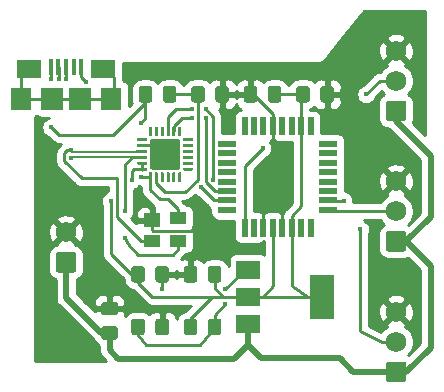
<source format=gbr>
G04 #@! TF.GenerationSoftware,KiCad,Pcbnew,5.1.5-52549c5~84~ubuntu18.04.1*
G04 #@! TF.CreationDate,2020-02-07T18:48:43-05:00*
G04 #@! TF.ProjectId,ultrasonic,756c7472-6173-46f6-9e69-632e6b696361,rev?*
G04 #@! TF.SameCoordinates,Original*
G04 #@! TF.FileFunction,Copper,L1,Top*
G04 #@! TF.FilePolarity,Positive*
%FSLAX46Y46*%
G04 Gerber Fmt 4.6, Leading zero omitted, Abs format (unit mm)*
G04 Created by KiCad (PCBNEW 5.1.5-52549c5~84~ubuntu18.04.1) date 2020-02-07 18:48:43*
%MOMM*%
%LPD*%
G04 APERTURE LIST*
%ADD10C,1.740000*%
%ADD11C,0.100000*%
%ADD12R,2.000000X1.500000*%
%ADD13R,2.000000X3.800000*%
%ADD14R,0.400000X1.350000*%
%ADD15R,2.100000X1.600000*%
%ADD16R,1.800000X1.900000*%
%ADD17R,1.900000X1.900000*%
%ADD18R,1.500000X0.550000*%
%ADD19R,0.550000X1.500000*%
%ADD20R,1.400000X1.000000*%
%ADD21R,1.400000X1.200000*%
%ADD22C,0.400000*%
%ADD23C,0.250000*%
%ADD24C,0.200000*%
%ADD25C,0.500000*%
%ADD26C,0.254000*%
G04 APERTURE END LIST*
D10*
X137668000Y-114935000D03*
X137668000Y-117475000D03*
G04 #@! TA.AperFunction,ComponentPad*
D11*
G36*
X138312505Y-119146204D02*
G01*
X138336773Y-119149804D01*
X138360572Y-119155765D01*
X138383671Y-119164030D01*
X138405850Y-119174520D01*
X138426893Y-119187132D01*
X138446599Y-119201747D01*
X138464777Y-119218223D01*
X138481253Y-119236401D01*
X138495868Y-119256107D01*
X138508480Y-119277150D01*
X138518970Y-119299329D01*
X138527235Y-119322428D01*
X138533196Y-119346227D01*
X138536796Y-119370495D01*
X138538000Y-119394999D01*
X138538000Y-120635001D01*
X138536796Y-120659505D01*
X138533196Y-120683773D01*
X138527235Y-120707572D01*
X138518970Y-120730671D01*
X138508480Y-120752850D01*
X138495868Y-120773893D01*
X138481253Y-120793599D01*
X138464777Y-120811777D01*
X138446599Y-120828253D01*
X138426893Y-120842868D01*
X138405850Y-120855480D01*
X138383671Y-120865970D01*
X138360572Y-120874235D01*
X138336773Y-120880196D01*
X138312505Y-120883796D01*
X138288001Y-120885000D01*
X137047999Y-120885000D01*
X137023495Y-120883796D01*
X136999227Y-120880196D01*
X136975428Y-120874235D01*
X136952329Y-120865970D01*
X136930150Y-120855480D01*
X136909107Y-120842868D01*
X136889401Y-120828253D01*
X136871223Y-120811777D01*
X136854747Y-120793599D01*
X136840132Y-120773893D01*
X136827520Y-120752850D01*
X136817030Y-120730671D01*
X136808765Y-120707572D01*
X136802804Y-120683773D01*
X136799204Y-120659505D01*
X136798000Y-120635001D01*
X136798000Y-119394999D01*
X136799204Y-119370495D01*
X136802804Y-119346227D01*
X136808765Y-119322428D01*
X136817030Y-119299329D01*
X136827520Y-119277150D01*
X136840132Y-119256107D01*
X136854747Y-119236401D01*
X136871223Y-119218223D01*
X136889401Y-119201747D01*
X136909107Y-119187132D01*
X136930150Y-119174520D01*
X136952329Y-119164030D01*
X136975428Y-119155765D01*
X136999227Y-119149804D01*
X137023495Y-119146204D01*
X137047999Y-119145000D01*
X138288001Y-119145000D01*
X138312505Y-119146204D01*
G37*
G04 #@! TD.AperFunction*
D10*
X137668000Y-103886000D03*
X137668000Y-106426000D03*
G04 #@! TA.AperFunction,ComponentPad*
D11*
G36*
X138312505Y-108097204D02*
G01*
X138336773Y-108100804D01*
X138360572Y-108106765D01*
X138383671Y-108115030D01*
X138405850Y-108125520D01*
X138426893Y-108138132D01*
X138446599Y-108152747D01*
X138464777Y-108169223D01*
X138481253Y-108187401D01*
X138495868Y-108207107D01*
X138508480Y-108228150D01*
X138518970Y-108250329D01*
X138527235Y-108273428D01*
X138533196Y-108297227D01*
X138536796Y-108321495D01*
X138538000Y-108345999D01*
X138538000Y-109586001D01*
X138536796Y-109610505D01*
X138533196Y-109634773D01*
X138527235Y-109658572D01*
X138518970Y-109681671D01*
X138508480Y-109703850D01*
X138495868Y-109724893D01*
X138481253Y-109744599D01*
X138464777Y-109762777D01*
X138446599Y-109779253D01*
X138426893Y-109793868D01*
X138405850Y-109806480D01*
X138383671Y-109816970D01*
X138360572Y-109825235D01*
X138336773Y-109831196D01*
X138312505Y-109834796D01*
X138288001Y-109836000D01*
X137047999Y-109836000D01*
X137023495Y-109834796D01*
X136999227Y-109831196D01*
X136975428Y-109825235D01*
X136952329Y-109816970D01*
X136930150Y-109806480D01*
X136909107Y-109793868D01*
X136889401Y-109779253D01*
X136871223Y-109762777D01*
X136854747Y-109744599D01*
X136840132Y-109724893D01*
X136827520Y-109703850D01*
X136817030Y-109681671D01*
X136808765Y-109658572D01*
X136802804Y-109634773D01*
X136799204Y-109610505D01*
X136798000Y-109586001D01*
X136798000Y-108345999D01*
X136799204Y-108321495D01*
X136802804Y-108297227D01*
X136808765Y-108273428D01*
X136817030Y-108250329D01*
X136827520Y-108228150D01*
X136840132Y-108207107D01*
X136854747Y-108187401D01*
X136871223Y-108169223D01*
X136889401Y-108152747D01*
X136909107Y-108138132D01*
X136930150Y-108125520D01*
X136952329Y-108115030D01*
X136975428Y-108106765D01*
X136999227Y-108100804D01*
X137023495Y-108097204D01*
X137047999Y-108096000D01*
X138288001Y-108096000D01*
X138312505Y-108097204D01*
G37*
G04 #@! TD.AperFunction*
D10*
X137668000Y-92837000D03*
X137668000Y-95377000D03*
G04 #@! TA.AperFunction,ComponentPad*
D11*
G36*
X138312505Y-97048204D02*
G01*
X138336773Y-97051804D01*
X138360572Y-97057765D01*
X138383671Y-97066030D01*
X138405850Y-97076520D01*
X138426893Y-97089132D01*
X138446599Y-97103747D01*
X138464777Y-97120223D01*
X138481253Y-97138401D01*
X138495868Y-97158107D01*
X138508480Y-97179150D01*
X138518970Y-97201329D01*
X138527235Y-97224428D01*
X138533196Y-97248227D01*
X138536796Y-97272495D01*
X138538000Y-97296999D01*
X138538000Y-98537001D01*
X138536796Y-98561505D01*
X138533196Y-98585773D01*
X138527235Y-98609572D01*
X138518970Y-98632671D01*
X138508480Y-98654850D01*
X138495868Y-98675893D01*
X138481253Y-98695599D01*
X138464777Y-98713777D01*
X138446599Y-98730253D01*
X138426893Y-98744868D01*
X138405850Y-98757480D01*
X138383671Y-98767970D01*
X138360572Y-98776235D01*
X138336773Y-98782196D01*
X138312505Y-98785796D01*
X138288001Y-98787000D01*
X137047999Y-98787000D01*
X137023495Y-98785796D01*
X136999227Y-98782196D01*
X136975428Y-98776235D01*
X136952329Y-98767970D01*
X136930150Y-98757480D01*
X136909107Y-98744868D01*
X136889401Y-98730253D01*
X136871223Y-98713777D01*
X136854747Y-98695599D01*
X136840132Y-98675893D01*
X136827520Y-98654850D01*
X136817030Y-98632671D01*
X136808765Y-98609572D01*
X136802804Y-98585773D01*
X136799204Y-98561505D01*
X136798000Y-98537001D01*
X136798000Y-97296999D01*
X136799204Y-97272495D01*
X136802804Y-97248227D01*
X136808765Y-97224428D01*
X136817030Y-97201329D01*
X136827520Y-97179150D01*
X136840132Y-97158107D01*
X136854747Y-97138401D01*
X136871223Y-97120223D01*
X136889401Y-97103747D01*
X136909107Y-97089132D01*
X136930150Y-97076520D01*
X136952329Y-97066030D01*
X136975428Y-97057765D01*
X136999227Y-97051804D01*
X137023495Y-97048204D01*
X137047999Y-97047000D01*
X138288001Y-97047000D01*
X138312505Y-97048204D01*
G37*
G04 #@! TD.AperFunction*
D10*
X109728000Y-108204000D03*
G04 #@! TA.AperFunction,ComponentPad*
D11*
G36*
X110372505Y-109875204D02*
G01*
X110396773Y-109878804D01*
X110420572Y-109884765D01*
X110443671Y-109893030D01*
X110465850Y-109903520D01*
X110486893Y-109916132D01*
X110506599Y-109930747D01*
X110524777Y-109947223D01*
X110541253Y-109965401D01*
X110555868Y-109985107D01*
X110568480Y-110006150D01*
X110578970Y-110028329D01*
X110587235Y-110051428D01*
X110593196Y-110075227D01*
X110596796Y-110099495D01*
X110598000Y-110123999D01*
X110598000Y-111364001D01*
X110596796Y-111388505D01*
X110593196Y-111412773D01*
X110587235Y-111436572D01*
X110578970Y-111459671D01*
X110568480Y-111481850D01*
X110555868Y-111502893D01*
X110541253Y-111522599D01*
X110524777Y-111540777D01*
X110506599Y-111557253D01*
X110486893Y-111571868D01*
X110465850Y-111584480D01*
X110443671Y-111594970D01*
X110420572Y-111603235D01*
X110396773Y-111609196D01*
X110372505Y-111612796D01*
X110348001Y-111614000D01*
X109107999Y-111614000D01*
X109083495Y-111612796D01*
X109059227Y-111609196D01*
X109035428Y-111603235D01*
X109012329Y-111594970D01*
X108990150Y-111584480D01*
X108969107Y-111571868D01*
X108949401Y-111557253D01*
X108931223Y-111540777D01*
X108914747Y-111522599D01*
X108900132Y-111502893D01*
X108887520Y-111481850D01*
X108877030Y-111459671D01*
X108868765Y-111436572D01*
X108862804Y-111412773D01*
X108859204Y-111388505D01*
X108858000Y-111364001D01*
X108858000Y-110123999D01*
X108859204Y-110099495D01*
X108862804Y-110075227D01*
X108868765Y-110051428D01*
X108877030Y-110028329D01*
X108887520Y-110006150D01*
X108900132Y-109985107D01*
X108914747Y-109965401D01*
X108931223Y-109947223D01*
X108949401Y-109930747D01*
X108969107Y-109916132D01*
X108990150Y-109903520D01*
X109012329Y-109893030D01*
X109035428Y-109884765D01*
X109059227Y-109878804D01*
X109083495Y-109875204D01*
X109107999Y-109874000D01*
X110348001Y-109874000D01*
X110372505Y-109875204D01*
G37*
G04 #@! TD.AperFunction*
D12*
X125120000Y-111365000D03*
X125120000Y-115965000D03*
X125120000Y-113665000D03*
D13*
X131420000Y-113665000D03*
D14*
X109728000Y-94234000D03*
X109078000Y-94234000D03*
X110378000Y-94234000D03*
X108428000Y-94234000D03*
X111028000Y-94234000D03*
D15*
X106628000Y-94359000D03*
X112828000Y-94359000D03*
D16*
X105928000Y-96909000D03*
X113528000Y-96909000D03*
D17*
X108528000Y-96909000D03*
X110928000Y-96909000D03*
G04 #@! TA.AperFunction,SMDPad,CuDef*
D11*
G36*
X122659505Y-115506204D02*
G01*
X122683773Y-115509804D01*
X122707572Y-115515765D01*
X122730671Y-115524030D01*
X122752850Y-115534520D01*
X122773893Y-115547132D01*
X122793599Y-115561747D01*
X122811777Y-115578223D01*
X122828253Y-115596401D01*
X122842868Y-115616107D01*
X122855480Y-115637150D01*
X122865970Y-115659329D01*
X122874235Y-115682428D01*
X122880196Y-115706227D01*
X122883796Y-115730495D01*
X122885000Y-115754999D01*
X122885000Y-116655001D01*
X122883796Y-116679505D01*
X122880196Y-116703773D01*
X122874235Y-116727572D01*
X122865970Y-116750671D01*
X122855480Y-116772850D01*
X122842868Y-116793893D01*
X122828253Y-116813599D01*
X122811777Y-116831777D01*
X122793599Y-116848253D01*
X122773893Y-116862868D01*
X122752850Y-116875480D01*
X122730671Y-116885970D01*
X122707572Y-116894235D01*
X122683773Y-116900196D01*
X122659505Y-116903796D01*
X122635001Y-116905000D01*
X121984999Y-116905000D01*
X121960495Y-116903796D01*
X121936227Y-116900196D01*
X121912428Y-116894235D01*
X121889329Y-116885970D01*
X121867150Y-116875480D01*
X121846107Y-116862868D01*
X121826401Y-116848253D01*
X121808223Y-116831777D01*
X121791747Y-116813599D01*
X121777132Y-116793893D01*
X121764520Y-116772850D01*
X121754030Y-116750671D01*
X121745765Y-116727572D01*
X121739804Y-116703773D01*
X121736204Y-116679505D01*
X121735000Y-116655001D01*
X121735000Y-115754999D01*
X121736204Y-115730495D01*
X121739804Y-115706227D01*
X121745765Y-115682428D01*
X121754030Y-115659329D01*
X121764520Y-115637150D01*
X121777132Y-115616107D01*
X121791747Y-115596401D01*
X121808223Y-115578223D01*
X121826401Y-115561747D01*
X121846107Y-115547132D01*
X121867150Y-115534520D01*
X121889329Y-115524030D01*
X121912428Y-115515765D01*
X121936227Y-115509804D01*
X121960495Y-115506204D01*
X121984999Y-115505000D01*
X122635001Y-115505000D01*
X122659505Y-115506204D01*
G37*
G04 #@! TD.AperFunction*
G04 #@! TA.AperFunction,SMDPad,CuDef*
G36*
X120609505Y-115506204D02*
G01*
X120633773Y-115509804D01*
X120657572Y-115515765D01*
X120680671Y-115524030D01*
X120702850Y-115534520D01*
X120723893Y-115547132D01*
X120743599Y-115561747D01*
X120761777Y-115578223D01*
X120778253Y-115596401D01*
X120792868Y-115616107D01*
X120805480Y-115637150D01*
X120815970Y-115659329D01*
X120824235Y-115682428D01*
X120830196Y-115706227D01*
X120833796Y-115730495D01*
X120835000Y-115754999D01*
X120835000Y-116655001D01*
X120833796Y-116679505D01*
X120830196Y-116703773D01*
X120824235Y-116727572D01*
X120815970Y-116750671D01*
X120805480Y-116772850D01*
X120792868Y-116793893D01*
X120778253Y-116813599D01*
X120761777Y-116831777D01*
X120743599Y-116848253D01*
X120723893Y-116862868D01*
X120702850Y-116875480D01*
X120680671Y-116885970D01*
X120657572Y-116894235D01*
X120633773Y-116900196D01*
X120609505Y-116903796D01*
X120585001Y-116905000D01*
X119934999Y-116905000D01*
X119910495Y-116903796D01*
X119886227Y-116900196D01*
X119862428Y-116894235D01*
X119839329Y-116885970D01*
X119817150Y-116875480D01*
X119796107Y-116862868D01*
X119776401Y-116848253D01*
X119758223Y-116831777D01*
X119741747Y-116813599D01*
X119727132Y-116793893D01*
X119714520Y-116772850D01*
X119704030Y-116750671D01*
X119695765Y-116727572D01*
X119689804Y-116703773D01*
X119686204Y-116679505D01*
X119685000Y-116655001D01*
X119685000Y-115754999D01*
X119686204Y-115730495D01*
X119689804Y-115706227D01*
X119695765Y-115682428D01*
X119704030Y-115659329D01*
X119714520Y-115637150D01*
X119727132Y-115616107D01*
X119741747Y-115596401D01*
X119758223Y-115578223D01*
X119776401Y-115561747D01*
X119796107Y-115547132D01*
X119817150Y-115534520D01*
X119839329Y-115524030D01*
X119862428Y-115515765D01*
X119886227Y-115509804D01*
X119910495Y-115506204D01*
X119934999Y-115505000D01*
X120585001Y-115505000D01*
X120609505Y-115506204D01*
G37*
G04 #@! TD.AperFunction*
G04 #@! TA.AperFunction,SMDPad,CuDef*
G36*
X118214505Y-115506204D02*
G01*
X118238773Y-115509804D01*
X118262572Y-115515765D01*
X118285671Y-115524030D01*
X118307850Y-115534520D01*
X118328893Y-115547132D01*
X118348599Y-115561747D01*
X118366777Y-115578223D01*
X118383253Y-115596401D01*
X118397868Y-115616107D01*
X118410480Y-115637150D01*
X118420970Y-115659329D01*
X118429235Y-115682428D01*
X118435196Y-115706227D01*
X118438796Y-115730495D01*
X118440000Y-115754999D01*
X118440000Y-116655001D01*
X118438796Y-116679505D01*
X118435196Y-116703773D01*
X118429235Y-116727572D01*
X118420970Y-116750671D01*
X118410480Y-116772850D01*
X118397868Y-116793893D01*
X118383253Y-116813599D01*
X118366777Y-116831777D01*
X118348599Y-116848253D01*
X118328893Y-116862868D01*
X118307850Y-116875480D01*
X118285671Y-116885970D01*
X118262572Y-116894235D01*
X118238773Y-116900196D01*
X118214505Y-116903796D01*
X118190001Y-116905000D01*
X117539999Y-116905000D01*
X117515495Y-116903796D01*
X117491227Y-116900196D01*
X117467428Y-116894235D01*
X117444329Y-116885970D01*
X117422150Y-116875480D01*
X117401107Y-116862868D01*
X117381401Y-116848253D01*
X117363223Y-116831777D01*
X117346747Y-116813599D01*
X117332132Y-116793893D01*
X117319520Y-116772850D01*
X117309030Y-116750671D01*
X117300765Y-116727572D01*
X117294804Y-116703773D01*
X117291204Y-116679505D01*
X117290000Y-116655001D01*
X117290000Y-115754999D01*
X117291204Y-115730495D01*
X117294804Y-115706227D01*
X117300765Y-115682428D01*
X117309030Y-115659329D01*
X117319520Y-115637150D01*
X117332132Y-115616107D01*
X117346747Y-115596401D01*
X117363223Y-115578223D01*
X117381401Y-115561747D01*
X117401107Y-115547132D01*
X117422150Y-115534520D01*
X117444329Y-115524030D01*
X117467428Y-115515765D01*
X117491227Y-115509804D01*
X117515495Y-115506204D01*
X117539999Y-115505000D01*
X118190001Y-115505000D01*
X118214505Y-115506204D01*
G37*
G04 #@! TD.AperFunction*
G04 #@! TA.AperFunction,SMDPad,CuDef*
G36*
X116164505Y-115506204D02*
G01*
X116188773Y-115509804D01*
X116212572Y-115515765D01*
X116235671Y-115524030D01*
X116257850Y-115534520D01*
X116278893Y-115547132D01*
X116298599Y-115561747D01*
X116316777Y-115578223D01*
X116333253Y-115596401D01*
X116347868Y-115616107D01*
X116360480Y-115637150D01*
X116370970Y-115659329D01*
X116379235Y-115682428D01*
X116385196Y-115706227D01*
X116388796Y-115730495D01*
X116390000Y-115754999D01*
X116390000Y-116655001D01*
X116388796Y-116679505D01*
X116385196Y-116703773D01*
X116379235Y-116727572D01*
X116370970Y-116750671D01*
X116360480Y-116772850D01*
X116347868Y-116793893D01*
X116333253Y-116813599D01*
X116316777Y-116831777D01*
X116298599Y-116848253D01*
X116278893Y-116862868D01*
X116257850Y-116875480D01*
X116235671Y-116885970D01*
X116212572Y-116894235D01*
X116188773Y-116900196D01*
X116164505Y-116903796D01*
X116140001Y-116905000D01*
X115489999Y-116905000D01*
X115465495Y-116903796D01*
X115441227Y-116900196D01*
X115417428Y-116894235D01*
X115394329Y-116885970D01*
X115372150Y-116875480D01*
X115351107Y-116862868D01*
X115331401Y-116848253D01*
X115313223Y-116831777D01*
X115296747Y-116813599D01*
X115282132Y-116793893D01*
X115269520Y-116772850D01*
X115259030Y-116750671D01*
X115250765Y-116727572D01*
X115244804Y-116703773D01*
X115241204Y-116679505D01*
X115240000Y-116655001D01*
X115240000Y-115754999D01*
X115241204Y-115730495D01*
X115244804Y-115706227D01*
X115250765Y-115682428D01*
X115259030Y-115659329D01*
X115269520Y-115637150D01*
X115282132Y-115616107D01*
X115296747Y-115596401D01*
X115313223Y-115578223D01*
X115331401Y-115561747D01*
X115351107Y-115547132D01*
X115372150Y-115534520D01*
X115394329Y-115524030D01*
X115417428Y-115515765D01*
X115441227Y-115509804D01*
X115465495Y-115506204D01*
X115489999Y-115505000D01*
X116140001Y-115505000D01*
X116164505Y-115506204D01*
G37*
G04 #@! TD.AperFunction*
G04 #@! TA.AperFunction,SMDPad,CuDef*
G36*
X123294505Y-95821204D02*
G01*
X123318773Y-95824804D01*
X123342572Y-95830765D01*
X123365671Y-95839030D01*
X123387850Y-95849520D01*
X123408893Y-95862132D01*
X123428599Y-95876747D01*
X123446777Y-95893223D01*
X123463253Y-95911401D01*
X123477868Y-95931107D01*
X123490480Y-95952150D01*
X123500970Y-95974329D01*
X123509235Y-95997428D01*
X123515196Y-96021227D01*
X123518796Y-96045495D01*
X123520000Y-96069999D01*
X123520000Y-96970001D01*
X123518796Y-96994505D01*
X123515196Y-97018773D01*
X123509235Y-97042572D01*
X123500970Y-97065671D01*
X123490480Y-97087850D01*
X123477868Y-97108893D01*
X123463253Y-97128599D01*
X123446777Y-97146777D01*
X123428599Y-97163253D01*
X123408893Y-97177868D01*
X123387850Y-97190480D01*
X123365671Y-97200970D01*
X123342572Y-97209235D01*
X123318773Y-97215196D01*
X123294505Y-97218796D01*
X123270001Y-97220000D01*
X122619999Y-97220000D01*
X122595495Y-97218796D01*
X122571227Y-97215196D01*
X122547428Y-97209235D01*
X122524329Y-97200970D01*
X122502150Y-97190480D01*
X122481107Y-97177868D01*
X122461401Y-97163253D01*
X122443223Y-97146777D01*
X122426747Y-97128599D01*
X122412132Y-97108893D01*
X122399520Y-97087850D01*
X122389030Y-97065671D01*
X122380765Y-97042572D01*
X122374804Y-97018773D01*
X122371204Y-96994505D01*
X122370000Y-96970001D01*
X122370000Y-96069999D01*
X122371204Y-96045495D01*
X122374804Y-96021227D01*
X122380765Y-95997428D01*
X122389030Y-95974329D01*
X122399520Y-95952150D01*
X122412132Y-95931107D01*
X122426747Y-95911401D01*
X122443223Y-95893223D01*
X122461401Y-95876747D01*
X122481107Y-95862132D01*
X122502150Y-95849520D01*
X122524329Y-95839030D01*
X122547428Y-95830765D01*
X122571227Y-95824804D01*
X122595495Y-95821204D01*
X122619999Y-95820000D01*
X123270001Y-95820000D01*
X123294505Y-95821204D01*
G37*
G04 #@! TD.AperFunction*
G04 #@! TA.AperFunction,SMDPad,CuDef*
G36*
X121244505Y-95821204D02*
G01*
X121268773Y-95824804D01*
X121292572Y-95830765D01*
X121315671Y-95839030D01*
X121337850Y-95849520D01*
X121358893Y-95862132D01*
X121378599Y-95876747D01*
X121396777Y-95893223D01*
X121413253Y-95911401D01*
X121427868Y-95931107D01*
X121440480Y-95952150D01*
X121450970Y-95974329D01*
X121459235Y-95997428D01*
X121465196Y-96021227D01*
X121468796Y-96045495D01*
X121470000Y-96069999D01*
X121470000Y-96970001D01*
X121468796Y-96994505D01*
X121465196Y-97018773D01*
X121459235Y-97042572D01*
X121450970Y-97065671D01*
X121440480Y-97087850D01*
X121427868Y-97108893D01*
X121413253Y-97128599D01*
X121396777Y-97146777D01*
X121378599Y-97163253D01*
X121358893Y-97177868D01*
X121337850Y-97190480D01*
X121315671Y-97200970D01*
X121292572Y-97209235D01*
X121268773Y-97215196D01*
X121244505Y-97218796D01*
X121220001Y-97220000D01*
X120569999Y-97220000D01*
X120545495Y-97218796D01*
X120521227Y-97215196D01*
X120497428Y-97209235D01*
X120474329Y-97200970D01*
X120452150Y-97190480D01*
X120431107Y-97177868D01*
X120411401Y-97163253D01*
X120393223Y-97146777D01*
X120376747Y-97128599D01*
X120362132Y-97108893D01*
X120349520Y-97087850D01*
X120339030Y-97065671D01*
X120330765Y-97042572D01*
X120324804Y-97018773D01*
X120321204Y-96994505D01*
X120320000Y-96970001D01*
X120320000Y-96069999D01*
X120321204Y-96045495D01*
X120324804Y-96021227D01*
X120330765Y-95997428D01*
X120339030Y-95974329D01*
X120349520Y-95952150D01*
X120362132Y-95931107D01*
X120376747Y-95911401D01*
X120393223Y-95893223D01*
X120411401Y-95876747D01*
X120431107Y-95862132D01*
X120452150Y-95849520D01*
X120474329Y-95839030D01*
X120497428Y-95830765D01*
X120521227Y-95824804D01*
X120545495Y-95821204D01*
X120569999Y-95820000D01*
X121220001Y-95820000D01*
X121244505Y-95821204D01*
G37*
G04 #@! TD.AperFunction*
G04 #@! TA.AperFunction,SMDPad,CuDef*
G36*
X118849505Y-95821204D02*
G01*
X118873773Y-95824804D01*
X118897572Y-95830765D01*
X118920671Y-95839030D01*
X118942850Y-95849520D01*
X118963893Y-95862132D01*
X118983599Y-95876747D01*
X119001777Y-95893223D01*
X119018253Y-95911401D01*
X119032868Y-95931107D01*
X119045480Y-95952150D01*
X119055970Y-95974329D01*
X119064235Y-95997428D01*
X119070196Y-96021227D01*
X119073796Y-96045495D01*
X119075000Y-96069999D01*
X119075000Y-96970001D01*
X119073796Y-96994505D01*
X119070196Y-97018773D01*
X119064235Y-97042572D01*
X119055970Y-97065671D01*
X119045480Y-97087850D01*
X119032868Y-97108893D01*
X119018253Y-97128599D01*
X119001777Y-97146777D01*
X118983599Y-97163253D01*
X118963893Y-97177868D01*
X118942850Y-97190480D01*
X118920671Y-97200970D01*
X118897572Y-97209235D01*
X118873773Y-97215196D01*
X118849505Y-97218796D01*
X118825001Y-97220000D01*
X118174999Y-97220000D01*
X118150495Y-97218796D01*
X118126227Y-97215196D01*
X118102428Y-97209235D01*
X118079329Y-97200970D01*
X118057150Y-97190480D01*
X118036107Y-97177868D01*
X118016401Y-97163253D01*
X117998223Y-97146777D01*
X117981747Y-97128599D01*
X117967132Y-97108893D01*
X117954520Y-97087850D01*
X117944030Y-97065671D01*
X117935765Y-97042572D01*
X117929804Y-97018773D01*
X117926204Y-96994505D01*
X117925000Y-96970001D01*
X117925000Y-96069999D01*
X117926204Y-96045495D01*
X117929804Y-96021227D01*
X117935765Y-95997428D01*
X117944030Y-95974329D01*
X117954520Y-95952150D01*
X117967132Y-95931107D01*
X117981747Y-95911401D01*
X117998223Y-95893223D01*
X118016401Y-95876747D01*
X118036107Y-95862132D01*
X118057150Y-95849520D01*
X118079329Y-95839030D01*
X118102428Y-95830765D01*
X118126227Y-95824804D01*
X118150495Y-95821204D01*
X118174999Y-95820000D01*
X118825001Y-95820000D01*
X118849505Y-95821204D01*
G37*
G04 #@! TD.AperFunction*
G04 #@! TA.AperFunction,SMDPad,CuDef*
G36*
X116799505Y-95821204D02*
G01*
X116823773Y-95824804D01*
X116847572Y-95830765D01*
X116870671Y-95839030D01*
X116892850Y-95849520D01*
X116913893Y-95862132D01*
X116933599Y-95876747D01*
X116951777Y-95893223D01*
X116968253Y-95911401D01*
X116982868Y-95931107D01*
X116995480Y-95952150D01*
X117005970Y-95974329D01*
X117014235Y-95997428D01*
X117020196Y-96021227D01*
X117023796Y-96045495D01*
X117025000Y-96069999D01*
X117025000Y-96970001D01*
X117023796Y-96994505D01*
X117020196Y-97018773D01*
X117014235Y-97042572D01*
X117005970Y-97065671D01*
X116995480Y-97087850D01*
X116982868Y-97108893D01*
X116968253Y-97128599D01*
X116951777Y-97146777D01*
X116933599Y-97163253D01*
X116913893Y-97177868D01*
X116892850Y-97190480D01*
X116870671Y-97200970D01*
X116847572Y-97209235D01*
X116823773Y-97215196D01*
X116799505Y-97218796D01*
X116775001Y-97220000D01*
X116124999Y-97220000D01*
X116100495Y-97218796D01*
X116076227Y-97215196D01*
X116052428Y-97209235D01*
X116029329Y-97200970D01*
X116007150Y-97190480D01*
X115986107Y-97177868D01*
X115966401Y-97163253D01*
X115948223Y-97146777D01*
X115931747Y-97128599D01*
X115917132Y-97108893D01*
X115904520Y-97087850D01*
X115894030Y-97065671D01*
X115885765Y-97042572D01*
X115879804Y-97018773D01*
X115876204Y-96994505D01*
X115875000Y-96970001D01*
X115875000Y-96069999D01*
X115876204Y-96045495D01*
X115879804Y-96021227D01*
X115885765Y-95997428D01*
X115894030Y-95974329D01*
X115904520Y-95952150D01*
X115917132Y-95931107D01*
X115931747Y-95911401D01*
X115948223Y-95893223D01*
X115966401Y-95876747D01*
X115986107Y-95862132D01*
X116007150Y-95849520D01*
X116029329Y-95839030D01*
X116052428Y-95830765D01*
X116076227Y-95824804D01*
X116100495Y-95821204D01*
X116124999Y-95820000D01*
X116775001Y-95820000D01*
X116799505Y-95821204D01*
G37*
G04 #@! TD.AperFunction*
G04 #@! TA.AperFunction,SMDPad,CuDef*
G36*
X120609505Y-111061204D02*
G01*
X120633773Y-111064804D01*
X120657572Y-111070765D01*
X120680671Y-111079030D01*
X120702850Y-111089520D01*
X120723893Y-111102132D01*
X120743599Y-111116747D01*
X120761777Y-111133223D01*
X120778253Y-111151401D01*
X120792868Y-111171107D01*
X120805480Y-111192150D01*
X120815970Y-111214329D01*
X120824235Y-111237428D01*
X120830196Y-111261227D01*
X120833796Y-111285495D01*
X120835000Y-111309999D01*
X120835000Y-112210001D01*
X120833796Y-112234505D01*
X120830196Y-112258773D01*
X120824235Y-112282572D01*
X120815970Y-112305671D01*
X120805480Y-112327850D01*
X120792868Y-112348893D01*
X120778253Y-112368599D01*
X120761777Y-112386777D01*
X120743599Y-112403253D01*
X120723893Y-112417868D01*
X120702850Y-112430480D01*
X120680671Y-112440970D01*
X120657572Y-112449235D01*
X120633773Y-112455196D01*
X120609505Y-112458796D01*
X120585001Y-112460000D01*
X119934999Y-112460000D01*
X119910495Y-112458796D01*
X119886227Y-112455196D01*
X119862428Y-112449235D01*
X119839329Y-112440970D01*
X119817150Y-112430480D01*
X119796107Y-112417868D01*
X119776401Y-112403253D01*
X119758223Y-112386777D01*
X119741747Y-112368599D01*
X119727132Y-112348893D01*
X119714520Y-112327850D01*
X119704030Y-112305671D01*
X119695765Y-112282572D01*
X119689804Y-112258773D01*
X119686204Y-112234505D01*
X119685000Y-112210001D01*
X119685000Y-111309999D01*
X119686204Y-111285495D01*
X119689804Y-111261227D01*
X119695765Y-111237428D01*
X119704030Y-111214329D01*
X119714520Y-111192150D01*
X119727132Y-111171107D01*
X119741747Y-111151401D01*
X119758223Y-111133223D01*
X119776401Y-111116747D01*
X119796107Y-111102132D01*
X119817150Y-111089520D01*
X119839329Y-111079030D01*
X119862428Y-111070765D01*
X119886227Y-111064804D01*
X119910495Y-111061204D01*
X119934999Y-111060000D01*
X120585001Y-111060000D01*
X120609505Y-111061204D01*
G37*
G04 #@! TD.AperFunction*
G04 #@! TA.AperFunction,SMDPad,CuDef*
G36*
X122659505Y-111061204D02*
G01*
X122683773Y-111064804D01*
X122707572Y-111070765D01*
X122730671Y-111079030D01*
X122752850Y-111089520D01*
X122773893Y-111102132D01*
X122793599Y-111116747D01*
X122811777Y-111133223D01*
X122828253Y-111151401D01*
X122842868Y-111171107D01*
X122855480Y-111192150D01*
X122865970Y-111214329D01*
X122874235Y-111237428D01*
X122880196Y-111261227D01*
X122883796Y-111285495D01*
X122885000Y-111309999D01*
X122885000Y-112210001D01*
X122883796Y-112234505D01*
X122880196Y-112258773D01*
X122874235Y-112282572D01*
X122865970Y-112305671D01*
X122855480Y-112327850D01*
X122842868Y-112348893D01*
X122828253Y-112368599D01*
X122811777Y-112386777D01*
X122793599Y-112403253D01*
X122773893Y-112417868D01*
X122752850Y-112430480D01*
X122730671Y-112440970D01*
X122707572Y-112449235D01*
X122683773Y-112455196D01*
X122659505Y-112458796D01*
X122635001Y-112460000D01*
X121984999Y-112460000D01*
X121960495Y-112458796D01*
X121936227Y-112455196D01*
X121912428Y-112449235D01*
X121889329Y-112440970D01*
X121867150Y-112430480D01*
X121846107Y-112417868D01*
X121826401Y-112403253D01*
X121808223Y-112386777D01*
X121791747Y-112368599D01*
X121777132Y-112348893D01*
X121764520Y-112327850D01*
X121754030Y-112305671D01*
X121745765Y-112282572D01*
X121739804Y-112258773D01*
X121736204Y-112234505D01*
X121735000Y-112210001D01*
X121735000Y-111309999D01*
X121736204Y-111285495D01*
X121739804Y-111261227D01*
X121745765Y-111237428D01*
X121754030Y-111214329D01*
X121764520Y-111192150D01*
X121777132Y-111171107D01*
X121791747Y-111151401D01*
X121808223Y-111133223D01*
X121826401Y-111116747D01*
X121846107Y-111102132D01*
X121867150Y-111089520D01*
X121889329Y-111079030D01*
X121912428Y-111070765D01*
X121936227Y-111064804D01*
X121960495Y-111061204D01*
X121984999Y-111060000D01*
X122635001Y-111060000D01*
X122659505Y-111061204D01*
G37*
G04 #@! TD.AperFunction*
G04 #@! TA.AperFunction,SMDPad,CuDef*
G36*
X118214505Y-111061204D02*
G01*
X118238773Y-111064804D01*
X118262572Y-111070765D01*
X118285671Y-111079030D01*
X118307850Y-111089520D01*
X118328893Y-111102132D01*
X118348599Y-111116747D01*
X118366777Y-111133223D01*
X118383253Y-111151401D01*
X118397868Y-111171107D01*
X118410480Y-111192150D01*
X118420970Y-111214329D01*
X118429235Y-111237428D01*
X118435196Y-111261227D01*
X118438796Y-111285495D01*
X118440000Y-111309999D01*
X118440000Y-112210001D01*
X118438796Y-112234505D01*
X118435196Y-112258773D01*
X118429235Y-112282572D01*
X118420970Y-112305671D01*
X118410480Y-112327850D01*
X118397868Y-112348893D01*
X118383253Y-112368599D01*
X118366777Y-112386777D01*
X118348599Y-112403253D01*
X118328893Y-112417868D01*
X118307850Y-112430480D01*
X118285671Y-112440970D01*
X118262572Y-112449235D01*
X118238773Y-112455196D01*
X118214505Y-112458796D01*
X118190001Y-112460000D01*
X117539999Y-112460000D01*
X117515495Y-112458796D01*
X117491227Y-112455196D01*
X117467428Y-112449235D01*
X117444329Y-112440970D01*
X117422150Y-112430480D01*
X117401107Y-112417868D01*
X117381401Y-112403253D01*
X117363223Y-112386777D01*
X117346747Y-112368599D01*
X117332132Y-112348893D01*
X117319520Y-112327850D01*
X117309030Y-112305671D01*
X117300765Y-112282572D01*
X117294804Y-112258773D01*
X117291204Y-112234505D01*
X117290000Y-112210001D01*
X117290000Y-111309999D01*
X117291204Y-111285495D01*
X117294804Y-111261227D01*
X117300765Y-111237428D01*
X117309030Y-111214329D01*
X117319520Y-111192150D01*
X117332132Y-111171107D01*
X117346747Y-111151401D01*
X117363223Y-111133223D01*
X117381401Y-111116747D01*
X117401107Y-111102132D01*
X117422150Y-111089520D01*
X117444329Y-111079030D01*
X117467428Y-111070765D01*
X117491227Y-111064804D01*
X117515495Y-111061204D01*
X117539999Y-111060000D01*
X118190001Y-111060000D01*
X118214505Y-111061204D01*
G37*
G04 #@! TD.AperFunction*
G04 #@! TA.AperFunction,SMDPad,CuDef*
G36*
X116164505Y-111061204D02*
G01*
X116188773Y-111064804D01*
X116212572Y-111070765D01*
X116235671Y-111079030D01*
X116257850Y-111089520D01*
X116278893Y-111102132D01*
X116298599Y-111116747D01*
X116316777Y-111133223D01*
X116333253Y-111151401D01*
X116347868Y-111171107D01*
X116360480Y-111192150D01*
X116370970Y-111214329D01*
X116379235Y-111237428D01*
X116385196Y-111261227D01*
X116388796Y-111285495D01*
X116390000Y-111309999D01*
X116390000Y-112210001D01*
X116388796Y-112234505D01*
X116385196Y-112258773D01*
X116379235Y-112282572D01*
X116370970Y-112305671D01*
X116360480Y-112327850D01*
X116347868Y-112348893D01*
X116333253Y-112368599D01*
X116316777Y-112386777D01*
X116298599Y-112403253D01*
X116278893Y-112417868D01*
X116257850Y-112430480D01*
X116235671Y-112440970D01*
X116212572Y-112449235D01*
X116188773Y-112455196D01*
X116164505Y-112458796D01*
X116140001Y-112460000D01*
X115489999Y-112460000D01*
X115465495Y-112458796D01*
X115441227Y-112455196D01*
X115417428Y-112449235D01*
X115394329Y-112440970D01*
X115372150Y-112430480D01*
X115351107Y-112417868D01*
X115331401Y-112403253D01*
X115313223Y-112386777D01*
X115296747Y-112368599D01*
X115282132Y-112348893D01*
X115269520Y-112327850D01*
X115259030Y-112305671D01*
X115250765Y-112282572D01*
X115244804Y-112258773D01*
X115241204Y-112234505D01*
X115240000Y-112210001D01*
X115240000Y-111309999D01*
X115241204Y-111285495D01*
X115244804Y-111261227D01*
X115250765Y-111237428D01*
X115259030Y-111214329D01*
X115269520Y-111192150D01*
X115282132Y-111171107D01*
X115296747Y-111151401D01*
X115313223Y-111133223D01*
X115331401Y-111116747D01*
X115351107Y-111102132D01*
X115372150Y-111089520D01*
X115394329Y-111079030D01*
X115417428Y-111070765D01*
X115441227Y-111064804D01*
X115465495Y-111061204D01*
X115489999Y-111060000D01*
X116140001Y-111060000D01*
X116164505Y-111061204D01*
G37*
G04 #@! TD.AperFunction*
G04 #@! TA.AperFunction,SMDPad,CuDef*
G36*
X113885505Y-114098204D02*
G01*
X113909773Y-114101804D01*
X113933572Y-114107765D01*
X113956671Y-114116030D01*
X113978850Y-114126520D01*
X113999893Y-114139132D01*
X114019599Y-114153747D01*
X114037777Y-114170223D01*
X114054253Y-114188401D01*
X114068868Y-114208107D01*
X114081480Y-114229150D01*
X114091970Y-114251329D01*
X114100235Y-114274428D01*
X114106196Y-114298227D01*
X114109796Y-114322495D01*
X114111000Y-114346999D01*
X114111000Y-114997001D01*
X114109796Y-115021505D01*
X114106196Y-115045773D01*
X114100235Y-115069572D01*
X114091970Y-115092671D01*
X114081480Y-115114850D01*
X114068868Y-115135893D01*
X114054253Y-115155599D01*
X114037777Y-115173777D01*
X114019599Y-115190253D01*
X113999893Y-115204868D01*
X113978850Y-115217480D01*
X113956671Y-115227970D01*
X113933572Y-115236235D01*
X113909773Y-115242196D01*
X113885505Y-115245796D01*
X113861001Y-115247000D01*
X112960999Y-115247000D01*
X112936495Y-115245796D01*
X112912227Y-115242196D01*
X112888428Y-115236235D01*
X112865329Y-115227970D01*
X112843150Y-115217480D01*
X112822107Y-115204868D01*
X112802401Y-115190253D01*
X112784223Y-115173777D01*
X112767747Y-115155599D01*
X112753132Y-115135893D01*
X112740520Y-115114850D01*
X112730030Y-115092671D01*
X112721765Y-115069572D01*
X112715804Y-115045773D01*
X112712204Y-115021505D01*
X112711000Y-114997001D01*
X112711000Y-114346999D01*
X112712204Y-114322495D01*
X112715804Y-114298227D01*
X112721765Y-114274428D01*
X112730030Y-114251329D01*
X112740520Y-114229150D01*
X112753132Y-114208107D01*
X112767747Y-114188401D01*
X112784223Y-114170223D01*
X112802401Y-114153747D01*
X112822107Y-114139132D01*
X112843150Y-114126520D01*
X112865329Y-114116030D01*
X112888428Y-114107765D01*
X112912227Y-114101804D01*
X112936495Y-114098204D01*
X112960999Y-114097000D01*
X113861001Y-114097000D01*
X113885505Y-114098204D01*
G37*
G04 #@! TD.AperFunction*
G04 #@! TA.AperFunction,SMDPad,CuDef*
G36*
X113885505Y-116148204D02*
G01*
X113909773Y-116151804D01*
X113933572Y-116157765D01*
X113956671Y-116166030D01*
X113978850Y-116176520D01*
X113999893Y-116189132D01*
X114019599Y-116203747D01*
X114037777Y-116220223D01*
X114054253Y-116238401D01*
X114068868Y-116258107D01*
X114081480Y-116279150D01*
X114091970Y-116301329D01*
X114100235Y-116324428D01*
X114106196Y-116348227D01*
X114109796Y-116372495D01*
X114111000Y-116396999D01*
X114111000Y-117047001D01*
X114109796Y-117071505D01*
X114106196Y-117095773D01*
X114100235Y-117119572D01*
X114091970Y-117142671D01*
X114081480Y-117164850D01*
X114068868Y-117185893D01*
X114054253Y-117205599D01*
X114037777Y-117223777D01*
X114019599Y-117240253D01*
X113999893Y-117254868D01*
X113978850Y-117267480D01*
X113956671Y-117277970D01*
X113933572Y-117286235D01*
X113909773Y-117292196D01*
X113885505Y-117295796D01*
X113861001Y-117297000D01*
X112960999Y-117297000D01*
X112936495Y-117295796D01*
X112912227Y-117292196D01*
X112888428Y-117286235D01*
X112865329Y-117277970D01*
X112843150Y-117267480D01*
X112822107Y-117254868D01*
X112802401Y-117240253D01*
X112784223Y-117223777D01*
X112767747Y-117205599D01*
X112753132Y-117185893D01*
X112740520Y-117164850D01*
X112730030Y-117142671D01*
X112721765Y-117119572D01*
X112715804Y-117095773D01*
X112712204Y-117071505D01*
X112711000Y-117047001D01*
X112711000Y-116396999D01*
X112712204Y-116372495D01*
X112715804Y-116348227D01*
X112721765Y-116324428D01*
X112730030Y-116301329D01*
X112740520Y-116279150D01*
X112753132Y-116258107D01*
X112767747Y-116238401D01*
X112784223Y-116220223D01*
X112802401Y-116203747D01*
X112822107Y-116189132D01*
X112843150Y-116176520D01*
X112865329Y-116166030D01*
X112888428Y-116157765D01*
X112912227Y-116151804D01*
X112936495Y-116148204D01*
X112960999Y-116147000D01*
X113861001Y-116147000D01*
X113885505Y-116148204D01*
G37*
G04 #@! TD.AperFunction*
G04 #@! TA.AperFunction,SMDPad,CuDef*
G36*
X132184505Y-95821204D02*
G01*
X132208773Y-95824804D01*
X132232572Y-95830765D01*
X132255671Y-95839030D01*
X132277850Y-95849520D01*
X132298893Y-95862132D01*
X132318599Y-95876747D01*
X132336777Y-95893223D01*
X132353253Y-95911401D01*
X132367868Y-95931107D01*
X132380480Y-95952150D01*
X132390970Y-95974329D01*
X132399235Y-95997428D01*
X132405196Y-96021227D01*
X132408796Y-96045495D01*
X132410000Y-96069999D01*
X132410000Y-96970001D01*
X132408796Y-96994505D01*
X132405196Y-97018773D01*
X132399235Y-97042572D01*
X132390970Y-97065671D01*
X132380480Y-97087850D01*
X132367868Y-97108893D01*
X132353253Y-97128599D01*
X132336777Y-97146777D01*
X132318599Y-97163253D01*
X132298893Y-97177868D01*
X132277850Y-97190480D01*
X132255671Y-97200970D01*
X132232572Y-97209235D01*
X132208773Y-97215196D01*
X132184505Y-97218796D01*
X132160001Y-97220000D01*
X131509999Y-97220000D01*
X131485495Y-97218796D01*
X131461227Y-97215196D01*
X131437428Y-97209235D01*
X131414329Y-97200970D01*
X131392150Y-97190480D01*
X131371107Y-97177868D01*
X131351401Y-97163253D01*
X131333223Y-97146777D01*
X131316747Y-97128599D01*
X131302132Y-97108893D01*
X131289520Y-97087850D01*
X131279030Y-97065671D01*
X131270765Y-97042572D01*
X131264804Y-97018773D01*
X131261204Y-96994505D01*
X131260000Y-96970001D01*
X131260000Y-96069999D01*
X131261204Y-96045495D01*
X131264804Y-96021227D01*
X131270765Y-95997428D01*
X131279030Y-95974329D01*
X131289520Y-95952150D01*
X131302132Y-95931107D01*
X131316747Y-95911401D01*
X131333223Y-95893223D01*
X131351401Y-95876747D01*
X131371107Y-95862132D01*
X131392150Y-95849520D01*
X131414329Y-95839030D01*
X131437428Y-95830765D01*
X131461227Y-95824804D01*
X131485495Y-95821204D01*
X131509999Y-95820000D01*
X132160001Y-95820000D01*
X132184505Y-95821204D01*
G37*
G04 #@! TD.AperFunction*
G04 #@! TA.AperFunction,SMDPad,CuDef*
G36*
X130134505Y-95821204D02*
G01*
X130158773Y-95824804D01*
X130182572Y-95830765D01*
X130205671Y-95839030D01*
X130227850Y-95849520D01*
X130248893Y-95862132D01*
X130268599Y-95876747D01*
X130286777Y-95893223D01*
X130303253Y-95911401D01*
X130317868Y-95931107D01*
X130330480Y-95952150D01*
X130340970Y-95974329D01*
X130349235Y-95997428D01*
X130355196Y-96021227D01*
X130358796Y-96045495D01*
X130360000Y-96069999D01*
X130360000Y-96970001D01*
X130358796Y-96994505D01*
X130355196Y-97018773D01*
X130349235Y-97042572D01*
X130340970Y-97065671D01*
X130330480Y-97087850D01*
X130317868Y-97108893D01*
X130303253Y-97128599D01*
X130286777Y-97146777D01*
X130268599Y-97163253D01*
X130248893Y-97177868D01*
X130227850Y-97190480D01*
X130205671Y-97200970D01*
X130182572Y-97209235D01*
X130158773Y-97215196D01*
X130134505Y-97218796D01*
X130110001Y-97220000D01*
X129459999Y-97220000D01*
X129435495Y-97218796D01*
X129411227Y-97215196D01*
X129387428Y-97209235D01*
X129364329Y-97200970D01*
X129342150Y-97190480D01*
X129321107Y-97177868D01*
X129301401Y-97163253D01*
X129283223Y-97146777D01*
X129266747Y-97128599D01*
X129252132Y-97108893D01*
X129239520Y-97087850D01*
X129229030Y-97065671D01*
X129220765Y-97042572D01*
X129214804Y-97018773D01*
X129211204Y-96994505D01*
X129210000Y-96970001D01*
X129210000Y-96069999D01*
X129211204Y-96045495D01*
X129214804Y-96021227D01*
X129220765Y-95997428D01*
X129229030Y-95974329D01*
X129239520Y-95952150D01*
X129252132Y-95931107D01*
X129266747Y-95911401D01*
X129283223Y-95893223D01*
X129301401Y-95876747D01*
X129321107Y-95862132D01*
X129342150Y-95849520D01*
X129364329Y-95839030D01*
X129387428Y-95830765D01*
X129411227Y-95824804D01*
X129435495Y-95821204D01*
X129459999Y-95820000D01*
X130110001Y-95820000D01*
X130134505Y-95821204D01*
G37*
G04 #@! TD.AperFunction*
G04 #@! TA.AperFunction,SMDPad,CuDef*
G36*
X125689505Y-95821204D02*
G01*
X125713773Y-95824804D01*
X125737572Y-95830765D01*
X125760671Y-95839030D01*
X125782850Y-95849520D01*
X125803893Y-95862132D01*
X125823599Y-95876747D01*
X125841777Y-95893223D01*
X125858253Y-95911401D01*
X125872868Y-95931107D01*
X125885480Y-95952150D01*
X125895970Y-95974329D01*
X125904235Y-95997428D01*
X125910196Y-96021227D01*
X125913796Y-96045495D01*
X125915000Y-96069999D01*
X125915000Y-96970001D01*
X125913796Y-96994505D01*
X125910196Y-97018773D01*
X125904235Y-97042572D01*
X125895970Y-97065671D01*
X125885480Y-97087850D01*
X125872868Y-97108893D01*
X125858253Y-97128599D01*
X125841777Y-97146777D01*
X125823599Y-97163253D01*
X125803893Y-97177868D01*
X125782850Y-97190480D01*
X125760671Y-97200970D01*
X125737572Y-97209235D01*
X125713773Y-97215196D01*
X125689505Y-97218796D01*
X125665001Y-97220000D01*
X125014999Y-97220000D01*
X124990495Y-97218796D01*
X124966227Y-97215196D01*
X124942428Y-97209235D01*
X124919329Y-97200970D01*
X124897150Y-97190480D01*
X124876107Y-97177868D01*
X124856401Y-97163253D01*
X124838223Y-97146777D01*
X124821747Y-97128599D01*
X124807132Y-97108893D01*
X124794520Y-97087850D01*
X124784030Y-97065671D01*
X124775765Y-97042572D01*
X124769804Y-97018773D01*
X124766204Y-96994505D01*
X124765000Y-96970001D01*
X124765000Y-96069999D01*
X124766204Y-96045495D01*
X124769804Y-96021227D01*
X124775765Y-95997428D01*
X124784030Y-95974329D01*
X124794520Y-95952150D01*
X124807132Y-95931107D01*
X124821747Y-95911401D01*
X124838223Y-95893223D01*
X124856401Y-95876747D01*
X124876107Y-95862132D01*
X124897150Y-95849520D01*
X124919329Y-95839030D01*
X124942428Y-95830765D01*
X124966227Y-95824804D01*
X124990495Y-95821204D01*
X125014999Y-95820000D01*
X125665001Y-95820000D01*
X125689505Y-95821204D01*
G37*
G04 #@! TD.AperFunction*
G04 #@! TA.AperFunction,SMDPad,CuDef*
G36*
X127739505Y-95821204D02*
G01*
X127763773Y-95824804D01*
X127787572Y-95830765D01*
X127810671Y-95839030D01*
X127832850Y-95849520D01*
X127853893Y-95862132D01*
X127873599Y-95876747D01*
X127891777Y-95893223D01*
X127908253Y-95911401D01*
X127922868Y-95931107D01*
X127935480Y-95952150D01*
X127945970Y-95974329D01*
X127954235Y-95997428D01*
X127960196Y-96021227D01*
X127963796Y-96045495D01*
X127965000Y-96069999D01*
X127965000Y-96970001D01*
X127963796Y-96994505D01*
X127960196Y-97018773D01*
X127954235Y-97042572D01*
X127945970Y-97065671D01*
X127935480Y-97087850D01*
X127922868Y-97108893D01*
X127908253Y-97128599D01*
X127891777Y-97146777D01*
X127873599Y-97163253D01*
X127853893Y-97177868D01*
X127832850Y-97190480D01*
X127810671Y-97200970D01*
X127787572Y-97209235D01*
X127763773Y-97215196D01*
X127739505Y-97218796D01*
X127715001Y-97220000D01*
X127064999Y-97220000D01*
X127040495Y-97218796D01*
X127016227Y-97215196D01*
X126992428Y-97209235D01*
X126969329Y-97200970D01*
X126947150Y-97190480D01*
X126926107Y-97177868D01*
X126906401Y-97163253D01*
X126888223Y-97146777D01*
X126871747Y-97128599D01*
X126857132Y-97108893D01*
X126844520Y-97087850D01*
X126834030Y-97065671D01*
X126825765Y-97042572D01*
X126819804Y-97018773D01*
X126816204Y-96994505D01*
X126815000Y-96970001D01*
X126815000Y-96069999D01*
X126816204Y-96045495D01*
X126819804Y-96021227D01*
X126825765Y-95997428D01*
X126834030Y-95974329D01*
X126844520Y-95952150D01*
X126857132Y-95931107D01*
X126871747Y-95911401D01*
X126888223Y-95893223D01*
X126906401Y-95876747D01*
X126926107Y-95862132D01*
X126947150Y-95849520D01*
X126969329Y-95839030D01*
X126992428Y-95830765D01*
X127016227Y-95824804D01*
X127040495Y-95821204D01*
X127064999Y-95820000D01*
X127715001Y-95820000D01*
X127739505Y-95821204D01*
G37*
G04 #@! TD.AperFunction*
D18*
X123335000Y-106305000D03*
X123335000Y-105505000D03*
X123335000Y-104705000D03*
X123335000Y-103905000D03*
X123335000Y-103105000D03*
X123335000Y-102305000D03*
X123335000Y-101505000D03*
X123335000Y-100705000D03*
D19*
X124835000Y-99205000D03*
X125635000Y-99205000D03*
X126435000Y-99205000D03*
X127235000Y-99205000D03*
X128035000Y-99205000D03*
X128835000Y-99205000D03*
X129635000Y-99205000D03*
X130435000Y-99205000D03*
D18*
X131935000Y-100705000D03*
X131935000Y-101505000D03*
X131935000Y-102305000D03*
X131935000Y-103105000D03*
X131935000Y-103905000D03*
X131935000Y-104705000D03*
X131935000Y-105505000D03*
X131935000Y-106305000D03*
D19*
X130435000Y-107805000D03*
X129635000Y-107805000D03*
X128835000Y-107805000D03*
X128035000Y-107805000D03*
X127235000Y-107805000D03*
X126435000Y-107805000D03*
X125635000Y-107805000D03*
X124835000Y-107805000D03*
G04 #@! TA.AperFunction,SMDPad,CuDef*
D11*
G36*
X119184504Y-100301204D02*
G01*
X119208773Y-100304804D01*
X119232571Y-100310765D01*
X119255671Y-100319030D01*
X119277849Y-100329520D01*
X119298893Y-100342133D01*
X119318598Y-100356747D01*
X119336777Y-100373223D01*
X119353253Y-100391402D01*
X119367867Y-100411107D01*
X119380480Y-100432151D01*
X119390970Y-100454329D01*
X119399235Y-100477429D01*
X119405196Y-100501227D01*
X119408796Y-100525496D01*
X119410000Y-100550000D01*
X119410000Y-102650000D01*
X119408796Y-102674504D01*
X119405196Y-102698773D01*
X119399235Y-102722571D01*
X119390970Y-102745671D01*
X119380480Y-102767849D01*
X119367867Y-102788893D01*
X119353253Y-102808598D01*
X119336777Y-102826777D01*
X119318598Y-102843253D01*
X119298893Y-102857867D01*
X119277849Y-102870480D01*
X119255671Y-102880970D01*
X119232571Y-102889235D01*
X119208773Y-102895196D01*
X119184504Y-102898796D01*
X119160000Y-102900000D01*
X117060000Y-102900000D01*
X117035496Y-102898796D01*
X117011227Y-102895196D01*
X116987429Y-102889235D01*
X116964329Y-102880970D01*
X116942151Y-102870480D01*
X116921107Y-102857867D01*
X116901402Y-102843253D01*
X116883223Y-102826777D01*
X116866747Y-102808598D01*
X116852133Y-102788893D01*
X116839520Y-102767849D01*
X116829030Y-102745671D01*
X116820765Y-102722571D01*
X116814804Y-102698773D01*
X116811204Y-102674504D01*
X116810000Y-102650000D01*
X116810000Y-100550000D01*
X116811204Y-100525496D01*
X116814804Y-100501227D01*
X116820765Y-100477429D01*
X116829030Y-100454329D01*
X116839520Y-100432151D01*
X116852133Y-100411107D01*
X116866747Y-100391402D01*
X116883223Y-100373223D01*
X116901402Y-100356747D01*
X116921107Y-100342133D01*
X116942151Y-100329520D01*
X116964329Y-100319030D01*
X116987429Y-100310765D01*
X117011227Y-100304804D01*
X117035496Y-100301204D01*
X117060000Y-100300000D01*
X119160000Y-100300000D01*
X119184504Y-100301204D01*
G37*
G04 #@! TD.AperFunction*
G04 #@! TA.AperFunction,SMDPad,CuDef*
G36*
X116528626Y-100225301D02*
G01*
X116534693Y-100226201D01*
X116540643Y-100227691D01*
X116546418Y-100229758D01*
X116551962Y-100232380D01*
X116557223Y-100235533D01*
X116562150Y-100239187D01*
X116566694Y-100243306D01*
X116570813Y-100247850D01*
X116574467Y-100252777D01*
X116577620Y-100258038D01*
X116580242Y-100263582D01*
X116582309Y-100269357D01*
X116583799Y-100275307D01*
X116584699Y-100281374D01*
X116585000Y-100287500D01*
X116585000Y-100412500D01*
X116584699Y-100418626D01*
X116583799Y-100424693D01*
X116582309Y-100430643D01*
X116580242Y-100436418D01*
X116577620Y-100441962D01*
X116574467Y-100447223D01*
X116570813Y-100452150D01*
X116566694Y-100456694D01*
X116562150Y-100460813D01*
X116557223Y-100464467D01*
X116551962Y-100467620D01*
X116546418Y-100470242D01*
X116540643Y-100472309D01*
X116534693Y-100473799D01*
X116528626Y-100474699D01*
X116522500Y-100475000D01*
X115822500Y-100475000D01*
X115816374Y-100474699D01*
X115810307Y-100473799D01*
X115804357Y-100472309D01*
X115798582Y-100470242D01*
X115793038Y-100467620D01*
X115787777Y-100464467D01*
X115782850Y-100460813D01*
X115778306Y-100456694D01*
X115774187Y-100452150D01*
X115770533Y-100447223D01*
X115767380Y-100441962D01*
X115764758Y-100436418D01*
X115762691Y-100430643D01*
X115761201Y-100424693D01*
X115760301Y-100418626D01*
X115760000Y-100412500D01*
X115760000Y-100287500D01*
X115760301Y-100281374D01*
X115761201Y-100275307D01*
X115762691Y-100269357D01*
X115764758Y-100263582D01*
X115767380Y-100258038D01*
X115770533Y-100252777D01*
X115774187Y-100247850D01*
X115778306Y-100243306D01*
X115782850Y-100239187D01*
X115787777Y-100235533D01*
X115793038Y-100232380D01*
X115798582Y-100229758D01*
X115804357Y-100227691D01*
X115810307Y-100226201D01*
X115816374Y-100225301D01*
X115822500Y-100225000D01*
X116522500Y-100225000D01*
X116528626Y-100225301D01*
G37*
G04 #@! TD.AperFunction*
G04 #@! TA.AperFunction,SMDPad,CuDef*
G36*
X116528626Y-100725301D02*
G01*
X116534693Y-100726201D01*
X116540643Y-100727691D01*
X116546418Y-100729758D01*
X116551962Y-100732380D01*
X116557223Y-100735533D01*
X116562150Y-100739187D01*
X116566694Y-100743306D01*
X116570813Y-100747850D01*
X116574467Y-100752777D01*
X116577620Y-100758038D01*
X116580242Y-100763582D01*
X116582309Y-100769357D01*
X116583799Y-100775307D01*
X116584699Y-100781374D01*
X116585000Y-100787500D01*
X116585000Y-100912500D01*
X116584699Y-100918626D01*
X116583799Y-100924693D01*
X116582309Y-100930643D01*
X116580242Y-100936418D01*
X116577620Y-100941962D01*
X116574467Y-100947223D01*
X116570813Y-100952150D01*
X116566694Y-100956694D01*
X116562150Y-100960813D01*
X116557223Y-100964467D01*
X116551962Y-100967620D01*
X116546418Y-100970242D01*
X116540643Y-100972309D01*
X116534693Y-100973799D01*
X116528626Y-100974699D01*
X116522500Y-100975000D01*
X115822500Y-100975000D01*
X115816374Y-100974699D01*
X115810307Y-100973799D01*
X115804357Y-100972309D01*
X115798582Y-100970242D01*
X115793038Y-100967620D01*
X115787777Y-100964467D01*
X115782850Y-100960813D01*
X115778306Y-100956694D01*
X115774187Y-100952150D01*
X115770533Y-100947223D01*
X115767380Y-100941962D01*
X115764758Y-100936418D01*
X115762691Y-100930643D01*
X115761201Y-100924693D01*
X115760301Y-100918626D01*
X115760000Y-100912500D01*
X115760000Y-100787500D01*
X115760301Y-100781374D01*
X115761201Y-100775307D01*
X115762691Y-100769357D01*
X115764758Y-100763582D01*
X115767380Y-100758038D01*
X115770533Y-100752777D01*
X115774187Y-100747850D01*
X115778306Y-100743306D01*
X115782850Y-100739187D01*
X115787777Y-100735533D01*
X115793038Y-100732380D01*
X115798582Y-100729758D01*
X115804357Y-100727691D01*
X115810307Y-100726201D01*
X115816374Y-100725301D01*
X115822500Y-100725000D01*
X116522500Y-100725000D01*
X116528626Y-100725301D01*
G37*
G04 #@! TD.AperFunction*
G04 #@! TA.AperFunction,SMDPad,CuDef*
G36*
X116528626Y-101225301D02*
G01*
X116534693Y-101226201D01*
X116540643Y-101227691D01*
X116546418Y-101229758D01*
X116551962Y-101232380D01*
X116557223Y-101235533D01*
X116562150Y-101239187D01*
X116566694Y-101243306D01*
X116570813Y-101247850D01*
X116574467Y-101252777D01*
X116577620Y-101258038D01*
X116580242Y-101263582D01*
X116582309Y-101269357D01*
X116583799Y-101275307D01*
X116584699Y-101281374D01*
X116585000Y-101287500D01*
X116585000Y-101412500D01*
X116584699Y-101418626D01*
X116583799Y-101424693D01*
X116582309Y-101430643D01*
X116580242Y-101436418D01*
X116577620Y-101441962D01*
X116574467Y-101447223D01*
X116570813Y-101452150D01*
X116566694Y-101456694D01*
X116562150Y-101460813D01*
X116557223Y-101464467D01*
X116551962Y-101467620D01*
X116546418Y-101470242D01*
X116540643Y-101472309D01*
X116534693Y-101473799D01*
X116528626Y-101474699D01*
X116522500Y-101475000D01*
X115822500Y-101475000D01*
X115816374Y-101474699D01*
X115810307Y-101473799D01*
X115804357Y-101472309D01*
X115798582Y-101470242D01*
X115793038Y-101467620D01*
X115787777Y-101464467D01*
X115782850Y-101460813D01*
X115778306Y-101456694D01*
X115774187Y-101452150D01*
X115770533Y-101447223D01*
X115767380Y-101441962D01*
X115764758Y-101436418D01*
X115762691Y-101430643D01*
X115761201Y-101424693D01*
X115760301Y-101418626D01*
X115760000Y-101412500D01*
X115760000Y-101287500D01*
X115760301Y-101281374D01*
X115761201Y-101275307D01*
X115762691Y-101269357D01*
X115764758Y-101263582D01*
X115767380Y-101258038D01*
X115770533Y-101252777D01*
X115774187Y-101247850D01*
X115778306Y-101243306D01*
X115782850Y-101239187D01*
X115787777Y-101235533D01*
X115793038Y-101232380D01*
X115798582Y-101229758D01*
X115804357Y-101227691D01*
X115810307Y-101226201D01*
X115816374Y-101225301D01*
X115822500Y-101225000D01*
X116522500Y-101225000D01*
X116528626Y-101225301D01*
G37*
G04 #@! TD.AperFunction*
G04 #@! TA.AperFunction,SMDPad,CuDef*
G36*
X116528626Y-101725301D02*
G01*
X116534693Y-101726201D01*
X116540643Y-101727691D01*
X116546418Y-101729758D01*
X116551962Y-101732380D01*
X116557223Y-101735533D01*
X116562150Y-101739187D01*
X116566694Y-101743306D01*
X116570813Y-101747850D01*
X116574467Y-101752777D01*
X116577620Y-101758038D01*
X116580242Y-101763582D01*
X116582309Y-101769357D01*
X116583799Y-101775307D01*
X116584699Y-101781374D01*
X116585000Y-101787500D01*
X116585000Y-101912500D01*
X116584699Y-101918626D01*
X116583799Y-101924693D01*
X116582309Y-101930643D01*
X116580242Y-101936418D01*
X116577620Y-101941962D01*
X116574467Y-101947223D01*
X116570813Y-101952150D01*
X116566694Y-101956694D01*
X116562150Y-101960813D01*
X116557223Y-101964467D01*
X116551962Y-101967620D01*
X116546418Y-101970242D01*
X116540643Y-101972309D01*
X116534693Y-101973799D01*
X116528626Y-101974699D01*
X116522500Y-101975000D01*
X115822500Y-101975000D01*
X115816374Y-101974699D01*
X115810307Y-101973799D01*
X115804357Y-101972309D01*
X115798582Y-101970242D01*
X115793038Y-101967620D01*
X115787777Y-101964467D01*
X115782850Y-101960813D01*
X115778306Y-101956694D01*
X115774187Y-101952150D01*
X115770533Y-101947223D01*
X115767380Y-101941962D01*
X115764758Y-101936418D01*
X115762691Y-101930643D01*
X115761201Y-101924693D01*
X115760301Y-101918626D01*
X115760000Y-101912500D01*
X115760000Y-101787500D01*
X115760301Y-101781374D01*
X115761201Y-101775307D01*
X115762691Y-101769357D01*
X115764758Y-101763582D01*
X115767380Y-101758038D01*
X115770533Y-101752777D01*
X115774187Y-101747850D01*
X115778306Y-101743306D01*
X115782850Y-101739187D01*
X115787777Y-101735533D01*
X115793038Y-101732380D01*
X115798582Y-101729758D01*
X115804357Y-101727691D01*
X115810307Y-101726201D01*
X115816374Y-101725301D01*
X115822500Y-101725000D01*
X116522500Y-101725000D01*
X116528626Y-101725301D01*
G37*
G04 #@! TD.AperFunction*
G04 #@! TA.AperFunction,SMDPad,CuDef*
G36*
X116528626Y-102225301D02*
G01*
X116534693Y-102226201D01*
X116540643Y-102227691D01*
X116546418Y-102229758D01*
X116551962Y-102232380D01*
X116557223Y-102235533D01*
X116562150Y-102239187D01*
X116566694Y-102243306D01*
X116570813Y-102247850D01*
X116574467Y-102252777D01*
X116577620Y-102258038D01*
X116580242Y-102263582D01*
X116582309Y-102269357D01*
X116583799Y-102275307D01*
X116584699Y-102281374D01*
X116585000Y-102287500D01*
X116585000Y-102412500D01*
X116584699Y-102418626D01*
X116583799Y-102424693D01*
X116582309Y-102430643D01*
X116580242Y-102436418D01*
X116577620Y-102441962D01*
X116574467Y-102447223D01*
X116570813Y-102452150D01*
X116566694Y-102456694D01*
X116562150Y-102460813D01*
X116557223Y-102464467D01*
X116551962Y-102467620D01*
X116546418Y-102470242D01*
X116540643Y-102472309D01*
X116534693Y-102473799D01*
X116528626Y-102474699D01*
X116522500Y-102475000D01*
X115822500Y-102475000D01*
X115816374Y-102474699D01*
X115810307Y-102473799D01*
X115804357Y-102472309D01*
X115798582Y-102470242D01*
X115793038Y-102467620D01*
X115787777Y-102464467D01*
X115782850Y-102460813D01*
X115778306Y-102456694D01*
X115774187Y-102452150D01*
X115770533Y-102447223D01*
X115767380Y-102441962D01*
X115764758Y-102436418D01*
X115762691Y-102430643D01*
X115761201Y-102424693D01*
X115760301Y-102418626D01*
X115760000Y-102412500D01*
X115760000Y-102287500D01*
X115760301Y-102281374D01*
X115761201Y-102275307D01*
X115762691Y-102269357D01*
X115764758Y-102263582D01*
X115767380Y-102258038D01*
X115770533Y-102252777D01*
X115774187Y-102247850D01*
X115778306Y-102243306D01*
X115782850Y-102239187D01*
X115787777Y-102235533D01*
X115793038Y-102232380D01*
X115798582Y-102229758D01*
X115804357Y-102227691D01*
X115810307Y-102226201D01*
X115816374Y-102225301D01*
X115822500Y-102225000D01*
X116522500Y-102225000D01*
X116528626Y-102225301D01*
G37*
G04 #@! TD.AperFunction*
G04 #@! TA.AperFunction,SMDPad,CuDef*
G36*
X116528626Y-102725301D02*
G01*
X116534693Y-102726201D01*
X116540643Y-102727691D01*
X116546418Y-102729758D01*
X116551962Y-102732380D01*
X116557223Y-102735533D01*
X116562150Y-102739187D01*
X116566694Y-102743306D01*
X116570813Y-102747850D01*
X116574467Y-102752777D01*
X116577620Y-102758038D01*
X116580242Y-102763582D01*
X116582309Y-102769357D01*
X116583799Y-102775307D01*
X116584699Y-102781374D01*
X116585000Y-102787500D01*
X116585000Y-102912500D01*
X116584699Y-102918626D01*
X116583799Y-102924693D01*
X116582309Y-102930643D01*
X116580242Y-102936418D01*
X116577620Y-102941962D01*
X116574467Y-102947223D01*
X116570813Y-102952150D01*
X116566694Y-102956694D01*
X116562150Y-102960813D01*
X116557223Y-102964467D01*
X116551962Y-102967620D01*
X116546418Y-102970242D01*
X116540643Y-102972309D01*
X116534693Y-102973799D01*
X116528626Y-102974699D01*
X116522500Y-102975000D01*
X115822500Y-102975000D01*
X115816374Y-102974699D01*
X115810307Y-102973799D01*
X115804357Y-102972309D01*
X115798582Y-102970242D01*
X115793038Y-102967620D01*
X115787777Y-102964467D01*
X115782850Y-102960813D01*
X115778306Y-102956694D01*
X115774187Y-102952150D01*
X115770533Y-102947223D01*
X115767380Y-102941962D01*
X115764758Y-102936418D01*
X115762691Y-102930643D01*
X115761201Y-102924693D01*
X115760301Y-102918626D01*
X115760000Y-102912500D01*
X115760000Y-102787500D01*
X115760301Y-102781374D01*
X115761201Y-102775307D01*
X115762691Y-102769357D01*
X115764758Y-102763582D01*
X115767380Y-102758038D01*
X115770533Y-102752777D01*
X115774187Y-102747850D01*
X115778306Y-102743306D01*
X115782850Y-102739187D01*
X115787777Y-102735533D01*
X115793038Y-102732380D01*
X115798582Y-102729758D01*
X115804357Y-102727691D01*
X115810307Y-102726201D01*
X115816374Y-102725301D01*
X115822500Y-102725000D01*
X116522500Y-102725000D01*
X116528626Y-102725301D01*
G37*
G04 #@! TD.AperFunction*
G04 #@! TA.AperFunction,SMDPad,CuDef*
G36*
X116928626Y-103125301D02*
G01*
X116934693Y-103126201D01*
X116940643Y-103127691D01*
X116946418Y-103129758D01*
X116951962Y-103132380D01*
X116957223Y-103135533D01*
X116962150Y-103139187D01*
X116966694Y-103143306D01*
X116970813Y-103147850D01*
X116974467Y-103152777D01*
X116977620Y-103158038D01*
X116980242Y-103163582D01*
X116982309Y-103169357D01*
X116983799Y-103175307D01*
X116984699Y-103181374D01*
X116985000Y-103187500D01*
X116985000Y-103887500D01*
X116984699Y-103893626D01*
X116983799Y-103899693D01*
X116982309Y-103905643D01*
X116980242Y-103911418D01*
X116977620Y-103916962D01*
X116974467Y-103922223D01*
X116970813Y-103927150D01*
X116966694Y-103931694D01*
X116962150Y-103935813D01*
X116957223Y-103939467D01*
X116951962Y-103942620D01*
X116946418Y-103945242D01*
X116940643Y-103947309D01*
X116934693Y-103948799D01*
X116928626Y-103949699D01*
X116922500Y-103950000D01*
X116797500Y-103950000D01*
X116791374Y-103949699D01*
X116785307Y-103948799D01*
X116779357Y-103947309D01*
X116773582Y-103945242D01*
X116768038Y-103942620D01*
X116762777Y-103939467D01*
X116757850Y-103935813D01*
X116753306Y-103931694D01*
X116749187Y-103927150D01*
X116745533Y-103922223D01*
X116742380Y-103916962D01*
X116739758Y-103911418D01*
X116737691Y-103905643D01*
X116736201Y-103899693D01*
X116735301Y-103893626D01*
X116735000Y-103887500D01*
X116735000Y-103187500D01*
X116735301Y-103181374D01*
X116736201Y-103175307D01*
X116737691Y-103169357D01*
X116739758Y-103163582D01*
X116742380Y-103158038D01*
X116745533Y-103152777D01*
X116749187Y-103147850D01*
X116753306Y-103143306D01*
X116757850Y-103139187D01*
X116762777Y-103135533D01*
X116768038Y-103132380D01*
X116773582Y-103129758D01*
X116779357Y-103127691D01*
X116785307Y-103126201D01*
X116791374Y-103125301D01*
X116797500Y-103125000D01*
X116922500Y-103125000D01*
X116928626Y-103125301D01*
G37*
G04 #@! TD.AperFunction*
G04 #@! TA.AperFunction,SMDPad,CuDef*
G36*
X117428626Y-103125301D02*
G01*
X117434693Y-103126201D01*
X117440643Y-103127691D01*
X117446418Y-103129758D01*
X117451962Y-103132380D01*
X117457223Y-103135533D01*
X117462150Y-103139187D01*
X117466694Y-103143306D01*
X117470813Y-103147850D01*
X117474467Y-103152777D01*
X117477620Y-103158038D01*
X117480242Y-103163582D01*
X117482309Y-103169357D01*
X117483799Y-103175307D01*
X117484699Y-103181374D01*
X117485000Y-103187500D01*
X117485000Y-103887500D01*
X117484699Y-103893626D01*
X117483799Y-103899693D01*
X117482309Y-103905643D01*
X117480242Y-103911418D01*
X117477620Y-103916962D01*
X117474467Y-103922223D01*
X117470813Y-103927150D01*
X117466694Y-103931694D01*
X117462150Y-103935813D01*
X117457223Y-103939467D01*
X117451962Y-103942620D01*
X117446418Y-103945242D01*
X117440643Y-103947309D01*
X117434693Y-103948799D01*
X117428626Y-103949699D01*
X117422500Y-103950000D01*
X117297500Y-103950000D01*
X117291374Y-103949699D01*
X117285307Y-103948799D01*
X117279357Y-103947309D01*
X117273582Y-103945242D01*
X117268038Y-103942620D01*
X117262777Y-103939467D01*
X117257850Y-103935813D01*
X117253306Y-103931694D01*
X117249187Y-103927150D01*
X117245533Y-103922223D01*
X117242380Y-103916962D01*
X117239758Y-103911418D01*
X117237691Y-103905643D01*
X117236201Y-103899693D01*
X117235301Y-103893626D01*
X117235000Y-103887500D01*
X117235000Y-103187500D01*
X117235301Y-103181374D01*
X117236201Y-103175307D01*
X117237691Y-103169357D01*
X117239758Y-103163582D01*
X117242380Y-103158038D01*
X117245533Y-103152777D01*
X117249187Y-103147850D01*
X117253306Y-103143306D01*
X117257850Y-103139187D01*
X117262777Y-103135533D01*
X117268038Y-103132380D01*
X117273582Y-103129758D01*
X117279357Y-103127691D01*
X117285307Y-103126201D01*
X117291374Y-103125301D01*
X117297500Y-103125000D01*
X117422500Y-103125000D01*
X117428626Y-103125301D01*
G37*
G04 #@! TD.AperFunction*
G04 #@! TA.AperFunction,SMDPad,CuDef*
G36*
X117928626Y-103125301D02*
G01*
X117934693Y-103126201D01*
X117940643Y-103127691D01*
X117946418Y-103129758D01*
X117951962Y-103132380D01*
X117957223Y-103135533D01*
X117962150Y-103139187D01*
X117966694Y-103143306D01*
X117970813Y-103147850D01*
X117974467Y-103152777D01*
X117977620Y-103158038D01*
X117980242Y-103163582D01*
X117982309Y-103169357D01*
X117983799Y-103175307D01*
X117984699Y-103181374D01*
X117985000Y-103187500D01*
X117985000Y-103887500D01*
X117984699Y-103893626D01*
X117983799Y-103899693D01*
X117982309Y-103905643D01*
X117980242Y-103911418D01*
X117977620Y-103916962D01*
X117974467Y-103922223D01*
X117970813Y-103927150D01*
X117966694Y-103931694D01*
X117962150Y-103935813D01*
X117957223Y-103939467D01*
X117951962Y-103942620D01*
X117946418Y-103945242D01*
X117940643Y-103947309D01*
X117934693Y-103948799D01*
X117928626Y-103949699D01*
X117922500Y-103950000D01*
X117797500Y-103950000D01*
X117791374Y-103949699D01*
X117785307Y-103948799D01*
X117779357Y-103947309D01*
X117773582Y-103945242D01*
X117768038Y-103942620D01*
X117762777Y-103939467D01*
X117757850Y-103935813D01*
X117753306Y-103931694D01*
X117749187Y-103927150D01*
X117745533Y-103922223D01*
X117742380Y-103916962D01*
X117739758Y-103911418D01*
X117737691Y-103905643D01*
X117736201Y-103899693D01*
X117735301Y-103893626D01*
X117735000Y-103887500D01*
X117735000Y-103187500D01*
X117735301Y-103181374D01*
X117736201Y-103175307D01*
X117737691Y-103169357D01*
X117739758Y-103163582D01*
X117742380Y-103158038D01*
X117745533Y-103152777D01*
X117749187Y-103147850D01*
X117753306Y-103143306D01*
X117757850Y-103139187D01*
X117762777Y-103135533D01*
X117768038Y-103132380D01*
X117773582Y-103129758D01*
X117779357Y-103127691D01*
X117785307Y-103126201D01*
X117791374Y-103125301D01*
X117797500Y-103125000D01*
X117922500Y-103125000D01*
X117928626Y-103125301D01*
G37*
G04 #@! TD.AperFunction*
G04 #@! TA.AperFunction,SMDPad,CuDef*
G36*
X118428626Y-103125301D02*
G01*
X118434693Y-103126201D01*
X118440643Y-103127691D01*
X118446418Y-103129758D01*
X118451962Y-103132380D01*
X118457223Y-103135533D01*
X118462150Y-103139187D01*
X118466694Y-103143306D01*
X118470813Y-103147850D01*
X118474467Y-103152777D01*
X118477620Y-103158038D01*
X118480242Y-103163582D01*
X118482309Y-103169357D01*
X118483799Y-103175307D01*
X118484699Y-103181374D01*
X118485000Y-103187500D01*
X118485000Y-103887500D01*
X118484699Y-103893626D01*
X118483799Y-103899693D01*
X118482309Y-103905643D01*
X118480242Y-103911418D01*
X118477620Y-103916962D01*
X118474467Y-103922223D01*
X118470813Y-103927150D01*
X118466694Y-103931694D01*
X118462150Y-103935813D01*
X118457223Y-103939467D01*
X118451962Y-103942620D01*
X118446418Y-103945242D01*
X118440643Y-103947309D01*
X118434693Y-103948799D01*
X118428626Y-103949699D01*
X118422500Y-103950000D01*
X118297500Y-103950000D01*
X118291374Y-103949699D01*
X118285307Y-103948799D01*
X118279357Y-103947309D01*
X118273582Y-103945242D01*
X118268038Y-103942620D01*
X118262777Y-103939467D01*
X118257850Y-103935813D01*
X118253306Y-103931694D01*
X118249187Y-103927150D01*
X118245533Y-103922223D01*
X118242380Y-103916962D01*
X118239758Y-103911418D01*
X118237691Y-103905643D01*
X118236201Y-103899693D01*
X118235301Y-103893626D01*
X118235000Y-103887500D01*
X118235000Y-103187500D01*
X118235301Y-103181374D01*
X118236201Y-103175307D01*
X118237691Y-103169357D01*
X118239758Y-103163582D01*
X118242380Y-103158038D01*
X118245533Y-103152777D01*
X118249187Y-103147850D01*
X118253306Y-103143306D01*
X118257850Y-103139187D01*
X118262777Y-103135533D01*
X118268038Y-103132380D01*
X118273582Y-103129758D01*
X118279357Y-103127691D01*
X118285307Y-103126201D01*
X118291374Y-103125301D01*
X118297500Y-103125000D01*
X118422500Y-103125000D01*
X118428626Y-103125301D01*
G37*
G04 #@! TD.AperFunction*
G04 #@! TA.AperFunction,SMDPad,CuDef*
G36*
X118928626Y-103125301D02*
G01*
X118934693Y-103126201D01*
X118940643Y-103127691D01*
X118946418Y-103129758D01*
X118951962Y-103132380D01*
X118957223Y-103135533D01*
X118962150Y-103139187D01*
X118966694Y-103143306D01*
X118970813Y-103147850D01*
X118974467Y-103152777D01*
X118977620Y-103158038D01*
X118980242Y-103163582D01*
X118982309Y-103169357D01*
X118983799Y-103175307D01*
X118984699Y-103181374D01*
X118985000Y-103187500D01*
X118985000Y-103887500D01*
X118984699Y-103893626D01*
X118983799Y-103899693D01*
X118982309Y-103905643D01*
X118980242Y-103911418D01*
X118977620Y-103916962D01*
X118974467Y-103922223D01*
X118970813Y-103927150D01*
X118966694Y-103931694D01*
X118962150Y-103935813D01*
X118957223Y-103939467D01*
X118951962Y-103942620D01*
X118946418Y-103945242D01*
X118940643Y-103947309D01*
X118934693Y-103948799D01*
X118928626Y-103949699D01*
X118922500Y-103950000D01*
X118797500Y-103950000D01*
X118791374Y-103949699D01*
X118785307Y-103948799D01*
X118779357Y-103947309D01*
X118773582Y-103945242D01*
X118768038Y-103942620D01*
X118762777Y-103939467D01*
X118757850Y-103935813D01*
X118753306Y-103931694D01*
X118749187Y-103927150D01*
X118745533Y-103922223D01*
X118742380Y-103916962D01*
X118739758Y-103911418D01*
X118737691Y-103905643D01*
X118736201Y-103899693D01*
X118735301Y-103893626D01*
X118735000Y-103887500D01*
X118735000Y-103187500D01*
X118735301Y-103181374D01*
X118736201Y-103175307D01*
X118737691Y-103169357D01*
X118739758Y-103163582D01*
X118742380Y-103158038D01*
X118745533Y-103152777D01*
X118749187Y-103147850D01*
X118753306Y-103143306D01*
X118757850Y-103139187D01*
X118762777Y-103135533D01*
X118768038Y-103132380D01*
X118773582Y-103129758D01*
X118779357Y-103127691D01*
X118785307Y-103126201D01*
X118791374Y-103125301D01*
X118797500Y-103125000D01*
X118922500Y-103125000D01*
X118928626Y-103125301D01*
G37*
G04 #@! TD.AperFunction*
G04 #@! TA.AperFunction,SMDPad,CuDef*
G36*
X119428626Y-103125301D02*
G01*
X119434693Y-103126201D01*
X119440643Y-103127691D01*
X119446418Y-103129758D01*
X119451962Y-103132380D01*
X119457223Y-103135533D01*
X119462150Y-103139187D01*
X119466694Y-103143306D01*
X119470813Y-103147850D01*
X119474467Y-103152777D01*
X119477620Y-103158038D01*
X119480242Y-103163582D01*
X119482309Y-103169357D01*
X119483799Y-103175307D01*
X119484699Y-103181374D01*
X119485000Y-103187500D01*
X119485000Y-103887500D01*
X119484699Y-103893626D01*
X119483799Y-103899693D01*
X119482309Y-103905643D01*
X119480242Y-103911418D01*
X119477620Y-103916962D01*
X119474467Y-103922223D01*
X119470813Y-103927150D01*
X119466694Y-103931694D01*
X119462150Y-103935813D01*
X119457223Y-103939467D01*
X119451962Y-103942620D01*
X119446418Y-103945242D01*
X119440643Y-103947309D01*
X119434693Y-103948799D01*
X119428626Y-103949699D01*
X119422500Y-103950000D01*
X119297500Y-103950000D01*
X119291374Y-103949699D01*
X119285307Y-103948799D01*
X119279357Y-103947309D01*
X119273582Y-103945242D01*
X119268038Y-103942620D01*
X119262777Y-103939467D01*
X119257850Y-103935813D01*
X119253306Y-103931694D01*
X119249187Y-103927150D01*
X119245533Y-103922223D01*
X119242380Y-103916962D01*
X119239758Y-103911418D01*
X119237691Y-103905643D01*
X119236201Y-103899693D01*
X119235301Y-103893626D01*
X119235000Y-103887500D01*
X119235000Y-103187500D01*
X119235301Y-103181374D01*
X119236201Y-103175307D01*
X119237691Y-103169357D01*
X119239758Y-103163582D01*
X119242380Y-103158038D01*
X119245533Y-103152777D01*
X119249187Y-103147850D01*
X119253306Y-103143306D01*
X119257850Y-103139187D01*
X119262777Y-103135533D01*
X119268038Y-103132380D01*
X119273582Y-103129758D01*
X119279357Y-103127691D01*
X119285307Y-103126201D01*
X119291374Y-103125301D01*
X119297500Y-103125000D01*
X119422500Y-103125000D01*
X119428626Y-103125301D01*
G37*
G04 #@! TD.AperFunction*
G04 #@! TA.AperFunction,SMDPad,CuDef*
G36*
X120403626Y-102725301D02*
G01*
X120409693Y-102726201D01*
X120415643Y-102727691D01*
X120421418Y-102729758D01*
X120426962Y-102732380D01*
X120432223Y-102735533D01*
X120437150Y-102739187D01*
X120441694Y-102743306D01*
X120445813Y-102747850D01*
X120449467Y-102752777D01*
X120452620Y-102758038D01*
X120455242Y-102763582D01*
X120457309Y-102769357D01*
X120458799Y-102775307D01*
X120459699Y-102781374D01*
X120460000Y-102787500D01*
X120460000Y-102912500D01*
X120459699Y-102918626D01*
X120458799Y-102924693D01*
X120457309Y-102930643D01*
X120455242Y-102936418D01*
X120452620Y-102941962D01*
X120449467Y-102947223D01*
X120445813Y-102952150D01*
X120441694Y-102956694D01*
X120437150Y-102960813D01*
X120432223Y-102964467D01*
X120426962Y-102967620D01*
X120421418Y-102970242D01*
X120415643Y-102972309D01*
X120409693Y-102973799D01*
X120403626Y-102974699D01*
X120397500Y-102975000D01*
X119697500Y-102975000D01*
X119691374Y-102974699D01*
X119685307Y-102973799D01*
X119679357Y-102972309D01*
X119673582Y-102970242D01*
X119668038Y-102967620D01*
X119662777Y-102964467D01*
X119657850Y-102960813D01*
X119653306Y-102956694D01*
X119649187Y-102952150D01*
X119645533Y-102947223D01*
X119642380Y-102941962D01*
X119639758Y-102936418D01*
X119637691Y-102930643D01*
X119636201Y-102924693D01*
X119635301Y-102918626D01*
X119635000Y-102912500D01*
X119635000Y-102787500D01*
X119635301Y-102781374D01*
X119636201Y-102775307D01*
X119637691Y-102769357D01*
X119639758Y-102763582D01*
X119642380Y-102758038D01*
X119645533Y-102752777D01*
X119649187Y-102747850D01*
X119653306Y-102743306D01*
X119657850Y-102739187D01*
X119662777Y-102735533D01*
X119668038Y-102732380D01*
X119673582Y-102729758D01*
X119679357Y-102727691D01*
X119685307Y-102726201D01*
X119691374Y-102725301D01*
X119697500Y-102725000D01*
X120397500Y-102725000D01*
X120403626Y-102725301D01*
G37*
G04 #@! TD.AperFunction*
G04 #@! TA.AperFunction,SMDPad,CuDef*
G36*
X120403626Y-102225301D02*
G01*
X120409693Y-102226201D01*
X120415643Y-102227691D01*
X120421418Y-102229758D01*
X120426962Y-102232380D01*
X120432223Y-102235533D01*
X120437150Y-102239187D01*
X120441694Y-102243306D01*
X120445813Y-102247850D01*
X120449467Y-102252777D01*
X120452620Y-102258038D01*
X120455242Y-102263582D01*
X120457309Y-102269357D01*
X120458799Y-102275307D01*
X120459699Y-102281374D01*
X120460000Y-102287500D01*
X120460000Y-102412500D01*
X120459699Y-102418626D01*
X120458799Y-102424693D01*
X120457309Y-102430643D01*
X120455242Y-102436418D01*
X120452620Y-102441962D01*
X120449467Y-102447223D01*
X120445813Y-102452150D01*
X120441694Y-102456694D01*
X120437150Y-102460813D01*
X120432223Y-102464467D01*
X120426962Y-102467620D01*
X120421418Y-102470242D01*
X120415643Y-102472309D01*
X120409693Y-102473799D01*
X120403626Y-102474699D01*
X120397500Y-102475000D01*
X119697500Y-102475000D01*
X119691374Y-102474699D01*
X119685307Y-102473799D01*
X119679357Y-102472309D01*
X119673582Y-102470242D01*
X119668038Y-102467620D01*
X119662777Y-102464467D01*
X119657850Y-102460813D01*
X119653306Y-102456694D01*
X119649187Y-102452150D01*
X119645533Y-102447223D01*
X119642380Y-102441962D01*
X119639758Y-102436418D01*
X119637691Y-102430643D01*
X119636201Y-102424693D01*
X119635301Y-102418626D01*
X119635000Y-102412500D01*
X119635000Y-102287500D01*
X119635301Y-102281374D01*
X119636201Y-102275307D01*
X119637691Y-102269357D01*
X119639758Y-102263582D01*
X119642380Y-102258038D01*
X119645533Y-102252777D01*
X119649187Y-102247850D01*
X119653306Y-102243306D01*
X119657850Y-102239187D01*
X119662777Y-102235533D01*
X119668038Y-102232380D01*
X119673582Y-102229758D01*
X119679357Y-102227691D01*
X119685307Y-102226201D01*
X119691374Y-102225301D01*
X119697500Y-102225000D01*
X120397500Y-102225000D01*
X120403626Y-102225301D01*
G37*
G04 #@! TD.AperFunction*
G04 #@! TA.AperFunction,SMDPad,CuDef*
G36*
X120403626Y-101725301D02*
G01*
X120409693Y-101726201D01*
X120415643Y-101727691D01*
X120421418Y-101729758D01*
X120426962Y-101732380D01*
X120432223Y-101735533D01*
X120437150Y-101739187D01*
X120441694Y-101743306D01*
X120445813Y-101747850D01*
X120449467Y-101752777D01*
X120452620Y-101758038D01*
X120455242Y-101763582D01*
X120457309Y-101769357D01*
X120458799Y-101775307D01*
X120459699Y-101781374D01*
X120460000Y-101787500D01*
X120460000Y-101912500D01*
X120459699Y-101918626D01*
X120458799Y-101924693D01*
X120457309Y-101930643D01*
X120455242Y-101936418D01*
X120452620Y-101941962D01*
X120449467Y-101947223D01*
X120445813Y-101952150D01*
X120441694Y-101956694D01*
X120437150Y-101960813D01*
X120432223Y-101964467D01*
X120426962Y-101967620D01*
X120421418Y-101970242D01*
X120415643Y-101972309D01*
X120409693Y-101973799D01*
X120403626Y-101974699D01*
X120397500Y-101975000D01*
X119697500Y-101975000D01*
X119691374Y-101974699D01*
X119685307Y-101973799D01*
X119679357Y-101972309D01*
X119673582Y-101970242D01*
X119668038Y-101967620D01*
X119662777Y-101964467D01*
X119657850Y-101960813D01*
X119653306Y-101956694D01*
X119649187Y-101952150D01*
X119645533Y-101947223D01*
X119642380Y-101941962D01*
X119639758Y-101936418D01*
X119637691Y-101930643D01*
X119636201Y-101924693D01*
X119635301Y-101918626D01*
X119635000Y-101912500D01*
X119635000Y-101787500D01*
X119635301Y-101781374D01*
X119636201Y-101775307D01*
X119637691Y-101769357D01*
X119639758Y-101763582D01*
X119642380Y-101758038D01*
X119645533Y-101752777D01*
X119649187Y-101747850D01*
X119653306Y-101743306D01*
X119657850Y-101739187D01*
X119662777Y-101735533D01*
X119668038Y-101732380D01*
X119673582Y-101729758D01*
X119679357Y-101727691D01*
X119685307Y-101726201D01*
X119691374Y-101725301D01*
X119697500Y-101725000D01*
X120397500Y-101725000D01*
X120403626Y-101725301D01*
G37*
G04 #@! TD.AperFunction*
G04 #@! TA.AperFunction,SMDPad,CuDef*
G36*
X120403626Y-101225301D02*
G01*
X120409693Y-101226201D01*
X120415643Y-101227691D01*
X120421418Y-101229758D01*
X120426962Y-101232380D01*
X120432223Y-101235533D01*
X120437150Y-101239187D01*
X120441694Y-101243306D01*
X120445813Y-101247850D01*
X120449467Y-101252777D01*
X120452620Y-101258038D01*
X120455242Y-101263582D01*
X120457309Y-101269357D01*
X120458799Y-101275307D01*
X120459699Y-101281374D01*
X120460000Y-101287500D01*
X120460000Y-101412500D01*
X120459699Y-101418626D01*
X120458799Y-101424693D01*
X120457309Y-101430643D01*
X120455242Y-101436418D01*
X120452620Y-101441962D01*
X120449467Y-101447223D01*
X120445813Y-101452150D01*
X120441694Y-101456694D01*
X120437150Y-101460813D01*
X120432223Y-101464467D01*
X120426962Y-101467620D01*
X120421418Y-101470242D01*
X120415643Y-101472309D01*
X120409693Y-101473799D01*
X120403626Y-101474699D01*
X120397500Y-101475000D01*
X119697500Y-101475000D01*
X119691374Y-101474699D01*
X119685307Y-101473799D01*
X119679357Y-101472309D01*
X119673582Y-101470242D01*
X119668038Y-101467620D01*
X119662777Y-101464467D01*
X119657850Y-101460813D01*
X119653306Y-101456694D01*
X119649187Y-101452150D01*
X119645533Y-101447223D01*
X119642380Y-101441962D01*
X119639758Y-101436418D01*
X119637691Y-101430643D01*
X119636201Y-101424693D01*
X119635301Y-101418626D01*
X119635000Y-101412500D01*
X119635000Y-101287500D01*
X119635301Y-101281374D01*
X119636201Y-101275307D01*
X119637691Y-101269357D01*
X119639758Y-101263582D01*
X119642380Y-101258038D01*
X119645533Y-101252777D01*
X119649187Y-101247850D01*
X119653306Y-101243306D01*
X119657850Y-101239187D01*
X119662777Y-101235533D01*
X119668038Y-101232380D01*
X119673582Y-101229758D01*
X119679357Y-101227691D01*
X119685307Y-101226201D01*
X119691374Y-101225301D01*
X119697500Y-101225000D01*
X120397500Y-101225000D01*
X120403626Y-101225301D01*
G37*
G04 #@! TD.AperFunction*
G04 #@! TA.AperFunction,SMDPad,CuDef*
G36*
X120403626Y-100725301D02*
G01*
X120409693Y-100726201D01*
X120415643Y-100727691D01*
X120421418Y-100729758D01*
X120426962Y-100732380D01*
X120432223Y-100735533D01*
X120437150Y-100739187D01*
X120441694Y-100743306D01*
X120445813Y-100747850D01*
X120449467Y-100752777D01*
X120452620Y-100758038D01*
X120455242Y-100763582D01*
X120457309Y-100769357D01*
X120458799Y-100775307D01*
X120459699Y-100781374D01*
X120460000Y-100787500D01*
X120460000Y-100912500D01*
X120459699Y-100918626D01*
X120458799Y-100924693D01*
X120457309Y-100930643D01*
X120455242Y-100936418D01*
X120452620Y-100941962D01*
X120449467Y-100947223D01*
X120445813Y-100952150D01*
X120441694Y-100956694D01*
X120437150Y-100960813D01*
X120432223Y-100964467D01*
X120426962Y-100967620D01*
X120421418Y-100970242D01*
X120415643Y-100972309D01*
X120409693Y-100973799D01*
X120403626Y-100974699D01*
X120397500Y-100975000D01*
X119697500Y-100975000D01*
X119691374Y-100974699D01*
X119685307Y-100973799D01*
X119679357Y-100972309D01*
X119673582Y-100970242D01*
X119668038Y-100967620D01*
X119662777Y-100964467D01*
X119657850Y-100960813D01*
X119653306Y-100956694D01*
X119649187Y-100952150D01*
X119645533Y-100947223D01*
X119642380Y-100941962D01*
X119639758Y-100936418D01*
X119637691Y-100930643D01*
X119636201Y-100924693D01*
X119635301Y-100918626D01*
X119635000Y-100912500D01*
X119635000Y-100787500D01*
X119635301Y-100781374D01*
X119636201Y-100775307D01*
X119637691Y-100769357D01*
X119639758Y-100763582D01*
X119642380Y-100758038D01*
X119645533Y-100752777D01*
X119649187Y-100747850D01*
X119653306Y-100743306D01*
X119657850Y-100739187D01*
X119662777Y-100735533D01*
X119668038Y-100732380D01*
X119673582Y-100729758D01*
X119679357Y-100727691D01*
X119685307Y-100726201D01*
X119691374Y-100725301D01*
X119697500Y-100725000D01*
X120397500Y-100725000D01*
X120403626Y-100725301D01*
G37*
G04 #@! TD.AperFunction*
G04 #@! TA.AperFunction,SMDPad,CuDef*
G36*
X120403626Y-100225301D02*
G01*
X120409693Y-100226201D01*
X120415643Y-100227691D01*
X120421418Y-100229758D01*
X120426962Y-100232380D01*
X120432223Y-100235533D01*
X120437150Y-100239187D01*
X120441694Y-100243306D01*
X120445813Y-100247850D01*
X120449467Y-100252777D01*
X120452620Y-100258038D01*
X120455242Y-100263582D01*
X120457309Y-100269357D01*
X120458799Y-100275307D01*
X120459699Y-100281374D01*
X120460000Y-100287500D01*
X120460000Y-100412500D01*
X120459699Y-100418626D01*
X120458799Y-100424693D01*
X120457309Y-100430643D01*
X120455242Y-100436418D01*
X120452620Y-100441962D01*
X120449467Y-100447223D01*
X120445813Y-100452150D01*
X120441694Y-100456694D01*
X120437150Y-100460813D01*
X120432223Y-100464467D01*
X120426962Y-100467620D01*
X120421418Y-100470242D01*
X120415643Y-100472309D01*
X120409693Y-100473799D01*
X120403626Y-100474699D01*
X120397500Y-100475000D01*
X119697500Y-100475000D01*
X119691374Y-100474699D01*
X119685307Y-100473799D01*
X119679357Y-100472309D01*
X119673582Y-100470242D01*
X119668038Y-100467620D01*
X119662777Y-100464467D01*
X119657850Y-100460813D01*
X119653306Y-100456694D01*
X119649187Y-100452150D01*
X119645533Y-100447223D01*
X119642380Y-100441962D01*
X119639758Y-100436418D01*
X119637691Y-100430643D01*
X119636201Y-100424693D01*
X119635301Y-100418626D01*
X119635000Y-100412500D01*
X119635000Y-100287500D01*
X119635301Y-100281374D01*
X119636201Y-100275307D01*
X119637691Y-100269357D01*
X119639758Y-100263582D01*
X119642380Y-100258038D01*
X119645533Y-100252777D01*
X119649187Y-100247850D01*
X119653306Y-100243306D01*
X119657850Y-100239187D01*
X119662777Y-100235533D01*
X119668038Y-100232380D01*
X119673582Y-100229758D01*
X119679357Y-100227691D01*
X119685307Y-100226201D01*
X119691374Y-100225301D01*
X119697500Y-100225000D01*
X120397500Y-100225000D01*
X120403626Y-100225301D01*
G37*
G04 #@! TD.AperFunction*
G04 #@! TA.AperFunction,SMDPad,CuDef*
G36*
X119428626Y-99250301D02*
G01*
X119434693Y-99251201D01*
X119440643Y-99252691D01*
X119446418Y-99254758D01*
X119451962Y-99257380D01*
X119457223Y-99260533D01*
X119462150Y-99264187D01*
X119466694Y-99268306D01*
X119470813Y-99272850D01*
X119474467Y-99277777D01*
X119477620Y-99283038D01*
X119480242Y-99288582D01*
X119482309Y-99294357D01*
X119483799Y-99300307D01*
X119484699Y-99306374D01*
X119485000Y-99312500D01*
X119485000Y-100012500D01*
X119484699Y-100018626D01*
X119483799Y-100024693D01*
X119482309Y-100030643D01*
X119480242Y-100036418D01*
X119477620Y-100041962D01*
X119474467Y-100047223D01*
X119470813Y-100052150D01*
X119466694Y-100056694D01*
X119462150Y-100060813D01*
X119457223Y-100064467D01*
X119451962Y-100067620D01*
X119446418Y-100070242D01*
X119440643Y-100072309D01*
X119434693Y-100073799D01*
X119428626Y-100074699D01*
X119422500Y-100075000D01*
X119297500Y-100075000D01*
X119291374Y-100074699D01*
X119285307Y-100073799D01*
X119279357Y-100072309D01*
X119273582Y-100070242D01*
X119268038Y-100067620D01*
X119262777Y-100064467D01*
X119257850Y-100060813D01*
X119253306Y-100056694D01*
X119249187Y-100052150D01*
X119245533Y-100047223D01*
X119242380Y-100041962D01*
X119239758Y-100036418D01*
X119237691Y-100030643D01*
X119236201Y-100024693D01*
X119235301Y-100018626D01*
X119235000Y-100012500D01*
X119235000Y-99312500D01*
X119235301Y-99306374D01*
X119236201Y-99300307D01*
X119237691Y-99294357D01*
X119239758Y-99288582D01*
X119242380Y-99283038D01*
X119245533Y-99277777D01*
X119249187Y-99272850D01*
X119253306Y-99268306D01*
X119257850Y-99264187D01*
X119262777Y-99260533D01*
X119268038Y-99257380D01*
X119273582Y-99254758D01*
X119279357Y-99252691D01*
X119285307Y-99251201D01*
X119291374Y-99250301D01*
X119297500Y-99250000D01*
X119422500Y-99250000D01*
X119428626Y-99250301D01*
G37*
G04 #@! TD.AperFunction*
G04 #@! TA.AperFunction,SMDPad,CuDef*
G36*
X118928626Y-99250301D02*
G01*
X118934693Y-99251201D01*
X118940643Y-99252691D01*
X118946418Y-99254758D01*
X118951962Y-99257380D01*
X118957223Y-99260533D01*
X118962150Y-99264187D01*
X118966694Y-99268306D01*
X118970813Y-99272850D01*
X118974467Y-99277777D01*
X118977620Y-99283038D01*
X118980242Y-99288582D01*
X118982309Y-99294357D01*
X118983799Y-99300307D01*
X118984699Y-99306374D01*
X118985000Y-99312500D01*
X118985000Y-100012500D01*
X118984699Y-100018626D01*
X118983799Y-100024693D01*
X118982309Y-100030643D01*
X118980242Y-100036418D01*
X118977620Y-100041962D01*
X118974467Y-100047223D01*
X118970813Y-100052150D01*
X118966694Y-100056694D01*
X118962150Y-100060813D01*
X118957223Y-100064467D01*
X118951962Y-100067620D01*
X118946418Y-100070242D01*
X118940643Y-100072309D01*
X118934693Y-100073799D01*
X118928626Y-100074699D01*
X118922500Y-100075000D01*
X118797500Y-100075000D01*
X118791374Y-100074699D01*
X118785307Y-100073799D01*
X118779357Y-100072309D01*
X118773582Y-100070242D01*
X118768038Y-100067620D01*
X118762777Y-100064467D01*
X118757850Y-100060813D01*
X118753306Y-100056694D01*
X118749187Y-100052150D01*
X118745533Y-100047223D01*
X118742380Y-100041962D01*
X118739758Y-100036418D01*
X118737691Y-100030643D01*
X118736201Y-100024693D01*
X118735301Y-100018626D01*
X118735000Y-100012500D01*
X118735000Y-99312500D01*
X118735301Y-99306374D01*
X118736201Y-99300307D01*
X118737691Y-99294357D01*
X118739758Y-99288582D01*
X118742380Y-99283038D01*
X118745533Y-99277777D01*
X118749187Y-99272850D01*
X118753306Y-99268306D01*
X118757850Y-99264187D01*
X118762777Y-99260533D01*
X118768038Y-99257380D01*
X118773582Y-99254758D01*
X118779357Y-99252691D01*
X118785307Y-99251201D01*
X118791374Y-99250301D01*
X118797500Y-99250000D01*
X118922500Y-99250000D01*
X118928626Y-99250301D01*
G37*
G04 #@! TD.AperFunction*
G04 #@! TA.AperFunction,SMDPad,CuDef*
G36*
X118428626Y-99250301D02*
G01*
X118434693Y-99251201D01*
X118440643Y-99252691D01*
X118446418Y-99254758D01*
X118451962Y-99257380D01*
X118457223Y-99260533D01*
X118462150Y-99264187D01*
X118466694Y-99268306D01*
X118470813Y-99272850D01*
X118474467Y-99277777D01*
X118477620Y-99283038D01*
X118480242Y-99288582D01*
X118482309Y-99294357D01*
X118483799Y-99300307D01*
X118484699Y-99306374D01*
X118485000Y-99312500D01*
X118485000Y-100012500D01*
X118484699Y-100018626D01*
X118483799Y-100024693D01*
X118482309Y-100030643D01*
X118480242Y-100036418D01*
X118477620Y-100041962D01*
X118474467Y-100047223D01*
X118470813Y-100052150D01*
X118466694Y-100056694D01*
X118462150Y-100060813D01*
X118457223Y-100064467D01*
X118451962Y-100067620D01*
X118446418Y-100070242D01*
X118440643Y-100072309D01*
X118434693Y-100073799D01*
X118428626Y-100074699D01*
X118422500Y-100075000D01*
X118297500Y-100075000D01*
X118291374Y-100074699D01*
X118285307Y-100073799D01*
X118279357Y-100072309D01*
X118273582Y-100070242D01*
X118268038Y-100067620D01*
X118262777Y-100064467D01*
X118257850Y-100060813D01*
X118253306Y-100056694D01*
X118249187Y-100052150D01*
X118245533Y-100047223D01*
X118242380Y-100041962D01*
X118239758Y-100036418D01*
X118237691Y-100030643D01*
X118236201Y-100024693D01*
X118235301Y-100018626D01*
X118235000Y-100012500D01*
X118235000Y-99312500D01*
X118235301Y-99306374D01*
X118236201Y-99300307D01*
X118237691Y-99294357D01*
X118239758Y-99288582D01*
X118242380Y-99283038D01*
X118245533Y-99277777D01*
X118249187Y-99272850D01*
X118253306Y-99268306D01*
X118257850Y-99264187D01*
X118262777Y-99260533D01*
X118268038Y-99257380D01*
X118273582Y-99254758D01*
X118279357Y-99252691D01*
X118285307Y-99251201D01*
X118291374Y-99250301D01*
X118297500Y-99250000D01*
X118422500Y-99250000D01*
X118428626Y-99250301D01*
G37*
G04 #@! TD.AperFunction*
G04 #@! TA.AperFunction,SMDPad,CuDef*
G36*
X117928626Y-99250301D02*
G01*
X117934693Y-99251201D01*
X117940643Y-99252691D01*
X117946418Y-99254758D01*
X117951962Y-99257380D01*
X117957223Y-99260533D01*
X117962150Y-99264187D01*
X117966694Y-99268306D01*
X117970813Y-99272850D01*
X117974467Y-99277777D01*
X117977620Y-99283038D01*
X117980242Y-99288582D01*
X117982309Y-99294357D01*
X117983799Y-99300307D01*
X117984699Y-99306374D01*
X117985000Y-99312500D01*
X117985000Y-100012500D01*
X117984699Y-100018626D01*
X117983799Y-100024693D01*
X117982309Y-100030643D01*
X117980242Y-100036418D01*
X117977620Y-100041962D01*
X117974467Y-100047223D01*
X117970813Y-100052150D01*
X117966694Y-100056694D01*
X117962150Y-100060813D01*
X117957223Y-100064467D01*
X117951962Y-100067620D01*
X117946418Y-100070242D01*
X117940643Y-100072309D01*
X117934693Y-100073799D01*
X117928626Y-100074699D01*
X117922500Y-100075000D01*
X117797500Y-100075000D01*
X117791374Y-100074699D01*
X117785307Y-100073799D01*
X117779357Y-100072309D01*
X117773582Y-100070242D01*
X117768038Y-100067620D01*
X117762777Y-100064467D01*
X117757850Y-100060813D01*
X117753306Y-100056694D01*
X117749187Y-100052150D01*
X117745533Y-100047223D01*
X117742380Y-100041962D01*
X117739758Y-100036418D01*
X117737691Y-100030643D01*
X117736201Y-100024693D01*
X117735301Y-100018626D01*
X117735000Y-100012500D01*
X117735000Y-99312500D01*
X117735301Y-99306374D01*
X117736201Y-99300307D01*
X117737691Y-99294357D01*
X117739758Y-99288582D01*
X117742380Y-99283038D01*
X117745533Y-99277777D01*
X117749187Y-99272850D01*
X117753306Y-99268306D01*
X117757850Y-99264187D01*
X117762777Y-99260533D01*
X117768038Y-99257380D01*
X117773582Y-99254758D01*
X117779357Y-99252691D01*
X117785307Y-99251201D01*
X117791374Y-99250301D01*
X117797500Y-99250000D01*
X117922500Y-99250000D01*
X117928626Y-99250301D01*
G37*
G04 #@! TD.AperFunction*
G04 #@! TA.AperFunction,SMDPad,CuDef*
G36*
X117428626Y-99250301D02*
G01*
X117434693Y-99251201D01*
X117440643Y-99252691D01*
X117446418Y-99254758D01*
X117451962Y-99257380D01*
X117457223Y-99260533D01*
X117462150Y-99264187D01*
X117466694Y-99268306D01*
X117470813Y-99272850D01*
X117474467Y-99277777D01*
X117477620Y-99283038D01*
X117480242Y-99288582D01*
X117482309Y-99294357D01*
X117483799Y-99300307D01*
X117484699Y-99306374D01*
X117485000Y-99312500D01*
X117485000Y-100012500D01*
X117484699Y-100018626D01*
X117483799Y-100024693D01*
X117482309Y-100030643D01*
X117480242Y-100036418D01*
X117477620Y-100041962D01*
X117474467Y-100047223D01*
X117470813Y-100052150D01*
X117466694Y-100056694D01*
X117462150Y-100060813D01*
X117457223Y-100064467D01*
X117451962Y-100067620D01*
X117446418Y-100070242D01*
X117440643Y-100072309D01*
X117434693Y-100073799D01*
X117428626Y-100074699D01*
X117422500Y-100075000D01*
X117297500Y-100075000D01*
X117291374Y-100074699D01*
X117285307Y-100073799D01*
X117279357Y-100072309D01*
X117273582Y-100070242D01*
X117268038Y-100067620D01*
X117262777Y-100064467D01*
X117257850Y-100060813D01*
X117253306Y-100056694D01*
X117249187Y-100052150D01*
X117245533Y-100047223D01*
X117242380Y-100041962D01*
X117239758Y-100036418D01*
X117237691Y-100030643D01*
X117236201Y-100024693D01*
X117235301Y-100018626D01*
X117235000Y-100012500D01*
X117235000Y-99312500D01*
X117235301Y-99306374D01*
X117236201Y-99300307D01*
X117237691Y-99294357D01*
X117239758Y-99288582D01*
X117242380Y-99283038D01*
X117245533Y-99277777D01*
X117249187Y-99272850D01*
X117253306Y-99268306D01*
X117257850Y-99264187D01*
X117262777Y-99260533D01*
X117268038Y-99257380D01*
X117273582Y-99254758D01*
X117279357Y-99252691D01*
X117285307Y-99251201D01*
X117291374Y-99250301D01*
X117297500Y-99250000D01*
X117422500Y-99250000D01*
X117428626Y-99250301D01*
G37*
G04 #@! TD.AperFunction*
G04 #@! TA.AperFunction,SMDPad,CuDef*
G36*
X116928626Y-99250301D02*
G01*
X116934693Y-99251201D01*
X116940643Y-99252691D01*
X116946418Y-99254758D01*
X116951962Y-99257380D01*
X116957223Y-99260533D01*
X116962150Y-99264187D01*
X116966694Y-99268306D01*
X116970813Y-99272850D01*
X116974467Y-99277777D01*
X116977620Y-99283038D01*
X116980242Y-99288582D01*
X116982309Y-99294357D01*
X116983799Y-99300307D01*
X116984699Y-99306374D01*
X116985000Y-99312500D01*
X116985000Y-100012500D01*
X116984699Y-100018626D01*
X116983799Y-100024693D01*
X116982309Y-100030643D01*
X116980242Y-100036418D01*
X116977620Y-100041962D01*
X116974467Y-100047223D01*
X116970813Y-100052150D01*
X116966694Y-100056694D01*
X116962150Y-100060813D01*
X116957223Y-100064467D01*
X116951962Y-100067620D01*
X116946418Y-100070242D01*
X116940643Y-100072309D01*
X116934693Y-100073799D01*
X116928626Y-100074699D01*
X116922500Y-100075000D01*
X116797500Y-100075000D01*
X116791374Y-100074699D01*
X116785307Y-100073799D01*
X116779357Y-100072309D01*
X116773582Y-100070242D01*
X116768038Y-100067620D01*
X116762777Y-100064467D01*
X116757850Y-100060813D01*
X116753306Y-100056694D01*
X116749187Y-100052150D01*
X116745533Y-100047223D01*
X116742380Y-100041962D01*
X116739758Y-100036418D01*
X116737691Y-100030643D01*
X116736201Y-100024693D01*
X116735301Y-100018626D01*
X116735000Y-100012500D01*
X116735000Y-99312500D01*
X116735301Y-99306374D01*
X116736201Y-99300307D01*
X116737691Y-99294357D01*
X116739758Y-99288582D01*
X116742380Y-99283038D01*
X116745533Y-99277777D01*
X116749187Y-99272850D01*
X116753306Y-99268306D01*
X116757850Y-99264187D01*
X116762777Y-99260533D01*
X116768038Y-99257380D01*
X116773582Y-99254758D01*
X116779357Y-99252691D01*
X116785307Y-99251201D01*
X116791374Y-99250301D01*
X116797500Y-99250000D01*
X116922500Y-99250000D01*
X116928626Y-99250301D01*
G37*
G04 #@! TD.AperFunction*
D20*
X119210000Y-107000000D03*
X119210000Y-108900000D03*
X117010000Y-108900000D03*
D21*
X117010000Y-107180000D03*
D22*
X116078000Y-98933000D03*
X116078000Y-103505000D03*
X108458000Y-99314000D03*
X108458000Y-95250000D03*
X114681000Y-108712000D03*
X114681000Y-106426000D03*
X110109000Y-101925000D03*
X109093000Y-95250000D03*
X110109000Y-101275000D03*
X109728000Y-95250000D03*
X122174000Y-108712000D03*
X118110000Y-101600000D03*
X118110000Y-101600000D03*
X136017000Y-105537000D03*
X135636000Y-107950000D03*
X114808000Y-94742000D03*
X116459000Y-105664000D03*
X114808000Y-94742000D03*
X117856000Y-116205000D03*
X117865000Y-113030000D03*
X111404400Y-95453200D03*
X135128000Y-96520000D03*
X126365000Y-101092000D03*
X133223000Y-105537000D03*
X134620000Y-107950000D03*
X120372998Y-97790054D03*
X121539000Y-97790000D03*
X122174000Y-103759000D03*
X121158000Y-104394000D03*
X120374798Y-98552050D03*
X121539000Y-98552000D03*
X113521000Y-105537000D03*
X115316000Y-103759000D03*
X123190000Y-113030000D03*
X123190000Y-114300000D03*
D23*
X116860000Y-104172500D02*
X116860000Y-103537500D01*
X116860000Y-104633022D02*
X116860000Y-104172500D01*
X117636978Y-105410000D02*
X116860000Y-104633022D01*
X118370000Y-105410000D02*
X117636978Y-105410000D01*
X119210000Y-107000000D02*
X119210000Y-106250000D01*
X119210000Y-106250000D02*
X118370000Y-105410000D01*
X116450000Y-98561000D02*
X116450000Y-96520000D01*
X116078000Y-98933000D02*
X116450000Y-98561000D01*
X116553500Y-103537500D02*
X116860000Y-103537500D01*
X116078000Y-103505000D02*
X116553500Y-103537500D01*
X109093000Y-99949000D02*
X108458000Y-99314000D01*
X113721000Y-99949000D02*
X109093000Y-99949000D01*
X116450000Y-97220000D02*
X116450000Y-96520000D01*
X116450000Y-97220000D02*
X113721000Y-99949000D01*
X108458000Y-94264000D02*
X108428000Y-94234000D01*
X108458000Y-95250000D02*
X108458000Y-94264000D01*
X114681000Y-108712000D02*
X114935000Y-109220000D01*
X114935000Y-109220000D02*
X115824000Y-110109000D01*
X115824000Y-110109000D02*
X118751000Y-110109000D01*
X118751000Y-110109000D02*
X119210000Y-109650000D01*
X119210000Y-109650000D02*
X119210000Y-108900000D01*
X114681000Y-106426000D02*
X114681000Y-102489000D01*
D24*
X110209000Y-101825000D02*
X110109000Y-101925000D01*
X116147500Y-101825000D02*
X110209000Y-101825000D01*
X116172500Y-101850000D02*
X116147500Y-101825000D01*
D23*
X115320000Y-101850000D02*
X116172500Y-101850000D01*
X114681000Y-102489000D02*
X115320000Y-101850000D01*
X109093000Y-94249000D02*
X109078000Y-94234000D01*
X109093000Y-95250000D02*
X109093000Y-94249000D01*
X116122510Y-101300010D02*
X116172500Y-101350000D01*
X115661988Y-101300010D02*
X116122510Y-101300010D01*
D24*
X116147500Y-101375000D02*
X110209000Y-101375000D01*
X116172500Y-101350000D02*
X116147500Y-101375000D01*
X110209000Y-101375000D02*
X110109000Y-101275000D01*
D23*
X114046000Y-106886000D02*
X114046000Y-103632000D01*
X117010000Y-108900000D02*
X116060000Y-108900000D01*
X116060000Y-108900000D02*
X114046000Y-106886000D01*
X109826158Y-101275000D02*
X110109000Y-101275000D01*
X109583999Y-102177001D02*
X109583999Y-101517159D01*
X109583999Y-101517159D02*
X109826158Y-101275000D01*
X111038998Y-103632000D02*
X109583999Y-102177001D01*
X114046000Y-103632000D02*
X111038998Y-103632000D01*
X109728000Y-95250000D02*
X109728000Y-94234000D01*
X121536999Y-108074999D02*
X121974001Y-108512001D01*
X117010000Y-108030000D02*
X117054999Y-108074999D01*
X121974001Y-108512001D02*
X122174000Y-108712000D01*
X117054999Y-108074999D02*
X121536999Y-108074999D01*
X117010000Y-107180000D02*
X117010000Y-108030000D01*
X120260000Y-110626000D02*
X122174000Y-108712000D01*
X120260000Y-111760000D02*
X120260000Y-110626000D01*
X117360000Y-100850000D02*
X118110000Y-101600000D01*
X116172500Y-100850000D02*
X117360000Y-100850000D01*
X122945000Y-97220000D02*
X122936000Y-97229000D01*
X122945000Y-96520000D02*
X122945000Y-97220000D01*
X127235000Y-99205000D02*
X127235000Y-101073000D01*
X128035000Y-107805000D02*
X128035000Y-104502000D01*
X126435000Y-107805000D02*
X126435000Y-105213000D01*
X122945000Y-96520000D02*
X125340000Y-96520000D01*
X125550000Y-96520000D02*
X125340000Y-96520000D01*
X127235000Y-98205000D02*
X125550000Y-96520000D01*
X127235000Y-99205000D02*
X127235000Y-98205000D01*
X137668000Y-103886000D02*
X136017000Y-105537000D01*
X117010000Y-106469000D02*
X117010000Y-107180000D01*
X116459000Y-105664000D02*
X117010000Y-106469000D01*
X117865000Y-116205000D02*
X117856000Y-116205000D01*
X117865000Y-113030000D02*
X117865000Y-111760000D01*
X111028000Y-94234000D02*
X111028000Y-95076800D01*
X111028000Y-95076800D02*
X111404400Y-95453200D01*
X113782000Y-95059000D02*
X113082000Y-94359000D01*
X113782000Y-96909000D02*
X113782000Y-95059000D01*
X112378000Y-96909000D02*
X110928000Y-96909000D01*
X113528000Y-96909000D02*
X112378000Y-96909000D01*
X105928000Y-95059000D02*
X106628000Y-94359000D01*
X105928000Y-96909000D02*
X105928000Y-95059000D01*
X105928000Y-96909000D02*
X108528000Y-96909000D01*
X108528000Y-96909000D02*
X110928000Y-96909000D01*
X137668000Y-95377000D02*
X136271000Y-95377000D01*
X136271000Y-95377000D02*
X135128000Y-96520000D01*
X124835000Y-102622000D02*
X124835000Y-107805000D01*
X126365000Y-101092000D02*
X124835000Y-102622000D01*
X109474000Y-111594000D02*
X109474000Y-110744000D01*
X125120000Y-115965000D02*
X125120000Y-116965000D01*
X137668000Y-120015000D02*
X136798000Y-120015000D01*
X125120000Y-117119000D02*
X125120000Y-115965000D01*
D25*
X112711000Y-116722000D02*
X113411000Y-116722000D01*
X109728000Y-113739000D02*
X112711000Y-116722000D01*
X109728000Y-110744000D02*
X109728000Y-113739000D01*
D23*
X137668000Y-97917000D02*
X137668000Y-98787000D01*
D25*
X137668000Y-98787000D02*
X140601700Y-101720700D01*
X138538000Y-108966000D02*
X137668000Y-108966000D01*
X140601700Y-106902300D02*
X138538000Y-108966000D01*
X140601700Y-101720700D02*
X140601700Y-106902300D01*
X138538000Y-108966000D02*
X140589000Y-111017000D01*
X138538000Y-120015000D02*
X137668000Y-120015000D01*
X140589000Y-117964000D02*
X138538000Y-120015000D01*
X140589000Y-111017000D02*
X140589000Y-117964000D01*
X132878898Y-118833900D02*
X134059998Y-120015000D01*
X126238000Y-118833900D02*
X132878898Y-118833900D01*
X125120000Y-115965000D02*
X125120000Y-117715900D01*
X134059998Y-120015000D02*
X137668000Y-120015000D01*
X125120000Y-117715900D02*
X126238000Y-118833900D01*
X125120000Y-117729400D02*
X125120000Y-117715900D01*
X114134900Y-118897400D02*
X123952000Y-118897400D01*
X123952000Y-118897400D02*
X125120000Y-117729400D01*
X113411000Y-116722000D02*
X113411000Y-118173500D01*
X113411000Y-118173500D02*
X114134900Y-118897400D01*
D23*
X132056000Y-106426000D02*
X131935000Y-106305000D01*
X137668000Y-106426000D02*
X132056000Y-106426000D01*
X131967000Y-105537000D02*
X131935000Y-105505000D01*
X133223000Y-105537000D02*
X131967000Y-105537000D01*
X134620000Y-116586000D02*
X134620000Y-107950000D01*
X137668000Y-117475000D02*
X136437635Y-117475000D01*
X136437635Y-117475000D02*
X134620000Y-116586000D01*
X118360000Y-99201978D02*
X118364000Y-99197978D01*
X118360000Y-99662500D02*
X118360000Y-99201978D01*
X118364000Y-99197978D02*
X118364000Y-98552000D01*
X118364000Y-98552000D02*
X118364000Y-98425000D01*
X118364000Y-98425000D02*
X118998946Y-97790054D01*
X118998946Y-97790054D02*
X120372998Y-97790054D01*
X121539000Y-97790000D02*
X122174000Y-98425000D01*
X122174000Y-98425000D02*
X122174000Y-103759000D01*
X122269000Y-105505000D02*
X123335000Y-105505000D01*
X121158000Y-104394000D02*
X122269000Y-105505000D01*
X119509928Y-98552050D02*
X120374798Y-98552050D01*
X118860000Y-99662500D02*
X118860000Y-99201978D01*
X118860000Y-99201978D02*
X119509928Y-98552050D01*
X122335000Y-104705000D02*
X123335000Y-104705000D01*
X121539000Y-103909000D02*
X122335000Y-104705000D01*
X121539000Y-98552000D02*
X121539000Y-103909000D01*
X118500000Y-96520000D02*
X120895000Y-96520000D01*
X118500000Y-96520000D02*
X119075000Y-96520000D01*
X117360000Y-103950000D02*
X117360000Y-103537500D01*
X120904000Y-100330000D02*
X120904000Y-103759000D01*
X120895000Y-96520000D02*
X120904000Y-100330000D01*
X120904000Y-103759000D02*
X119761000Y-104775000D01*
X119761000Y-104775000D02*
X118110000Y-104775000D01*
X118110000Y-104775000D02*
X117360000Y-103998022D01*
X117360000Y-103998022D02*
X117360000Y-103950000D01*
X120260000Y-115505000D02*
X120260000Y-116205000D01*
X122100000Y-113665000D02*
X120260000Y-115505000D01*
X122100000Y-113665000D02*
X121465000Y-113665000D01*
X115815000Y-112460000D02*
X115815000Y-111760000D01*
X117020000Y-113665000D02*
X115815000Y-112460000D01*
X121465000Y-113665000D02*
X117020000Y-113665000D01*
X129635000Y-100205000D02*
X129635000Y-99205000D01*
X129635000Y-106005000D02*
X129635000Y-100205000D01*
X128835000Y-106805000D02*
X129635000Y-106005000D01*
X128835000Y-107805000D02*
X128835000Y-106805000D01*
X129635000Y-96670000D02*
X129785000Y-96520000D01*
X129635000Y-99205000D02*
X129635000Y-96670000D01*
X122310000Y-112460000D02*
X122310000Y-111760000D01*
X123047998Y-113665000D02*
X122310000Y-112927002D01*
X123825000Y-113665000D02*
X123047998Y-113665000D01*
X122310000Y-112927002D02*
X122310000Y-112460000D01*
X123825000Y-113665000D02*
X122100000Y-113665000D01*
X125120000Y-113665000D02*
X123825000Y-113665000D01*
X127390000Y-96520000D02*
X129785000Y-96520000D01*
X116172500Y-102350000D02*
X116172500Y-102850000D01*
D25*
X125120000Y-113665000D02*
X125120000Y-113640000D01*
D23*
X113521000Y-110041000D02*
X115240000Y-111760000D01*
X115240000Y-111760000D02*
X115815000Y-111760000D01*
X116172500Y-102850000D02*
X116172500Y-102902500D01*
X113521000Y-105537000D02*
X113521000Y-110041000D01*
X116172500Y-102850000D02*
X115463000Y-102850000D01*
X115316000Y-102997000D02*
X115316000Y-103759000D01*
X115463000Y-102850000D02*
X115316000Y-102997000D01*
D25*
X125120000Y-113665000D02*
X125349000Y-113665000D01*
X125120000Y-113640000D02*
X125603000Y-113157000D01*
D23*
X127235000Y-108805000D02*
X127235000Y-107805000D01*
X127241300Y-112331500D02*
X127235000Y-108805000D01*
X127241300Y-112793700D02*
X127241300Y-112331500D01*
X126370000Y-113665000D02*
X127241300Y-112793700D01*
X125120000Y-113665000D02*
X126370000Y-113665000D01*
X128841500Y-112788700D02*
X128835000Y-108805000D01*
X128835000Y-108805000D02*
X128835000Y-107805000D01*
X131420000Y-113665000D02*
X130170000Y-113665000D01*
X130170000Y-113665000D02*
X128841500Y-112788700D01*
X131420000Y-113665000D02*
X125120000Y-113665000D01*
X123205000Y-113030000D02*
X123190000Y-113030000D01*
X125120000Y-111365000D02*
X124870000Y-111365000D01*
X124870000Y-111365000D02*
X123205000Y-113030000D01*
X122310000Y-115180000D02*
X123190000Y-114300000D01*
X122310000Y-116205000D02*
X122310000Y-115180000D01*
X116459000Y-117729000D02*
X121031000Y-117729000D01*
X121031000Y-117729000D02*
X122310000Y-116205000D01*
X115815000Y-116205000D02*
X115815000Y-116905000D01*
X115815000Y-116905000D02*
X116459000Y-117729000D01*
D26*
G36*
X107223506Y-98389537D02*
G01*
X107333820Y-98448502D01*
X107453518Y-98484812D01*
X107578000Y-98497072D01*
X108284907Y-98497072D01*
X108214440Y-98511089D01*
X108062479Y-98574033D01*
X107925719Y-98665413D01*
X107809413Y-98781719D01*
X107718033Y-98918479D01*
X107655089Y-99070440D01*
X107623000Y-99231760D01*
X107623000Y-99396240D01*
X107655089Y-99557560D01*
X107718033Y-99709521D01*
X107809413Y-99846281D01*
X107925719Y-99962587D01*
X108062479Y-100053967D01*
X108166077Y-100096879D01*
X108529200Y-100460002D01*
X108552999Y-100489001D01*
X108615154Y-100540010D01*
X108668724Y-100583974D01*
X108800753Y-100654546D01*
X108944014Y-100698003D01*
X109093000Y-100712677D01*
X109130333Y-100709000D01*
X109317837Y-100709000D01*
X109286157Y-100734999D01*
X109262354Y-100764003D01*
X109072997Y-100953360D01*
X109043999Y-100977158D01*
X109020201Y-101006156D01*
X109020200Y-101006157D01*
X108949025Y-101092883D01*
X108878453Y-101224913D01*
X108873578Y-101240986D01*
X108834996Y-101368173D01*
X108823999Y-101479826D01*
X108823999Y-101479837D01*
X108820323Y-101517159D01*
X108823999Y-101554481D01*
X108823999Y-102139679D01*
X108820323Y-102177001D01*
X108823999Y-102214323D01*
X108823999Y-102214333D01*
X108834996Y-102325986D01*
X108873120Y-102451667D01*
X108878453Y-102469247D01*
X108949025Y-102601277D01*
X108979151Y-102637985D01*
X109043998Y-102717002D01*
X109073002Y-102740805D01*
X110475199Y-104143003D01*
X110498997Y-104172001D01*
X110614722Y-104266974D01*
X110746751Y-104337546D01*
X110890012Y-104381003D01*
X111001665Y-104392000D01*
X111001674Y-104392000D01*
X111038997Y-104395676D01*
X111076320Y-104392000D01*
X113286001Y-104392000D01*
X113286001Y-104732386D01*
X113277440Y-104734089D01*
X113125479Y-104797033D01*
X112988719Y-104888413D01*
X112872413Y-105004719D01*
X112781033Y-105141479D01*
X112718089Y-105293440D01*
X112686000Y-105454760D01*
X112686000Y-105619240D01*
X112718089Y-105780560D01*
X112761000Y-105884157D01*
X112761001Y-110003668D01*
X112757324Y-110041000D01*
X112761001Y-110078333D01*
X112764631Y-110115183D01*
X112771998Y-110189985D01*
X112815454Y-110333246D01*
X112886026Y-110465276D01*
X112933351Y-110522941D01*
X112981000Y-110581001D01*
X113009998Y-110604799D01*
X114601928Y-112196730D01*
X114601928Y-112210001D01*
X114618992Y-112383255D01*
X114669528Y-112549851D01*
X114751595Y-112703387D01*
X114862038Y-112837962D01*
X114996613Y-112948405D01*
X115150149Y-113030472D01*
X115316745Y-113081008D01*
X115366064Y-113085866D01*
X116456201Y-114176003D01*
X116479999Y-114205001D01*
X116595724Y-114299974D01*
X116727753Y-114370546D01*
X116871014Y-114414003D01*
X116982667Y-114425000D01*
X116982676Y-114425000D01*
X117019999Y-114428676D01*
X117057322Y-114425000D01*
X120265199Y-114425000D01*
X119811064Y-114879134D01*
X119761745Y-114883992D01*
X119595149Y-114934528D01*
X119441613Y-115016595D01*
X119307038Y-115127038D01*
X119196595Y-115261613D01*
X119114528Y-115415149D01*
X119077841Y-115536089D01*
X119078072Y-115505000D01*
X119065812Y-115380518D01*
X119029502Y-115260820D01*
X118970537Y-115150506D01*
X118891185Y-115053815D01*
X118794494Y-114974463D01*
X118684180Y-114915498D01*
X118564482Y-114879188D01*
X118440000Y-114866928D01*
X118150750Y-114870000D01*
X117992000Y-115028750D01*
X117992000Y-116078000D01*
X118012000Y-116078000D01*
X118012000Y-116332000D01*
X117992000Y-116332000D01*
X117992000Y-116352000D01*
X117738000Y-116352000D01*
X117738000Y-116332000D01*
X117718000Y-116332000D01*
X117718000Y-116078000D01*
X117738000Y-116078000D01*
X117738000Y-115028750D01*
X117579250Y-114870000D01*
X117290000Y-114866928D01*
X117165518Y-114879188D01*
X117045820Y-114915498D01*
X116935506Y-114974463D01*
X116838815Y-115053815D01*
X116773342Y-115133594D01*
X116767962Y-115127038D01*
X116633387Y-115016595D01*
X116479851Y-114934528D01*
X116313255Y-114883992D01*
X116140001Y-114866928D01*
X115489999Y-114866928D01*
X115316745Y-114883992D01*
X115150149Y-114934528D01*
X114996613Y-115016595D01*
X114862038Y-115127038D01*
X114751595Y-115261613D01*
X114746738Y-115270700D01*
X114749072Y-115247000D01*
X114746000Y-114957750D01*
X114587250Y-114799000D01*
X113538000Y-114799000D01*
X113538000Y-114819000D01*
X113284000Y-114819000D01*
X113284000Y-114799000D01*
X112234750Y-114799000D01*
X112137164Y-114896586D01*
X111337578Y-114097000D01*
X112072928Y-114097000D01*
X112076000Y-114386250D01*
X112234750Y-114545000D01*
X113284000Y-114545000D01*
X113284000Y-113620750D01*
X113538000Y-113620750D01*
X113538000Y-114545000D01*
X114587250Y-114545000D01*
X114746000Y-114386250D01*
X114749072Y-114097000D01*
X114736812Y-113972518D01*
X114700502Y-113852820D01*
X114641537Y-113742506D01*
X114562185Y-113645815D01*
X114465494Y-113566463D01*
X114355180Y-113507498D01*
X114235482Y-113471188D01*
X114111000Y-113458928D01*
X113696750Y-113462000D01*
X113538000Y-113620750D01*
X113284000Y-113620750D01*
X113125250Y-113462000D01*
X112711000Y-113458928D01*
X112586518Y-113471188D01*
X112466820Y-113507498D01*
X112356506Y-113566463D01*
X112259815Y-113645815D01*
X112180463Y-113742506D01*
X112121498Y-113852820D01*
X112085188Y-113972518D01*
X112072928Y-114097000D01*
X111337578Y-114097000D01*
X110613000Y-113372422D01*
X110613000Y-112207178D01*
X110687851Y-112184472D01*
X110841387Y-112102405D01*
X110975962Y-111991962D01*
X111086405Y-111857387D01*
X111168472Y-111703851D01*
X111219008Y-111537255D01*
X111236072Y-111364001D01*
X111236072Y-110123999D01*
X111219008Y-109950745D01*
X111168472Y-109784149D01*
X111086405Y-109630613D01*
X110975962Y-109496038D01*
X110841387Y-109385595D01*
X110687851Y-109303528D01*
X110583074Y-109271744D01*
X110591067Y-109246672D01*
X109728000Y-108383605D01*
X108864933Y-109246672D01*
X108872926Y-109271744D01*
X108768149Y-109303528D01*
X108614613Y-109385595D01*
X108480038Y-109496038D01*
X108369595Y-109630613D01*
X108287528Y-109784149D01*
X108236992Y-109950745D01*
X108219928Y-110123999D01*
X108219928Y-111364001D01*
X108236992Y-111537255D01*
X108287528Y-111703851D01*
X108369595Y-111857387D01*
X108480038Y-111991962D01*
X108614613Y-112102405D01*
X108768149Y-112184472D01*
X108843000Y-112207178D01*
X108843001Y-113695521D01*
X108838719Y-113739000D01*
X108855805Y-113912490D01*
X108906412Y-114079313D01*
X108988590Y-114233059D01*
X109071468Y-114334046D01*
X109071471Y-114334049D01*
X109099184Y-114367817D01*
X109132951Y-114395529D01*
X112054470Y-117317049D01*
X112082183Y-117350817D01*
X112115951Y-117378530D01*
X112115953Y-117378532D01*
X112151811Y-117407960D01*
X112222595Y-117540387D01*
X112333038Y-117674962D01*
X112467613Y-117785405D01*
X112526001Y-117816614D01*
X112526001Y-118130021D01*
X112521719Y-118173500D01*
X112538805Y-118346990D01*
X112589412Y-118513813D01*
X112671590Y-118667559D01*
X112754468Y-118768546D01*
X112754471Y-118768549D01*
X112782184Y-118802317D01*
X112815951Y-118830029D01*
X113086922Y-119101000D01*
X107061000Y-119101000D01*
X107061000Y-108271740D01*
X108217236Y-108271740D01*
X108259480Y-108565174D01*
X108358159Y-108844728D01*
X108434211Y-108987012D01*
X108685328Y-109067067D01*
X109548395Y-108204000D01*
X109907605Y-108204000D01*
X110770672Y-109067067D01*
X111021789Y-108987012D01*
X111149687Y-108719561D01*
X111222950Y-108432297D01*
X111238764Y-108136260D01*
X111196520Y-107842826D01*
X111097841Y-107563272D01*
X111021789Y-107420988D01*
X110770672Y-107340933D01*
X109907605Y-108204000D01*
X109548395Y-108204000D01*
X108685328Y-107340933D01*
X108434211Y-107420988D01*
X108306313Y-107688439D01*
X108233050Y-107975703D01*
X108217236Y-108271740D01*
X107061000Y-108271740D01*
X107061000Y-107161328D01*
X108864933Y-107161328D01*
X109728000Y-108024395D01*
X110591067Y-107161328D01*
X110511012Y-106910211D01*
X110243561Y-106782313D01*
X109956297Y-106709050D01*
X109660260Y-106693236D01*
X109366826Y-106735480D01*
X109087272Y-106834159D01*
X108944988Y-106910211D01*
X108864933Y-107161328D01*
X107061000Y-107161328D01*
X107061000Y-98451893D01*
X107072180Y-98448502D01*
X107182494Y-98389537D01*
X107203000Y-98372708D01*
X107223506Y-98389537D01*
G37*
X107223506Y-98389537D02*
X107333820Y-98448502D01*
X107453518Y-98484812D01*
X107578000Y-98497072D01*
X108284907Y-98497072D01*
X108214440Y-98511089D01*
X108062479Y-98574033D01*
X107925719Y-98665413D01*
X107809413Y-98781719D01*
X107718033Y-98918479D01*
X107655089Y-99070440D01*
X107623000Y-99231760D01*
X107623000Y-99396240D01*
X107655089Y-99557560D01*
X107718033Y-99709521D01*
X107809413Y-99846281D01*
X107925719Y-99962587D01*
X108062479Y-100053967D01*
X108166077Y-100096879D01*
X108529200Y-100460002D01*
X108552999Y-100489001D01*
X108615154Y-100540010D01*
X108668724Y-100583974D01*
X108800753Y-100654546D01*
X108944014Y-100698003D01*
X109093000Y-100712677D01*
X109130333Y-100709000D01*
X109317837Y-100709000D01*
X109286157Y-100734999D01*
X109262354Y-100764003D01*
X109072997Y-100953360D01*
X109043999Y-100977158D01*
X109020201Y-101006156D01*
X109020200Y-101006157D01*
X108949025Y-101092883D01*
X108878453Y-101224913D01*
X108873578Y-101240986D01*
X108834996Y-101368173D01*
X108823999Y-101479826D01*
X108823999Y-101479837D01*
X108820323Y-101517159D01*
X108823999Y-101554481D01*
X108823999Y-102139679D01*
X108820323Y-102177001D01*
X108823999Y-102214323D01*
X108823999Y-102214333D01*
X108834996Y-102325986D01*
X108873120Y-102451667D01*
X108878453Y-102469247D01*
X108949025Y-102601277D01*
X108979151Y-102637985D01*
X109043998Y-102717002D01*
X109073002Y-102740805D01*
X110475199Y-104143003D01*
X110498997Y-104172001D01*
X110614722Y-104266974D01*
X110746751Y-104337546D01*
X110890012Y-104381003D01*
X111001665Y-104392000D01*
X111001674Y-104392000D01*
X111038997Y-104395676D01*
X111076320Y-104392000D01*
X113286001Y-104392000D01*
X113286001Y-104732386D01*
X113277440Y-104734089D01*
X113125479Y-104797033D01*
X112988719Y-104888413D01*
X112872413Y-105004719D01*
X112781033Y-105141479D01*
X112718089Y-105293440D01*
X112686000Y-105454760D01*
X112686000Y-105619240D01*
X112718089Y-105780560D01*
X112761000Y-105884157D01*
X112761001Y-110003668D01*
X112757324Y-110041000D01*
X112761001Y-110078333D01*
X112764631Y-110115183D01*
X112771998Y-110189985D01*
X112815454Y-110333246D01*
X112886026Y-110465276D01*
X112933351Y-110522941D01*
X112981000Y-110581001D01*
X113009998Y-110604799D01*
X114601928Y-112196730D01*
X114601928Y-112210001D01*
X114618992Y-112383255D01*
X114669528Y-112549851D01*
X114751595Y-112703387D01*
X114862038Y-112837962D01*
X114996613Y-112948405D01*
X115150149Y-113030472D01*
X115316745Y-113081008D01*
X115366064Y-113085866D01*
X116456201Y-114176003D01*
X116479999Y-114205001D01*
X116595724Y-114299974D01*
X116727753Y-114370546D01*
X116871014Y-114414003D01*
X116982667Y-114425000D01*
X116982676Y-114425000D01*
X117019999Y-114428676D01*
X117057322Y-114425000D01*
X120265199Y-114425000D01*
X119811064Y-114879134D01*
X119761745Y-114883992D01*
X119595149Y-114934528D01*
X119441613Y-115016595D01*
X119307038Y-115127038D01*
X119196595Y-115261613D01*
X119114528Y-115415149D01*
X119077841Y-115536089D01*
X119078072Y-115505000D01*
X119065812Y-115380518D01*
X119029502Y-115260820D01*
X118970537Y-115150506D01*
X118891185Y-115053815D01*
X118794494Y-114974463D01*
X118684180Y-114915498D01*
X118564482Y-114879188D01*
X118440000Y-114866928D01*
X118150750Y-114870000D01*
X117992000Y-115028750D01*
X117992000Y-116078000D01*
X118012000Y-116078000D01*
X118012000Y-116332000D01*
X117992000Y-116332000D01*
X117992000Y-116352000D01*
X117738000Y-116352000D01*
X117738000Y-116332000D01*
X117718000Y-116332000D01*
X117718000Y-116078000D01*
X117738000Y-116078000D01*
X117738000Y-115028750D01*
X117579250Y-114870000D01*
X117290000Y-114866928D01*
X117165518Y-114879188D01*
X117045820Y-114915498D01*
X116935506Y-114974463D01*
X116838815Y-115053815D01*
X116773342Y-115133594D01*
X116767962Y-115127038D01*
X116633387Y-115016595D01*
X116479851Y-114934528D01*
X116313255Y-114883992D01*
X116140001Y-114866928D01*
X115489999Y-114866928D01*
X115316745Y-114883992D01*
X115150149Y-114934528D01*
X114996613Y-115016595D01*
X114862038Y-115127038D01*
X114751595Y-115261613D01*
X114746738Y-115270700D01*
X114749072Y-115247000D01*
X114746000Y-114957750D01*
X114587250Y-114799000D01*
X113538000Y-114799000D01*
X113538000Y-114819000D01*
X113284000Y-114819000D01*
X113284000Y-114799000D01*
X112234750Y-114799000D01*
X112137164Y-114896586D01*
X111337578Y-114097000D01*
X112072928Y-114097000D01*
X112076000Y-114386250D01*
X112234750Y-114545000D01*
X113284000Y-114545000D01*
X113284000Y-113620750D01*
X113538000Y-113620750D01*
X113538000Y-114545000D01*
X114587250Y-114545000D01*
X114746000Y-114386250D01*
X114749072Y-114097000D01*
X114736812Y-113972518D01*
X114700502Y-113852820D01*
X114641537Y-113742506D01*
X114562185Y-113645815D01*
X114465494Y-113566463D01*
X114355180Y-113507498D01*
X114235482Y-113471188D01*
X114111000Y-113458928D01*
X113696750Y-113462000D01*
X113538000Y-113620750D01*
X113284000Y-113620750D01*
X113125250Y-113462000D01*
X112711000Y-113458928D01*
X112586518Y-113471188D01*
X112466820Y-113507498D01*
X112356506Y-113566463D01*
X112259815Y-113645815D01*
X112180463Y-113742506D01*
X112121498Y-113852820D01*
X112085188Y-113972518D01*
X112072928Y-114097000D01*
X111337578Y-114097000D01*
X110613000Y-113372422D01*
X110613000Y-112207178D01*
X110687851Y-112184472D01*
X110841387Y-112102405D01*
X110975962Y-111991962D01*
X111086405Y-111857387D01*
X111168472Y-111703851D01*
X111219008Y-111537255D01*
X111236072Y-111364001D01*
X111236072Y-110123999D01*
X111219008Y-109950745D01*
X111168472Y-109784149D01*
X111086405Y-109630613D01*
X110975962Y-109496038D01*
X110841387Y-109385595D01*
X110687851Y-109303528D01*
X110583074Y-109271744D01*
X110591067Y-109246672D01*
X109728000Y-108383605D01*
X108864933Y-109246672D01*
X108872926Y-109271744D01*
X108768149Y-109303528D01*
X108614613Y-109385595D01*
X108480038Y-109496038D01*
X108369595Y-109630613D01*
X108287528Y-109784149D01*
X108236992Y-109950745D01*
X108219928Y-110123999D01*
X108219928Y-111364001D01*
X108236992Y-111537255D01*
X108287528Y-111703851D01*
X108369595Y-111857387D01*
X108480038Y-111991962D01*
X108614613Y-112102405D01*
X108768149Y-112184472D01*
X108843000Y-112207178D01*
X108843001Y-113695521D01*
X108838719Y-113739000D01*
X108855805Y-113912490D01*
X108906412Y-114079313D01*
X108988590Y-114233059D01*
X109071468Y-114334046D01*
X109071471Y-114334049D01*
X109099184Y-114367817D01*
X109132951Y-114395529D01*
X112054470Y-117317049D01*
X112082183Y-117350817D01*
X112115951Y-117378530D01*
X112115953Y-117378532D01*
X112151811Y-117407960D01*
X112222595Y-117540387D01*
X112333038Y-117674962D01*
X112467613Y-117785405D01*
X112526001Y-117816614D01*
X112526001Y-118130021D01*
X112521719Y-118173500D01*
X112538805Y-118346990D01*
X112589412Y-118513813D01*
X112671590Y-118667559D01*
X112754468Y-118768546D01*
X112754471Y-118768549D01*
X112782184Y-118802317D01*
X112815951Y-118830029D01*
X113086922Y-119101000D01*
X107061000Y-119101000D01*
X107061000Y-108271740D01*
X108217236Y-108271740D01*
X108259480Y-108565174D01*
X108358159Y-108844728D01*
X108434211Y-108987012D01*
X108685328Y-109067067D01*
X109548395Y-108204000D01*
X109907605Y-108204000D01*
X110770672Y-109067067D01*
X111021789Y-108987012D01*
X111149687Y-108719561D01*
X111222950Y-108432297D01*
X111238764Y-108136260D01*
X111196520Y-107842826D01*
X111097841Y-107563272D01*
X111021789Y-107420988D01*
X110770672Y-107340933D01*
X109907605Y-108204000D01*
X109548395Y-108204000D01*
X108685328Y-107340933D01*
X108434211Y-107420988D01*
X108306313Y-107688439D01*
X108233050Y-107975703D01*
X108217236Y-108271740D01*
X107061000Y-108271740D01*
X107061000Y-107161328D01*
X108864933Y-107161328D01*
X109728000Y-108024395D01*
X110591067Y-107161328D01*
X110511012Y-106910211D01*
X110243561Y-106782313D01*
X109956297Y-106709050D01*
X109660260Y-106693236D01*
X109366826Y-106735480D01*
X109087272Y-106834159D01*
X108944988Y-106910211D01*
X108864933Y-107161328D01*
X107061000Y-107161328D01*
X107061000Y-98451893D01*
X107072180Y-98448502D01*
X107182494Y-98389537D01*
X107203000Y-98372708D01*
X107223506Y-98389537D01*
G36*
X136498990Y-107385382D02*
G01*
X136663175Y-107549567D01*
X136554613Y-107607595D01*
X136420038Y-107718038D01*
X136309595Y-107852613D01*
X136227528Y-108006149D01*
X136176992Y-108172745D01*
X136159928Y-108345999D01*
X136159928Y-109586001D01*
X136176992Y-109759255D01*
X136227528Y-109925851D01*
X136309595Y-110079387D01*
X136420038Y-110213962D01*
X136554613Y-110324405D01*
X136708149Y-110406472D01*
X136874745Y-110457008D01*
X137047999Y-110474072D01*
X138288001Y-110474072D01*
X138461255Y-110457008D01*
X138627851Y-110406472D01*
X138692394Y-110371973D01*
X139704000Y-111383579D01*
X139704001Y-117597420D01*
X138692394Y-118609027D01*
X138672825Y-118598567D01*
X138837010Y-118434382D01*
X139001714Y-118187885D01*
X139115164Y-117913992D01*
X139173000Y-117623230D01*
X139173000Y-117326770D01*
X139115164Y-117036008D01*
X139001714Y-116762115D01*
X138837010Y-116515618D01*
X138627382Y-116305990D01*
X138461694Y-116195281D01*
X138531067Y-115977672D01*
X137668000Y-115114605D01*
X136804933Y-115977672D01*
X136874306Y-116195281D01*
X136708618Y-116305990D01*
X136498990Y-116515618D01*
X136426795Y-116623665D01*
X135380000Y-116111682D01*
X135380000Y-115002740D01*
X136157236Y-115002740D01*
X136199480Y-115296174D01*
X136298159Y-115575728D01*
X136374211Y-115718012D01*
X136625328Y-115798067D01*
X137488395Y-114935000D01*
X137847605Y-114935000D01*
X138710672Y-115798067D01*
X138961789Y-115718012D01*
X139089687Y-115450561D01*
X139162950Y-115163297D01*
X139178764Y-114867260D01*
X139136520Y-114573826D01*
X139037841Y-114294272D01*
X138961789Y-114151988D01*
X138710672Y-114071933D01*
X137847605Y-114935000D01*
X137488395Y-114935000D01*
X136625328Y-114071933D01*
X136374211Y-114151988D01*
X136246313Y-114419439D01*
X136173050Y-114706703D01*
X136157236Y-115002740D01*
X135380000Y-115002740D01*
X135380000Y-113892328D01*
X136804933Y-113892328D01*
X137668000Y-114755395D01*
X138531067Y-113892328D01*
X138451012Y-113641211D01*
X138183561Y-113513313D01*
X137896297Y-113440050D01*
X137600260Y-113424236D01*
X137306826Y-113466480D01*
X137027272Y-113565159D01*
X136884988Y-113641211D01*
X136804933Y-113892328D01*
X135380000Y-113892328D01*
X135380000Y-108297157D01*
X135422911Y-108193560D01*
X135455000Y-108032240D01*
X135455000Y-107867760D01*
X135422911Y-107706440D01*
X135359967Y-107554479D01*
X135268587Y-107417719D01*
X135152281Y-107301413D01*
X135015521Y-107210033D01*
X134957500Y-107186000D01*
X136365767Y-107186000D01*
X136498990Y-107385382D01*
G37*
X136498990Y-107385382D02*
X136663175Y-107549567D01*
X136554613Y-107607595D01*
X136420038Y-107718038D01*
X136309595Y-107852613D01*
X136227528Y-108006149D01*
X136176992Y-108172745D01*
X136159928Y-108345999D01*
X136159928Y-109586001D01*
X136176992Y-109759255D01*
X136227528Y-109925851D01*
X136309595Y-110079387D01*
X136420038Y-110213962D01*
X136554613Y-110324405D01*
X136708149Y-110406472D01*
X136874745Y-110457008D01*
X137047999Y-110474072D01*
X138288001Y-110474072D01*
X138461255Y-110457008D01*
X138627851Y-110406472D01*
X138692394Y-110371973D01*
X139704000Y-111383579D01*
X139704001Y-117597420D01*
X138692394Y-118609027D01*
X138672825Y-118598567D01*
X138837010Y-118434382D01*
X139001714Y-118187885D01*
X139115164Y-117913992D01*
X139173000Y-117623230D01*
X139173000Y-117326770D01*
X139115164Y-117036008D01*
X139001714Y-116762115D01*
X138837010Y-116515618D01*
X138627382Y-116305990D01*
X138461694Y-116195281D01*
X138531067Y-115977672D01*
X137668000Y-115114605D01*
X136804933Y-115977672D01*
X136874306Y-116195281D01*
X136708618Y-116305990D01*
X136498990Y-116515618D01*
X136426795Y-116623665D01*
X135380000Y-116111682D01*
X135380000Y-115002740D01*
X136157236Y-115002740D01*
X136199480Y-115296174D01*
X136298159Y-115575728D01*
X136374211Y-115718012D01*
X136625328Y-115798067D01*
X137488395Y-114935000D01*
X137847605Y-114935000D01*
X138710672Y-115798067D01*
X138961789Y-115718012D01*
X139089687Y-115450561D01*
X139162950Y-115163297D01*
X139178764Y-114867260D01*
X139136520Y-114573826D01*
X139037841Y-114294272D01*
X138961789Y-114151988D01*
X138710672Y-114071933D01*
X137847605Y-114935000D01*
X137488395Y-114935000D01*
X136625328Y-114071933D01*
X136374211Y-114151988D01*
X136246313Y-114419439D01*
X136173050Y-114706703D01*
X136157236Y-115002740D01*
X135380000Y-115002740D01*
X135380000Y-113892328D01*
X136804933Y-113892328D01*
X137668000Y-114755395D01*
X138531067Y-113892328D01*
X138451012Y-113641211D01*
X138183561Y-113513313D01*
X137896297Y-113440050D01*
X137600260Y-113424236D01*
X137306826Y-113466480D01*
X137027272Y-113565159D01*
X136884988Y-113641211D01*
X136804933Y-113892328D01*
X135380000Y-113892328D01*
X135380000Y-108297157D01*
X135422911Y-108193560D01*
X135455000Y-108032240D01*
X135455000Y-107867760D01*
X135422911Y-107706440D01*
X135359967Y-107554479D01*
X135268587Y-107417719D01*
X135152281Y-107301413D01*
X135015521Y-107210033D01*
X134957500Y-107186000D01*
X136365767Y-107186000D01*
X136498990Y-107385382D01*
G36*
X120625719Y-105042587D02*
G01*
X120762479Y-105133967D01*
X120866077Y-105176879D01*
X121705200Y-106016002D01*
X121728999Y-106045001D01*
X121844724Y-106139974D01*
X121946928Y-106194604D01*
X121946928Y-106580000D01*
X121959188Y-106704482D01*
X121995498Y-106824180D01*
X122054463Y-106934494D01*
X122133815Y-107031185D01*
X122230506Y-107110537D01*
X122340820Y-107169502D01*
X122460518Y-107205812D01*
X122585000Y-107218072D01*
X123921928Y-107218072D01*
X123921928Y-108555000D01*
X123934188Y-108679482D01*
X123970498Y-108799180D01*
X124029463Y-108909494D01*
X124108815Y-109006185D01*
X124205506Y-109085537D01*
X124315820Y-109144502D01*
X124435518Y-109180812D01*
X124560000Y-109193072D01*
X125110000Y-109193072D01*
X125234482Y-109180812D01*
X125235000Y-109180655D01*
X125235518Y-109180812D01*
X125360000Y-109193072D01*
X125910000Y-109193072D01*
X126034482Y-109180812D01*
X126035663Y-109180454D01*
X126149250Y-109190000D01*
X126241333Y-109097917D01*
X126264494Y-109085537D01*
X126361185Y-109006185D01*
X126435000Y-108916241D01*
X126475286Y-108965329D01*
X126477289Y-110086757D01*
X126474494Y-110084463D01*
X126364180Y-110025498D01*
X126244482Y-109989188D01*
X126120000Y-109976928D01*
X124120000Y-109976928D01*
X123995518Y-109989188D01*
X123875820Y-110025498D01*
X123765506Y-110084463D01*
X123668815Y-110163815D01*
X123589463Y-110260506D01*
X123530498Y-110370820D01*
X123494188Y-110490518D01*
X123481928Y-110615000D01*
X123481928Y-111057363D01*
X123455472Y-110970149D01*
X123373405Y-110816613D01*
X123262962Y-110682038D01*
X123128387Y-110571595D01*
X122974851Y-110489528D01*
X122808255Y-110438992D01*
X122635001Y-110421928D01*
X121984999Y-110421928D01*
X121811745Y-110438992D01*
X121645149Y-110489528D01*
X121491613Y-110571595D01*
X121357038Y-110682038D01*
X121351658Y-110688594D01*
X121286185Y-110608815D01*
X121189494Y-110529463D01*
X121079180Y-110470498D01*
X120959482Y-110434188D01*
X120835000Y-110421928D01*
X120545750Y-110425000D01*
X120387000Y-110583750D01*
X120387000Y-111633000D01*
X120407000Y-111633000D01*
X120407000Y-111887000D01*
X120387000Y-111887000D01*
X120387000Y-111907000D01*
X120133000Y-111907000D01*
X120133000Y-111887000D01*
X119208750Y-111887000D01*
X119062500Y-112033250D01*
X118916250Y-111887000D01*
X117992000Y-111887000D01*
X117992000Y-111907000D01*
X117738000Y-111907000D01*
X117738000Y-111887000D01*
X117718000Y-111887000D01*
X117718000Y-111633000D01*
X117738000Y-111633000D01*
X117738000Y-111613000D01*
X117992000Y-111613000D01*
X117992000Y-111633000D01*
X118916250Y-111633000D01*
X119062500Y-111486750D01*
X119208750Y-111633000D01*
X120133000Y-111633000D01*
X120133000Y-110583750D01*
X119974250Y-110425000D01*
X119685000Y-110421928D01*
X119560518Y-110434188D01*
X119474528Y-110460273D01*
X119720998Y-110213803D01*
X119750001Y-110190001D01*
X119811403Y-110115183D01*
X119844974Y-110074277D01*
X119864326Y-110038072D01*
X119910000Y-110038072D01*
X120034482Y-110025812D01*
X120154180Y-109989502D01*
X120264494Y-109930537D01*
X120361185Y-109851185D01*
X120440537Y-109754494D01*
X120499502Y-109644180D01*
X120535812Y-109524482D01*
X120548072Y-109400000D01*
X120548072Y-108400000D01*
X120535812Y-108275518D01*
X120499502Y-108155820D01*
X120440537Y-108045506D01*
X120362158Y-107950000D01*
X120440537Y-107854494D01*
X120499502Y-107744180D01*
X120535812Y-107624482D01*
X120548072Y-107500000D01*
X120548072Y-106500000D01*
X120535812Y-106375518D01*
X120499502Y-106255820D01*
X120440537Y-106145506D01*
X120361185Y-106048815D01*
X120264494Y-105969463D01*
X120154180Y-105910498D01*
X120034482Y-105874188D01*
X119910000Y-105861928D01*
X119864326Y-105861928D01*
X119844974Y-105825724D01*
X119807909Y-105780560D01*
X119773799Y-105738996D01*
X119773795Y-105738992D01*
X119750001Y-105709999D01*
X119721008Y-105686205D01*
X119569803Y-105535000D01*
X119701254Y-105535000D01*
X119716156Y-105537358D01*
X119775951Y-105535000D01*
X119798333Y-105535000D01*
X119813278Y-105533528D01*
X119865745Y-105531459D01*
X119887606Y-105526207D01*
X119909986Y-105524003D01*
X119960254Y-105508755D01*
X120011311Y-105496489D01*
X120031723Y-105487075D01*
X120053247Y-105480546D01*
X120099583Y-105455778D01*
X120147256Y-105433792D01*
X120165439Y-105420577D01*
X120185276Y-105409974D01*
X120225884Y-105376648D01*
X120238013Y-105367833D01*
X120254713Y-105352988D01*
X120301001Y-105315001D01*
X120310580Y-105303329D01*
X120615458Y-105032326D01*
X120625719Y-105042587D01*
G37*
X120625719Y-105042587D02*
X120762479Y-105133967D01*
X120866077Y-105176879D01*
X121705200Y-106016002D01*
X121728999Y-106045001D01*
X121844724Y-106139974D01*
X121946928Y-106194604D01*
X121946928Y-106580000D01*
X121959188Y-106704482D01*
X121995498Y-106824180D01*
X122054463Y-106934494D01*
X122133815Y-107031185D01*
X122230506Y-107110537D01*
X122340820Y-107169502D01*
X122460518Y-107205812D01*
X122585000Y-107218072D01*
X123921928Y-107218072D01*
X123921928Y-108555000D01*
X123934188Y-108679482D01*
X123970498Y-108799180D01*
X124029463Y-108909494D01*
X124108815Y-109006185D01*
X124205506Y-109085537D01*
X124315820Y-109144502D01*
X124435518Y-109180812D01*
X124560000Y-109193072D01*
X125110000Y-109193072D01*
X125234482Y-109180812D01*
X125235000Y-109180655D01*
X125235518Y-109180812D01*
X125360000Y-109193072D01*
X125910000Y-109193072D01*
X126034482Y-109180812D01*
X126035663Y-109180454D01*
X126149250Y-109190000D01*
X126241333Y-109097917D01*
X126264494Y-109085537D01*
X126361185Y-109006185D01*
X126435000Y-108916241D01*
X126475286Y-108965329D01*
X126477289Y-110086757D01*
X126474494Y-110084463D01*
X126364180Y-110025498D01*
X126244482Y-109989188D01*
X126120000Y-109976928D01*
X124120000Y-109976928D01*
X123995518Y-109989188D01*
X123875820Y-110025498D01*
X123765506Y-110084463D01*
X123668815Y-110163815D01*
X123589463Y-110260506D01*
X123530498Y-110370820D01*
X123494188Y-110490518D01*
X123481928Y-110615000D01*
X123481928Y-111057363D01*
X123455472Y-110970149D01*
X123373405Y-110816613D01*
X123262962Y-110682038D01*
X123128387Y-110571595D01*
X122974851Y-110489528D01*
X122808255Y-110438992D01*
X122635001Y-110421928D01*
X121984999Y-110421928D01*
X121811745Y-110438992D01*
X121645149Y-110489528D01*
X121491613Y-110571595D01*
X121357038Y-110682038D01*
X121351658Y-110688594D01*
X121286185Y-110608815D01*
X121189494Y-110529463D01*
X121079180Y-110470498D01*
X120959482Y-110434188D01*
X120835000Y-110421928D01*
X120545750Y-110425000D01*
X120387000Y-110583750D01*
X120387000Y-111633000D01*
X120407000Y-111633000D01*
X120407000Y-111887000D01*
X120387000Y-111887000D01*
X120387000Y-111907000D01*
X120133000Y-111907000D01*
X120133000Y-111887000D01*
X119208750Y-111887000D01*
X119062500Y-112033250D01*
X118916250Y-111887000D01*
X117992000Y-111887000D01*
X117992000Y-111907000D01*
X117738000Y-111907000D01*
X117738000Y-111887000D01*
X117718000Y-111887000D01*
X117718000Y-111633000D01*
X117738000Y-111633000D01*
X117738000Y-111613000D01*
X117992000Y-111613000D01*
X117992000Y-111633000D01*
X118916250Y-111633000D01*
X119062500Y-111486750D01*
X119208750Y-111633000D01*
X120133000Y-111633000D01*
X120133000Y-110583750D01*
X119974250Y-110425000D01*
X119685000Y-110421928D01*
X119560518Y-110434188D01*
X119474528Y-110460273D01*
X119720998Y-110213803D01*
X119750001Y-110190001D01*
X119811403Y-110115183D01*
X119844974Y-110074277D01*
X119864326Y-110038072D01*
X119910000Y-110038072D01*
X120034482Y-110025812D01*
X120154180Y-109989502D01*
X120264494Y-109930537D01*
X120361185Y-109851185D01*
X120440537Y-109754494D01*
X120499502Y-109644180D01*
X120535812Y-109524482D01*
X120548072Y-109400000D01*
X120548072Y-108400000D01*
X120535812Y-108275518D01*
X120499502Y-108155820D01*
X120440537Y-108045506D01*
X120362158Y-107950000D01*
X120440537Y-107854494D01*
X120499502Y-107744180D01*
X120535812Y-107624482D01*
X120548072Y-107500000D01*
X120548072Y-106500000D01*
X120535812Y-106375518D01*
X120499502Y-106255820D01*
X120440537Y-106145506D01*
X120361185Y-106048815D01*
X120264494Y-105969463D01*
X120154180Y-105910498D01*
X120034482Y-105874188D01*
X119910000Y-105861928D01*
X119864326Y-105861928D01*
X119844974Y-105825724D01*
X119807909Y-105780560D01*
X119773799Y-105738996D01*
X119773795Y-105738992D01*
X119750001Y-105709999D01*
X119721008Y-105686205D01*
X119569803Y-105535000D01*
X119701254Y-105535000D01*
X119716156Y-105537358D01*
X119775951Y-105535000D01*
X119798333Y-105535000D01*
X119813278Y-105533528D01*
X119865745Y-105531459D01*
X119887606Y-105526207D01*
X119909986Y-105524003D01*
X119960254Y-105508755D01*
X120011311Y-105496489D01*
X120031723Y-105487075D01*
X120053247Y-105480546D01*
X120099583Y-105455778D01*
X120147256Y-105433792D01*
X120165439Y-105420577D01*
X120185276Y-105409974D01*
X120225884Y-105376648D01*
X120238013Y-105367833D01*
X120254713Y-105352988D01*
X120301001Y-105315001D01*
X120310580Y-105303329D01*
X120615458Y-105032326D01*
X120625719Y-105042587D01*
G36*
X140120859Y-99988280D02*
G01*
X139073973Y-98941394D01*
X139108472Y-98876851D01*
X139159008Y-98710255D01*
X139176072Y-98537001D01*
X139176072Y-97296999D01*
X139159008Y-97123745D01*
X139108472Y-96957149D01*
X139026405Y-96803613D01*
X138915962Y-96669038D01*
X138781387Y-96558595D01*
X138672825Y-96500567D01*
X138837010Y-96336382D01*
X139001714Y-96089885D01*
X139115164Y-95815992D01*
X139173000Y-95525230D01*
X139173000Y-95228770D01*
X139115164Y-94938008D01*
X139001714Y-94664115D01*
X138837010Y-94417618D01*
X138627382Y-94207990D01*
X138461694Y-94097281D01*
X138531067Y-93879672D01*
X137668000Y-93016605D01*
X136804933Y-93879672D01*
X136874306Y-94097281D01*
X136708618Y-94207990D01*
X136498990Y-94417618D01*
X136365767Y-94617000D01*
X136308322Y-94617000D01*
X136270999Y-94613324D01*
X136233676Y-94617000D01*
X136233667Y-94617000D01*
X136122014Y-94627997D01*
X136022196Y-94658276D01*
X135978753Y-94671454D01*
X135846723Y-94742026D01*
X135771208Y-94804000D01*
X135730999Y-94836999D01*
X135707201Y-94865997D01*
X134836077Y-95737121D01*
X134732479Y-95780033D01*
X134595719Y-95871413D01*
X134479413Y-95987719D01*
X134388033Y-96124479D01*
X134325089Y-96276440D01*
X134293000Y-96437760D01*
X134293000Y-96602240D01*
X134325089Y-96763560D01*
X134388033Y-96915521D01*
X134479413Y-97052281D01*
X134595719Y-97168587D01*
X134732479Y-97259967D01*
X134884440Y-97322911D01*
X135045760Y-97355000D01*
X135210240Y-97355000D01*
X135371560Y-97322911D01*
X135523521Y-97259967D01*
X135660281Y-97168587D01*
X135776587Y-97052281D01*
X135867967Y-96915521D01*
X135910879Y-96811923D01*
X136453901Y-96268901D01*
X136498990Y-96336382D01*
X136663175Y-96500567D01*
X136554613Y-96558595D01*
X136420038Y-96669038D01*
X136309595Y-96803613D01*
X136227528Y-96957149D01*
X136176992Y-97123745D01*
X136159928Y-97296999D01*
X136159928Y-98537001D01*
X136176992Y-98710255D01*
X136227528Y-98876851D01*
X136309595Y-99030387D01*
X136420038Y-99164962D01*
X136554613Y-99275405D01*
X136708149Y-99357472D01*
X136874745Y-99408008D01*
X137047999Y-99425072D01*
X137054494Y-99425072D01*
X139716700Y-102087279D01*
X139716701Y-106535720D01*
X138692394Y-107560027D01*
X138672825Y-107549567D01*
X138837010Y-107385382D01*
X139001714Y-107138885D01*
X139115164Y-106864992D01*
X139173000Y-106574230D01*
X139173000Y-106277770D01*
X139115164Y-105987008D01*
X139001714Y-105713115D01*
X138837010Y-105466618D01*
X138627382Y-105256990D01*
X138461694Y-105146281D01*
X138531067Y-104928672D01*
X137668000Y-104065605D01*
X136804933Y-104928672D01*
X136874306Y-105146281D01*
X136708618Y-105256990D01*
X136498990Y-105466618D01*
X136365767Y-105666000D01*
X134048699Y-105666000D01*
X134058000Y-105619240D01*
X134058000Y-105454760D01*
X134025911Y-105293440D01*
X133962967Y-105141479D01*
X133871587Y-105004719D01*
X133755281Y-104888413D01*
X133618521Y-104797033D01*
X133466560Y-104734089D01*
X133323072Y-104705547D01*
X133323072Y-104430000D01*
X133310812Y-104305518D01*
X133310655Y-104305000D01*
X133310812Y-104304482D01*
X133323072Y-104180000D01*
X133323072Y-103953740D01*
X136157236Y-103953740D01*
X136199480Y-104247174D01*
X136298159Y-104526728D01*
X136374211Y-104669012D01*
X136625328Y-104749067D01*
X137488395Y-103886000D01*
X137847605Y-103886000D01*
X138710672Y-104749067D01*
X138961789Y-104669012D01*
X139089687Y-104401561D01*
X139162950Y-104114297D01*
X139178764Y-103818260D01*
X139136520Y-103524826D01*
X139037841Y-103245272D01*
X138961789Y-103102988D01*
X138710672Y-103022933D01*
X137847605Y-103886000D01*
X137488395Y-103886000D01*
X136625328Y-103022933D01*
X136374211Y-103102988D01*
X136246313Y-103370439D01*
X136173050Y-103657703D01*
X136157236Y-103953740D01*
X133323072Y-103953740D01*
X133323072Y-103630000D01*
X133310812Y-103505518D01*
X133310655Y-103505000D01*
X133310812Y-103504482D01*
X133323072Y-103380000D01*
X133323072Y-102843328D01*
X136804933Y-102843328D01*
X137668000Y-103706395D01*
X138531067Y-102843328D01*
X138451012Y-102592211D01*
X138183561Y-102464313D01*
X137896297Y-102391050D01*
X137600260Y-102375236D01*
X137306826Y-102417480D01*
X137027272Y-102516159D01*
X136884988Y-102592211D01*
X136804933Y-102843328D01*
X133323072Y-102843328D01*
X133323072Y-102830000D01*
X133310812Y-102705518D01*
X133310655Y-102705000D01*
X133310812Y-102704482D01*
X133323072Y-102580000D01*
X133323072Y-102030000D01*
X133310812Y-101905518D01*
X133310655Y-101905000D01*
X133310812Y-101904482D01*
X133323072Y-101780000D01*
X133323072Y-101230000D01*
X133310812Y-101105518D01*
X133310655Y-101105000D01*
X133310812Y-101104482D01*
X133323072Y-100980000D01*
X133323072Y-100430000D01*
X133310812Y-100305518D01*
X133274502Y-100185820D01*
X133215537Y-100075506D01*
X133136185Y-99978815D01*
X133039494Y-99899463D01*
X132929180Y-99840498D01*
X132809482Y-99804188D01*
X132685000Y-99791928D01*
X131348072Y-99791928D01*
X131348072Y-98455000D01*
X131335812Y-98330518D01*
X131299502Y-98210820D01*
X131240537Y-98100506D01*
X131161185Y-98003815D01*
X131064494Y-97924463D01*
X130954180Y-97865498D01*
X130834482Y-97829188D01*
X130710000Y-97816928D01*
X130395000Y-97816928D01*
X130395000Y-97807111D01*
X130449851Y-97790472D01*
X130603387Y-97708405D01*
X130737962Y-97597962D01*
X130743342Y-97591406D01*
X130808815Y-97671185D01*
X130905506Y-97750537D01*
X131015820Y-97809502D01*
X131135518Y-97845812D01*
X131260000Y-97858072D01*
X131549250Y-97855000D01*
X131708000Y-97696250D01*
X131708000Y-96647000D01*
X131962000Y-96647000D01*
X131962000Y-97696250D01*
X132120750Y-97855000D01*
X132410000Y-97858072D01*
X132534482Y-97845812D01*
X132654180Y-97809502D01*
X132764494Y-97750537D01*
X132861185Y-97671185D01*
X132940537Y-97574494D01*
X132999502Y-97464180D01*
X133035812Y-97344482D01*
X133048072Y-97220000D01*
X133045000Y-96805750D01*
X132886250Y-96647000D01*
X131962000Y-96647000D01*
X131708000Y-96647000D01*
X131688000Y-96647000D01*
X131688000Y-96393000D01*
X131708000Y-96393000D01*
X131708000Y-95343750D01*
X131962000Y-95343750D01*
X131962000Y-96393000D01*
X132886250Y-96393000D01*
X133045000Y-96234250D01*
X133048072Y-95820000D01*
X133035812Y-95695518D01*
X132999502Y-95575820D01*
X132940537Y-95465506D01*
X132861185Y-95368815D01*
X132764494Y-95289463D01*
X132654180Y-95230498D01*
X132534482Y-95194188D01*
X132410000Y-95181928D01*
X132120750Y-95185000D01*
X131962000Y-95343750D01*
X131708000Y-95343750D01*
X131549250Y-95185000D01*
X131260000Y-95181928D01*
X131135518Y-95194188D01*
X131015820Y-95230498D01*
X130905506Y-95289463D01*
X130808815Y-95368815D01*
X130743342Y-95448594D01*
X130737962Y-95442038D01*
X130603387Y-95331595D01*
X130449851Y-95249528D01*
X130283255Y-95198992D01*
X130110001Y-95181928D01*
X129459999Y-95181928D01*
X129286745Y-95198992D01*
X129120149Y-95249528D01*
X128966613Y-95331595D01*
X128832038Y-95442038D01*
X128721595Y-95576613D01*
X128639528Y-95730149D01*
X128630473Y-95760000D01*
X128544527Y-95760000D01*
X128535472Y-95730149D01*
X128453405Y-95576613D01*
X128342962Y-95442038D01*
X128208387Y-95331595D01*
X128054851Y-95249528D01*
X127888255Y-95198992D01*
X127715001Y-95181928D01*
X127064999Y-95181928D01*
X126891745Y-95198992D01*
X126725149Y-95249528D01*
X126571613Y-95331595D01*
X126437038Y-95442038D01*
X126431658Y-95448594D01*
X126366185Y-95368815D01*
X126269494Y-95289463D01*
X126159180Y-95230498D01*
X126039482Y-95194188D01*
X125915000Y-95181928D01*
X125625750Y-95185000D01*
X125467000Y-95343750D01*
X125467000Y-96393000D01*
X125487000Y-96393000D01*
X125487000Y-96647000D01*
X125467000Y-96647000D01*
X125467000Y-96667000D01*
X125213000Y-96667000D01*
X125213000Y-96647000D01*
X124288750Y-96647000D01*
X124142500Y-96793250D01*
X123996250Y-96647000D01*
X123072000Y-96647000D01*
X123072000Y-97696250D01*
X123230750Y-97855000D01*
X123520000Y-97858072D01*
X123644482Y-97845812D01*
X123764180Y-97809502D01*
X123874494Y-97750537D01*
X123971185Y-97671185D01*
X124050537Y-97574494D01*
X124109502Y-97464180D01*
X124142500Y-97355400D01*
X124175498Y-97464180D01*
X124234463Y-97574494D01*
X124313815Y-97671185D01*
X124410506Y-97750537D01*
X124520820Y-97809502D01*
X124548903Y-97818021D01*
X124435518Y-97829188D01*
X124315820Y-97865498D01*
X124205506Y-97924463D01*
X124108815Y-98003815D01*
X124029463Y-98100506D01*
X123970498Y-98210820D01*
X123934188Y-98330518D01*
X123921928Y-98455000D01*
X123921928Y-99791928D01*
X122934000Y-99791928D01*
X122934000Y-98462333D01*
X122937677Y-98425000D01*
X122923003Y-98276014D01*
X122879546Y-98132753D01*
X122808974Y-98000724D01*
X122737799Y-97913997D01*
X122714001Y-97884999D01*
X122685004Y-97861202D01*
X122669026Y-97845224D01*
X122818000Y-97696250D01*
X122818000Y-96647000D01*
X122798000Y-96647000D01*
X122798000Y-96393000D01*
X122818000Y-96393000D01*
X122818000Y-95343750D01*
X123072000Y-95343750D01*
X123072000Y-96393000D01*
X123996250Y-96393000D01*
X124142500Y-96246750D01*
X124288750Y-96393000D01*
X125213000Y-96393000D01*
X125213000Y-95343750D01*
X125054250Y-95185000D01*
X124765000Y-95181928D01*
X124640518Y-95194188D01*
X124520820Y-95230498D01*
X124410506Y-95289463D01*
X124313815Y-95368815D01*
X124234463Y-95465506D01*
X124175498Y-95575820D01*
X124142500Y-95684600D01*
X124109502Y-95575820D01*
X124050537Y-95465506D01*
X123971185Y-95368815D01*
X123874494Y-95289463D01*
X123764180Y-95230498D01*
X123644482Y-95194188D01*
X123520000Y-95181928D01*
X123230750Y-95185000D01*
X123072000Y-95343750D01*
X122818000Y-95343750D01*
X122659250Y-95185000D01*
X122370000Y-95181928D01*
X122245518Y-95194188D01*
X122125820Y-95230498D01*
X122015506Y-95289463D01*
X121918815Y-95368815D01*
X121853342Y-95448594D01*
X121847962Y-95442038D01*
X121713387Y-95331595D01*
X121559851Y-95249528D01*
X121393255Y-95198992D01*
X121220001Y-95181928D01*
X120569999Y-95181928D01*
X120396745Y-95198992D01*
X120230149Y-95249528D01*
X120076613Y-95331595D01*
X119942038Y-95442038D01*
X119831595Y-95576613D01*
X119749528Y-95730149D01*
X119740473Y-95760000D01*
X119654527Y-95760000D01*
X119645472Y-95730149D01*
X119563405Y-95576613D01*
X119452962Y-95442038D01*
X119318387Y-95331595D01*
X119164851Y-95249528D01*
X118998255Y-95198992D01*
X118825001Y-95181928D01*
X118174999Y-95181928D01*
X118001745Y-95198992D01*
X117835149Y-95249528D01*
X117681613Y-95331595D01*
X117547038Y-95442038D01*
X117475000Y-95529816D01*
X117402962Y-95442038D01*
X117268387Y-95331595D01*
X117114851Y-95249528D01*
X116948255Y-95198992D01*
X116775001Y-95181928D01*
X116124999Y-95181928D01*
X115951745Y-95198992D01*
X115785149Y-95249528D01*
X115631613Y-95331595D01*
X115497038Y-95442038D01*
X115386595Y-95576613D01*
X115304528Y-95730149D01*
X115253992Y-95896745D01*
X115236928Y-96069999D01*
X115236928Y-96970001D01*
X115253992Y-97143255D01*
X115300064Y-97295134D01*
X115066072Y-97529126D01*
X115066072Y-95959000D01*
X115053812Y-95834518D01*
X115017502Y-95714820D01*
X114958537Y-95604506D01*
X114879185Y-95507815D01*
X114782494Y-95428463D01*
X114672180Y-95369498D01*
X114552482Y-95333188D01*
X114542000Y-95332156D01*
X114542000Y-95096322D01*
X114545676Y-95058999D01*
X114542000Y-95021676D01*
X114542000Y-95021667D01*
X114531003Y-94910014D01*
X114516072Y-94860792D01*
X114516072Y-93878000D01*
X131003158Y-93878000D01*
X131007239Y-93878759D01*
X131068033Y-93878000D01*
X131096419Y-93878000D01*
X131100540Y-93877594D01*
X131137237Y-93877136D01*
X131165062Y-93871239D01*
X131193383Y-93868450D01*
X131228519Y-93857791D01*
X131264421Y-93850183D01*
X131290562Y-93838971D01*
X131317793Y-93830710D01*
X131350178Y-93813400D01*
X131383902Y-93798935D01*
X131407350Y-93782841D01*
X131432450Y-93769425D01*
X131460829Y-93746135D01*
X131491091Y-93725364D01*
X131510956Y-93704996D01*
X131532948Y-93686948D01*
X131556239Y-93658568D01*
X131559121Y-93655613D01*
X131576794Y-93633522D01*
X131615425Y-93586450D01*
X131617385Y-93582783D01*
X132159819Y-92904740D01*
X136157236Y-92904740D01*
X136199480Y-93198174D01*
X136298159Y-93477728D01*
X136374211Y-93620012D01*
X136625328Y-93700067D01*
X137488395Y-92837000D01*
X137847605Y-92837000D01*
X138710672Y-93700067D01*
X138961789Y-93620012D01*
X139089687Y-93352561D01*
X139162950Y-93065297D01*
X139178764Y-92769260D01*
X139136520Y-92475826D01*
X139037841Y-92196272D01*
X138961789Y-92053988D01*
X138710672Y-91973933D01*
X137847605Y-92837000D01*
X137488395Y-92837000D01*
X136625328Y-91973933D01*
X136374211Y-92053988D01*
X136246313Y-92321439D01*
X136173050Y-92608703D01*
X136157236Y-92904740D01*
X132159819Y-92904740D01*
X133048149Y-91794328D01*
X136804933Y-91794328D01*
X137668000Y-92657395D01*
X138531067Y-91794328D01*
X138451012Y-91543211D01*
X138183561Y-91415313D01*
X137896297Y-91342050D01*
X137600260Y-91326236D01*
X137306826Y-91368480D01*
X137027272Y-91467159D01*
X136884988Y-91543211D01*
X136804933Y-91794328D01*
X133048149Y-91794328D01*
X134937213Y-89433000D01*
X140082476Y-89433000D01*
X140120859Y-99988280D01*
G37*
X140120859Y-99988280D02*
X139073973Y-98941394D01*
X139108472Y-98876851D01*
X139159008Y-98710255D01*
X139176072Y-98537001D01*
X139176072Y-97296999D01*
X139159008Y-97123745D01*
X139108472Y-96957149D01*
X139026405Y-96803613D01*
X138915962Y-96669038D01*
X138781387Y-96558595D01*
X138672825Y-96500567D01*
X138837010Y-96336382D01*
X139001714Y-96089885D01*
X139115164Y-95815992D01*
X139173000Y-95525230D01*
X139173000Y-95228770D01*
X139115164Y-94938008D01*
X139001714Y-94664115D01*
X138837010Y-94417618D01*
X138627382Y-94207990D01*
X138461694Y-94097281D01*
X138531067Y-93879672D01*
X137668000Y-93016605D01*
X136804933Y-93879672D01*
X136874306Y-94097281D01*
X136708618Y-94207990D01*
X136498990Y-94417618D01*
X136365767Y-94617000D01*
X136308322Y-94617000D01*
X136270999Y-94613324D01*
X136233676Y-94617000D01*
X136233667Y-94617000D01*
X136122014Y-94627997D01*
X136022196Y-94658276D01*
X135978753Y-94671454D01*
X135846723Y-94742026D01*
X135771208Y-94804000D01*
X135730999Y-94836999D01*
X135707201Y-94865997D01*
X134836077Y-95737121D01*
X134732479Y-95780033D01*
X134595719Y-95871413D01*
X134479413Y-95987719D01*
X134388033Y-96124479D01*
X134325089Y-96276440D01*
X134293000Y-96437760D01*
X134293000Y-96602240D01*
X134325089Y-96763560D01*
X134388033Y-96915521D01*
X134479413Y-97052281D01*
X134595719Y-97168587D01*
X134732479Y-97259967D01*
X134884440Y-97322911D01*
X135045760Y-97355000D01*
X135210240Y-97355000D01*
X135371560Y-97322911D01*
X135523521Y-97259967D01*
X135660281Y-97168587D01*
X135776587Y-97052281D01*
X135867967Y-96915521D01*
X135910879Y-96811923D01*
X136453901Y-96268901D01*
X136498990Y-96336382D01*
X136663175Y-96500567D01*
X136554613Y-96558595D01*
X136420038Y-96669038D01*
X136309595Y-96803613D01*
X136227528Y-96957149D01*
X136176992Y-97123745D01*
X136159928Y-97296999D01*
X136159928Y-98537001D01*
X136176992Y-98710255D01*
X136227528Y-98876851D01*
X136309595Y-99030387D01*
X136420038Y-99164962D01*
X136554613Y-99275405D01*
X136708149Y-99357472D01*
X136874745Y-99408008D01*
X137047999Y-99425072D01*
X137054494Y-99425072D01*
X139716700Y-102087279D01*
X139716701Y-106535720D01*
X138692394Y-107560027D01*
X138672825Y-107549567D01*
X138837010Y-107385382D01*
X139001714Y-107138885D01*
X139115164Y-106864992D01*
X139173000Y-106574230D01*
X139173000Y-106277770D01*
X139115164Y-105987008D01*
X139001714Y-105713115D01*
X138837010Y-105466618D01*
X138627382Y-105256990D01*
X138461694Y-105146281D01*
X138531067Y-104928672D01*
X137668000Y-104065605D01*
X136804933Y-104928672D01*
X136874306Y-105146281D01*
X136708618Y-105256990D01*
X136498990Y-105466618D01*
X136365767Y-105666000D01*
X134048699Y-105666000D01*
X134058000Y-105619240D01*
X134058000Y-105454760D01*
X134025911Y-105293440D01*
X133962967Y-105141479D01*
X133871587Y-105004719D01*
X133755281Y-104888413D01*
X133618521Y-104797033D01*
X133466560Y-104734089D01*
X133323072Y-104705547D01*
X133323072Y-104430000D01*
X133310812Y-104305518D01*
X133310655Y-104305000D01*
X133310812Y-104304482D01*
X133323072Y-104180000D01*
X133323072Y-103953740D01*
X136157236Y-103953740D01*
X136199480Y-104247174D01*
X136298159Y-104526728D01*
X136374211Y-104669012D01*
X136625328Y-104749067D01*
X137488395Y-103886000D01*
X137847605Y-103886000D01*
X138710672Y-104749067D01*
X138961789Y-104669012D01*
X139089687Y-104401561D01*
X139162950Y-104114297D01*
X139178764Y-103818260D01*
X139136520Y-103524826D01*
X139037841Y-103245272D01*
X138961789Y-103102988D01*
X138710672Y-103022933D01*
X137847605Y-103886000D01*
X137488395Y-103886000D01*
X136625328Y-103022933D01*
X136374211Y-103102988D01*
X136246313Y-103370439D01*
X136173050Y-103657703D01*
X136157236Y-103953740D01*
X133323072Y-103953740D01*
X133323072Y-103630000D01*
X133310812Y-103505518D01*
X133310655Y-103505000D01*
X133310812Y-103504482D01*
X133323072Y-103380000D01*
X133323072Y-102843328D01*
X136804933Y-102843328D01*
X137668000Y-103706395D01*
X138531067Y-102843328D01*
X138451012Y-102592211D01*
X138183561Y-102464313D01*
X137896297Y-102391050D01*
X137600260Y-102375236D01*
X137306826Y-102417480D01*
X137027272Y-102516159D01*
X136884988Y-102592211D01*
X136804933Y-102843328D01*
X133323072Y-102843328D01*
X133323072Y-102830000D01*
X133310812Y-102705518D01*
X133310655Y-102705000D01*
X133310812Y-102704482D01*
X133323072Y-102580000D01*
X133323072Y-102030000D01*
X133310812Y-101905518D01*
X133310655Y-101905000D01*
X133310812Y-101904482D01*
X133323072Y-101780000D01*
X133323072Y-101230000D01*
X133310812Y-101105518D01*
X133310655Y-101105000D01*
X133310812Y-101104482D01*
X133323072Y-100980000D01*
X133323072Y-100430000D01*
X133310812Y-100305518D01*
X133274502Y-100185820D01*
X133215537Y-100075506D01*
X133136185Y-99978815D01*
X133039494Y-99899463D01*
X132929180Y-99840498D01*
X132809482Y-99804188D01*
X132685000Y-99791928D01*
X131348072Y-99791928D01*
X131348072Y-98455000D01*
X131335812Y-98330518D01*
X131299502Y-98210820D01*
X131240537Y-98100506D01*
X131161185Y-98003815D01*
X131064494Y-97924463D01*
X130954180Y-97865498D01*
X130834482Y-97829188D01*
X130710000Y-97816928D01*
X130395000Y-97816928D01*
X130395000Y-97807111D01*
X130449851Y-97790472D01*
X130603387Y-97708405D01*
X130737962Y-97597962D01*
X130743342Y-97591406D01*
X130808815Y-97671185D01*
X130905506Y-97750537D01*
X131015820Y-97809502D01*
X131135518Y-97845812D01*
X131260000Y-97858072D01*
X131549250Y-97855000D01*
X131708000Y-97696250D01*
X131708000Y-96647000D01*
X131962000Y-96647000D01*
X131962000Y-97696250D01*
X132120750Y-97855000D01*
X132410000Y-97858072D01*
X132534482Y-97845812D01*
X132654180Y-97809502D01*
X132764494Y-97750537D01*
X132861185Y-97671185D01*
X132940537Y-97574494D01*
X132999502Y-97464180D01*
X133035812Y-97344482D01*
X133048072Y-97220000D01*
X133045000Y-96805750D01*
X132886250Y-96647000D01*
X131962000Y-96647000D01*
X131708000Y-96647000D01*
X131688000Y-96647000D01*
X131688000Y-96393000D01*
X131708000Y-96393000D01*
X131708000Y-95343750D01*
X131962000Y-95343750D01*
X131962000Y-96393000D01*
X132886250Y-96393000D01*
X133045000Y-96234250D01*
X133048072Y-95820000D01*
X133035812Y-95695518D01*
X132999502Y-95575820D01*
X132940537Y-95465506D01*
X132861185Y-95368815D01*
X132764494Y-95289463D01*
X132654180Y-95230498D01*
X132534482Y-95194188D01*
X132410000Y-95181928D01*
X132120750Y-95185000D01*
X131962000Y-95343750D01*
X131708000Y-95343750D01*
X131549250Y-95185000D01*
X131260000Y-95181928D01*
X131135518Y-95194188D01*
X131015820Y-95230498D01*
X130905506Y-95289463D01*
X130808815Y-95368815D01*
X130743342Y-95448594D01*
X130737962Y-95442038D01*
X130603387Y-95331595D01*
X130449851Y-95249528D01*
X130283255Y-95198992D01*
X130110001Y-95181928D01*
X129459999Y-95181928D01*
X129286745Y-95198992D01*
X129120149Y-95249528D01*
X128966613Y-95331595D01*
X128832038Y-95442038D01*
X128721595Y-95576613D01*
X128639528Y-95730149D01*
X128630473Y-95760000D01*
X128544527Y-95760000D01*
X128535472Y-95730149D01*
X128453405Y-95576613D01*
X128342962Y-95442038D01*
X128208387Y-95331595D01*
X128054851Y-95249528D01*
X127888255Y-95198992D01*
X127715001Y-95181928D01*
X127064999Y-95181928D01*
X126891745Y-95198992D01*
X126725149Y-95249528D01*
X126571613Y-95331595D01*
X126437038Y-95442038D01*
X126431658Y-95448594D01*
X126366185Y-95368815D01*
X126269494Y-95289463D01*
X126159180Y-95230498D01*
X126039482Y-95194188D01*
X125915000Y-95181928D01*
X125625750Y-95185000D01*
X125467000Y-95343750D01*
X125467000Y-96393000D01*
X125487000Y-96393000D01*
X125487000Y-96647000D01*
X125467000Y-96647000D01*
X125467000Y-96667000D01*
X125213000Y-96667000D01*
X125213000Y-96647000D01*
X124288750Y-96647000D01*
X124142500Y-96793250D01*
X123996250Y-96647000D01*
X123072000Y-96647000D01*
X123072000Y-97696250D01*
X123230750Y-97855000D01*
X123520000Y-97858072D01*
X123644482Y-97845812D01*
X123764180Y-97809502D01*
X123874494Y-97750537D01*
X123971185Y-97671185D01*
X124050537Y-97574494D01*
X124109502Y-97464180D01*
X124142500Y-97355400D01*
X124175498Y-97464180D01*
X124234463Y-97574494D01*
X124313815Y-97671185D01*
X124410506Y-97750537D01*
X124520820Y-97809502D01*
X124548903Y-97818021D01*
X124435518Y-97829188D01*
X124315820Y-97865498D01*
X124205506Y-97924463D01*
X124108815Y-98003815D01*
X124029463Y-98100506D01*
X123970498Y-98210820D01*
X123934188Y-98330518D01*
X123921928Y-98455000D01*
X123921928Y-99791928D01*
X122934000Y-99791928D01*
X122934000Y-98462333D01*
X122937677Y-98425000D01*
X122923003Y-98276014D01*
X122879546Y-98132753D01*
X122808974Y-98000724D01*
X122737799Y-97913997D01*
X122714001Y-97884999D01*
X122685004Y-97861202D01*
X122669026Y-97845224D01*
X122818000Y-97696250D01*
X122818000Y-96647000D01*
X122798000Y-96647000D01*
X122798000Y-96393000D01*
X122818000Y-96393000D01*
X122818000Y-95343750D01*
X123072000Y-95343750D01*
X123072000Y-96393000D01*
X123996250Y-96393000D01*
X124142500Y-96246750D01*
X124288750Y-96393000D01*
X125213000Y-96393000D01*
X125213000Y-95343750D01*
X125054250Y-95185000D01*
X124765000Y-95181928D01*
X124640518Y-95194188D01*
X124520820Y-95230498D01*
X124410506Y-95289463D01*
X124313815Y-95368815D01*
X124234463Y-95465506D01*
X124175498Y-95575820D01*
X124142500Y-95684600D01*
X124109502Y-95575820D01*
X124050537Y-95465506D01*
X123971185Y-95368815D01*
X123874494Y-95289463D01*
X123764180Y-95230498D01*
X123644482Y-95194188D01*
X123520000Y-95181928D01*
X123230750Y-95185000D01*
X123072000Y-95343750D01*
X122818000Y-95343750D01*
X122659250Y-95185000D01*
X122370000Y-95181928D01*
X122245518Y-95194188D01*
X122125820Y-95230498D01*
X122015506Y-95289463D01*
X121918815Y-95368815D01*
X121853342Y-95448594D01*
X121847962Y-95442038D01*
X121713387Y-95331595D01*
X121559851Y-95249528D01*
X121393255Y-95198992D01*
X121220001Y-95181928D01*
X120569999Y-95181928D01*
X120396745Y-95198992D01*
X120230149Y-95249528D01*
X120076613Y-95331595D01*
X119942038Y-95442038D01*
X119831595Y-95576613D01*
X119749528Y-95730149D01*
X119740473Y-95760000D01*
X119654527Y-95760000D01*
X119645472Y-95730149D01*
X119563405Y-95576613D01*
X119452962Y-95442038D01*
X119318387Y-95331595D01*
X119164851Y-95249528D01*
X118998255Y-95198992D01*
X118825001Y-95181928D01*
X118174999Y-95181928D01*
X118001745Y-95198992D01*
X117835149Y-95249528D01*
X117681613Y-95331595D01*
X117547038Y-95442038D01*
X117475000Y-95529816D01*
X117402962Y-95442038D01*
X117268387Y-95331595D01*
X117114851Y-95249528D01*
X116948255Y-95198992D01*
X116775001Y-95181928D01*
X116124999Y-95181928D01*
X115951745Y-95198992D01*
X115785149Y-95249528D01*
X115631613Y-95331595D01*
X115497038Y-95442038D01*
X115386595Y-95576613D01*
X115304528Y-95730149D01*
X115253992Y-95896745D01*
X115236928Y-96069999D01*
X115236928Y-96970001D01*
X115253992Y-97143255D01*
X115300064Y-97295134D01*
X115066072Y-97529126D01*
X115066072Y-95959000D01*
X115053812Y-95834518D01*
X115017502Y-95714820D01*
X114958537Y-95604506D01*
X114879185Y-95507815D01*
X114782494Y-95428463D01*
X114672180Y-95369498D01*
X114552482Y-95333188D01*
X114542000Y-95332156D01*
X114542000Y-95096322D01*
X114545676Y-95058999D01*
X114542000Y-95021676D01*
X114542000Y-95021667D01*
X114531003Y-94910014D01*
X114516072Y-94860792D01*
X114516072Y-93878000D01*
X131003158Y-93878000D01*
X131007239Y-93878759D01*
X131068033Y-93878000D01*
X131096419Y-93878000D01*
X131100540Y-93877594D01*
X131137237Y-93877136D01*
X131165062Y-93871239D01*
X131193383Y-93868450D01*
X131228519Y-93857791D01*
X131264421Y-93850183D01*
X131290562Y-93838971D01*
X131317793Y-93830710D01*
X131350178Y-93813400D01*
X131383902Y-93798935D01*
X131407350Y-93782841D01*
X131432450Y-93769425D01*
X131460829Y-93746135D01*
X131491091Y-93725364D01*
X131510956Y-93704996D01*
X131532948Y-93686948D01*
X131556239Y-93658568D01*
X131559121Y-93655613D01*
X131576794Y-93633522D01*
X131615425Y-93586450D01*
X131617385Y-93582783D01*
X132159819Y-92904740D01*
X136157236Y-92904740D01*
X136199480Y-93198174D01*
X136298159Y-93477728D01*
X136374211Y-93620012D01*
X136625328Y-93700067D01*
X137488395Y-92837000D01*
X137847605Y-92837000D01*
X138710672Y-93700067D01*
X138961789Y-93620012D01*
X139089687Y-93352561D01*
X139162950Y-93065297D01*
X139178764Y-92769260D01*
X139136520Y-92475826D01*
X139037841Y-92196272D01*
X138961789Y-92053988D01*
X138710672Y-91973933D01*
X137847605Y-92837000D01*
X137488395Y-92837000D01*
X136625328Y-91973933D01*
X136374211Y-92053988D01*
X136246313Y-92321439D01*
X136173050Y-92608703D01*
X136157236Y-92904740D01*
X132159819Y-92904740D01*
X133048149Y-91794328D01*
X136804933Y-91794328D01*
X137668000Y-92657395D01*
X138531067Y-91794328D01*
X138451012Y-91543211D01*
X138183561Y-91415313D01*
X137896297Y-91342050D01*
X137600260Y-91326236D01*
X137306826Y-91368480D01*
X137027272Y-91467159D01*
X136884988Y-91543211D01*
X136804933Y-91794328D01*
X133048149Y-91794328D01*
X134937213Y-89433000D01*
X140082476Y-89433000D01*
X140120859Y-99988280D01*
G36*
X115995760Y-104340000D02*
G01*
X116100000Y-104340000D01*
X116100000Y-104595700D01*
X116096324Y-104633022D01*
X116100000Y-104670344D01*
X116100000Y-104670354D01*
X116110997Y-104782007D01*
X116153159Y-104921000D01*
X116154454Y-104925268D01*
X116225026Y-105057298D01*
X116253740Y-105092286D01*
X116319999Y-105173023D01*
X116349002Y-105196825D01*
X117073179Y-105921002D01*
X117096977Y-105950001D01*
X117203405Y-106037345D01*
X117137000Y-106103750D01*
X117137000Y-107053000D01*
X117157000Y-107053000D01*
X117157000Y-107307000D01*
X117137000Y-107307000D01*
X117137000Y-107327000D01*
X116883000Y-107327000D01*
X116883000Y-107307000D01*
X115833750Y-107307000D01*
X115687776Y-107452974D01*
X115261335Y-107026533D01*
X115329587Y-106958281D01*
X115420967Y-106821521D01*
X115483911Y-106669560D01*
X115501725Y-106580000D01*
X115671928Y-106580000D01*
X115675000Y-106894250D01*
X115833750Y-107053000D01*
X116883000Y-107053000D01*
X116883000Y-106103750D01*
X116724250Y-105945000D01*
X116310000Y-105941928D01*
X116185518Y-105954188D01*
X116065820Y-105990498D01*
X115955506Y-106049463D01*
X115858815Y-106128815D01*
X115779463Y-106225506D01*
X115720498Y-106335820D01*
X115684188Y-106455518D01*
X115671928Y-106580000D01*
X115501725Y-106580000D01*
X115516000Y-106508240D01*
X115516000Y-106343760D01*
X115483911Y-106182440D01*
X115441000Y-106078843D01*
X115441000Y-104585494D01*
X115559560Y-104561911D01*
X115711521Y-104498967D01*
X115848281Y-104407587D01*
X115929123Y-104326745D01*
X115995760Y-104340000D01*
G37*
X115995760Y-104340000D02*
X116100000Y-104340000D01*
X116100000Y-104595700D01*
X116096324Y-104633022D01*
X116100000Y-104670344D01*
X116100000Y-104670354D01*
X116110997Y-104782007D01*
X116153159Y-104921000D01*
X116154454Y-104925268D01*
X116225026Y-105057298D01*
X116253740Y-105092286D01*
X116319999Y-105173023D01*
X116349002Y-105196825D01*
X117073179Y-105921002D01*
X117096977Y-105950001D01*
X117203405Y-106037345D01*
X117137000Y-106103750D01*
X117137000Y-107053000D01*
X117157000Y-107053000D01*
X117157000Y-107307000D01*
X117137000Y-107307000D01*
X117137000Y-107327000D01*
X116883000Y-107327000D01*
X116883000Y-107307000D01*
X115833750Y-107307000D01*
X115687776Y-107452974D01*
X115261335Y-107026533D01*
X115329587Y-106958281D01*
X115420967Y-106821521D01*
X115483911Y-106669560D01*
X115501725Y-106580000D01*
X115671928Y-106580000D01*
X115675000Y-106894250D01*
X115833750Y-107053000D01*
X116883000Y-107053000D01*
X116883000Y-106103750D01*
X116724250Y-105945000D01*
X116310000Y-105941928D01*
X116185518Y-105954188D01*
X116065820Y-105990498D01*
X115955506Y-106049463D01*
X115858815Y-106128815D01*
X115779463Y-106225506D01*
X115720498Y-106335820D01*
X115684188Y-106455518D01*
X115671928Y-106580000D01*
X115501725Y-106580000D01*
X115516000Y-106508240D01*
X115516000Y-106343760D01*
X115483911Y-106182440D01*
X115441000Y-106078843D01*
X115441000Y-104585494D01*
X115559560Y-104561911D01*
X115711521Y-104498967D01*
X115848281Y-104407587D01*
X115929123Y-104326745D01*
X115995760Y-104340000D01*
G36*
X127308815Y-100406185D02*
G01*
X127405506Y-100485537D01*
X127428667Y-100497917D01*
X127520750Y-100590000D01*
X127634337Y-100580454D01*
X127635518Y-100580812D01*
X127760000Y-100593072D01*
X128310000Y-100593072D01*
X128434482Y-100580812D01*
X128435000Y-100580655D01*
X128435518Y-100580812D01*
X128560000Y-100593072D01*
X128875001Y-100593072D01*
X128875000Y-105690198D01*
X128323998Y-106241201D01*
X128295000Y-106264999D01*
X128271202Y-106293997D01*
X128271201Y-106293998D01*
X128200026Y-106380724D01*
X128129454Y-106512754D01*
X128114520Y-106561987D01*
X128097738Y-106617313D01*
X128035000Y-106693759D01*
X127961185Y-106603815D01*
X127864494Y-106524463D01*
X127841333Y-106512083D01*
X127749250Y-106420000D01*
X127635663Y-106429546D01*
X127634482Y-106429188D01*
X127510000Y-106416928D01*
X126960000Y-106416928D01*
X126835518Y-106429188D01*
X126834337Y-106429546D01*
X126720750Y-106420000D01*
X126628667Y-106512083D01*
X126605506Y-106524463D01*
X126508815Y-106603815D01*
X126435000Y-106693759D01*
X126361185Y-106603815D01*
X126264494Y-106524463D01*
X126241333Y-106512083D01*
X126149250Y-106420000D01*
X126035663Y-106429546D01*
X126034482Y-106429188D01*
X125910000Y-106416928D01*
X125595000Y-106416928D01*
X125595000Y-102936801D01*
X126656924Y-101874878D01*
X126760521Y-101831967D01*
X126897281Y-101740587D01*
X127013587Y-101624281D01*
X127104967Y-101487521D01*
X127167911Y-101335560D01*
X127200000Y-101174240D01*
X127200000Y-101009760D01*
X127167911Y-100848440D01*
X127104967Y-100696479D01*
X127013587Y-100559719D01*
X126996559Y-100542691D01*
X127041333Y-100497917D01*
X127064494Y-100485537D01*
X127161185Y-100406185D01*
X127235000Y-100316241D01*
X127308815Y-100406185D01*
G37*
X127308815Y-100406185D02*
X127405506Y-100485537D01*
X127428667Y-100497917D01*
X127520750Y-100590000D01*
X127634337Y-100580454D01*
X127635518Y-100580812D01*
X127760000Y-100593072D01*
X128310000Y-100593072D01*
X128434482Y-100580812D01*
X128435000Y-100580655D01*
X128435518Y-100580812D01*
X128560000Y-100593072D01*
X128875001Y-100593072D01*
X128875000Y-105690198D01*
X128323998Y-106241201D01*
X128295000Y-106264999D01*
X128271202Y-106293997D01*
X128271201Y-106293998D01*
X128200026Y-106380724D01*
X128129454Y-106512754D01*
X128114520Y-106561987D01*
X128097738Y-106617313D01*
X128035000Y-106693759D01*
X127961185Y-106603815D01*
X127864494Y-106524463D01*
X127841333Y-106512083D01*
X127749250Y-106420000D01*
X127635663Y-106429546D01*
X127634482Y-106429188D01*
X127510000Y-106416928D01*
X126960000Y-106416928D01*
X126835518Y-106429188D01*
X126834337Y-106429546D01*
X126720750Y-106420000D01*
X126628667Y-106512083D01*
X126605506Y-106524463D01*
X126508815Y-106603815D01*
X126435000Y-106693759D01*
X126361185Y-106603815D01*
X126264494Y-106524463D01*
X126241333Y-106512083D01*
X126149250Y-106420000D01*
X126035663Y-106429546D01*
X126034482Y-106429188D01*
X125910000Y-106416928D01*
X125595000Y-106416928D01*
X125595000Y-102936801D01*
X126656924Y-101874878D01*
X126760521Y-101831967D01*
X126897281Y-101740587D01*
X127013587Y-101624281D01*
X127104967Y-101487521D01*
X127167911Y-101335560D01*
X127200000Y-101174240D01*
X127200000Y-101009760D01*
X127167911Y-100848440D01*
X127104967Y-100696479D01*
X127013587Y-100559719D01*
X126996559Y-100542691D01*
X127041333Y-100497917D01*
X127064494Y-100485537D01*
X127161185Y-100406185D01*
X127235000Y-100316241D01*
X127308815Y-100406185D01*
G36*
X118237000Y-101473000D02*
G01*
X118257000Y-101473000D01*
X118257000Y-101727000D01*
X118237000Y-101727000D01*
X118237000Y-101747000D01*
X117983000Y-101747000D01*
X117983000Y-101727000D01*
X117963000Y-101727000D01*
X117963000Y-101473000D01*
X117983000Y-101473000D01*
X117983000Y-101453000D01*
X118237000Y-101453000D01*
X118237000Y-101473000D01*
G37*
X118237000Y-101473000D02*
X118257000Y-101473000D01*
X118257000Y-101727000D01*
X118237000Y-101727000D01*
X118237000Y-101747000D01*
X117983000Y-101747000D01*
X117983000Y-101727000D01*
X117963000Y-101727000D01*
X117963000Y-101473000D01*
X117983000Y-101473000D01*
X117983000Y-101453000D01*
X118237000Y-101453000D01*
X118237000Y-101473000D01*
M02*

</source>
